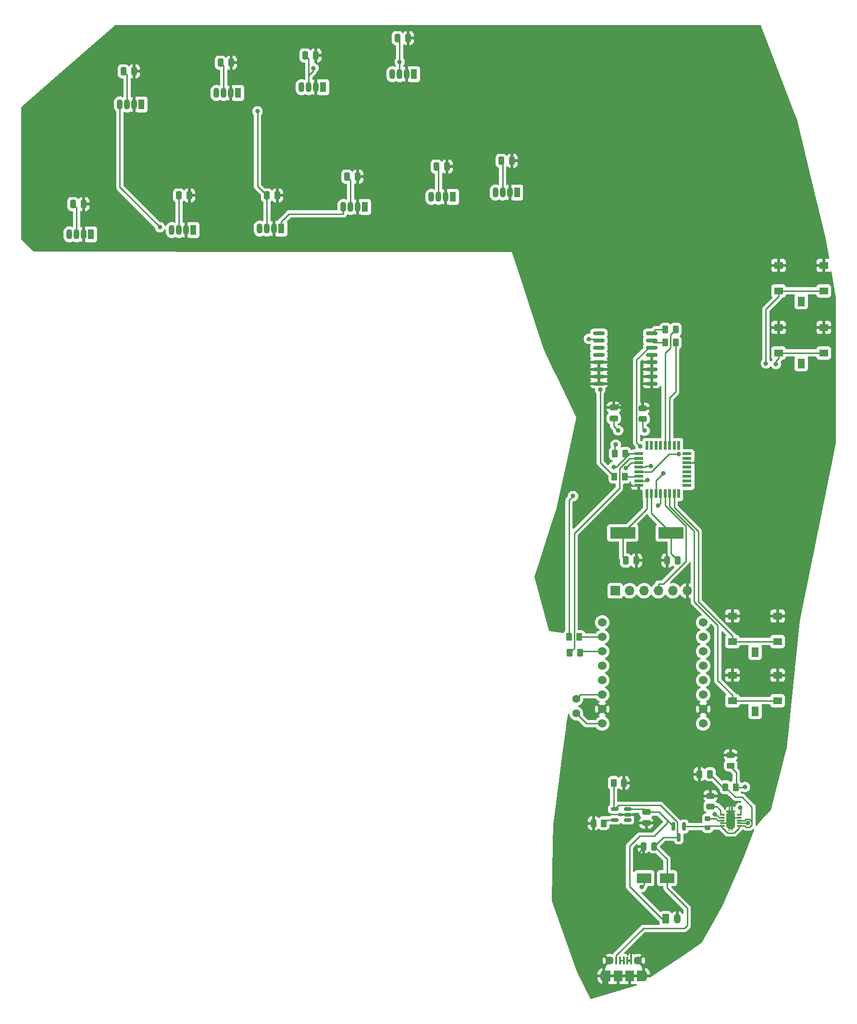
<source format=gbr>
%TF.GenerationSoftware,KiCad,Pcbnew,(6.0.9-0)*%
%TF.CreationDate,2023-01-14T11:07:59-05:00*%
%TF.ProjectId,JF-PimpleClock,4a462d50-696d-4706-9c65-436c6f636b2e,rev?*%
%TF.SameCoordinates,Original*%
%TF.FileFunction,Copper,L1,Top*%
%TF.FilePolarity,Positive*%
%FSLAX46Y46*%
G04 Gerber Fmt 4.6, Leading zero omitted, Abs format (unit mm)*
G04 Created by KiCad (PCBNEW (6.0.9-0)) date 2023-01-14 11:07:59*
%MOMM*%
%LPD*%
G01*
G04 APERTURE LIST*
G04 Aperture macros list*
%AMRoundRect*
0 Rectangle with rounded corners*
0 $1 Rounding radius*
0 $2 $3 $4 $5 $6 $7 $8 $9 X,Y pos of 4 corners*
0 Add a 4 corners polygon primitive as box body*
4,1,4,$2,$3,$4,$5,$6,$7,$8,$9,$2,$3,0*
0 Add four circle primitives for the rounded corners*
1,1,$1+$1,$2,$3*
1,1,$1+$1,$4,$5*
1,1,$1+$1,$6,$7*
1,1,$1+$1,$8,$9*
0 Add four rect primitives between the rounded corners*
20,1,$1+$1,$2,$3,$4,$5,0*
20,1,$1+$1,$4,$5,$6,$7,0*
20,1,$1+$1,$6,$7,$8,$9,0*
20,1,$1+$1,$8,$9,$2,$3,0*%
G04 Aperture macros list end*
%TA.AperFunction,SMDPad,CuDef*%
%ADD10RoundRect,0.250000X0.262500X0.450000X-0.262500X0.450000X-0.262500X-0.450000X0.262500X-0.450000X0*%
%TD*%
%TA.AperFunction,SMDPad,CuDef*%
%ADD11RoundRect,0.250000X0.450000X-0.262500X0.450000X0.262500X-0.450000X0.262500X-0.450000X-0.262500X0*%
%TD*%
%TA.AperFunction,ComponentPad*%
%ADD12R,1.700000X1.700000*%
%TD*%
%TA.AperFunction,ComponentPad*%
%ADD13O,1.700000X1.700000*%
%TD*%
%TA.AperFunction,SMDPad,CuDef*%
%ADD14RoundRect,0.250000X0.475000X-0.250000X0.475000X0.250000X-0.475000X0.250000X-0.475000X-0.250000X0*%
%TD*%
%TA.AperFunction,SMDPad,CuDef*%
%ADD15O,0.850000X0.280000*%
%TD*%
%TA.AperFunction,SMDPad,CuDef*%
%ADD16R,0.280000X0.280000*%
%TD*%
%TA.AperFunction,SMDPad,CuDef*%
%ADD17R,0.680000X1.050000*%
%TD*%
%TA.AperFunction,ComponentPad*%
%ADD18C,0.600000*%
%TD*%
%TA.AperFunction,SMDPad,CuDef*%
%ADD19R,0.260000X0.500000*%
%TD*%
%TA.AperFunction,SMDPad,CuDef*%
%ADD20R,1.650000X2.400000*%
%TD*%
%TA.AperFunction,SMDPad,CuDef*%
%ADD21R,0.280000X0.700000*%
%TD*%
%TA.AperFunction,SMDPad,CuDef*%
%ADD22R,1.600000X0.550000*%
%TD*%
%TA.AperFunction,SMDPad,CuDef*%
%ADD23R,0.550000X1.600000*%
%TD*%
%TA.AperFunction,SMDPad,CuDef*%
%ADD24RoundRect,0.250000X-0.250000X-0.475000X0.250000X-0.475000X0.250000X0.475000X-0.250000X0.475000X0*%
%TD*%
%TA.AperFunction,ComponentPad*%
%ADD25R,1.070000X1.800000*%
%TD*%
%TA.AperFunction,ComponentPad*%
%ADD26O,1.070000X1.800000*%
%TD*%
%TA.AperFunction,SMDPad,CuDef*%
%ADD27R,0.400000X1.350000*%
%TD*%
%TA.AperFunction,SMDPad,CuDef*%
%ADD28R,1.500000X1.900000*%
%TD*%
%TA.AperFunction,SMDPad,CuDef*%
%ADD29R,1.200000X1.900000*%
%TD*%
%TA.AperFunction,ComponentPad*%
%ADD30C,1.450000*%
%TD*%
%TA.AperFunction,ComponentPad*%
%ADD31O,1.200000X1.900000*%
%TD*%
%TA.AperFunction,SMDPad,CuDef*%
%ADD32RoundRect,0.150000X-0.875000X-0.150000X0.875000X-0.150000X0.875000X0.150000X-0.875000X0.150000X0*%
%TD*%
%TA.AperFunction,SMDPad,CuDef*%
%ADD33RoundRect,0.250000X0.250000X0.475000X-0.250000X0.475000X-0.250000X-0.475000X0.250000X-0.475000X0*%
%TD*%
%TA.AperFunction,ComponentPad*%
%ADD34C,1.524000*%
%TD*%
%TA.AperFunction,SMDPad,CuDef*%
%ADD35R,1.550000X1.300000*%
%TD*%
%TA.AperFunction,SMDPad,CuDef*%
%ADD36R,1.300000X1.700000*%
%TD*%
%TA.AperFunction,SMDPad,CuDef*%
%ADD37RoundRect,0.250000X-0.262500X-0.450000X0.262500X-0.450000X0.262500X0.450000X-0.262500X0.450000X0*%
%TD*%
%TA.AperFunction,SMDPad,CuDef*%
%ADD38RoundRect,0.218750X0.256250X-0.218750X0.256250X0.218750X-0.256250X0.218750X-0.256250X-0.218750X0*%
%TD*%
%TA.AperFunction,SMDPad,CuDef*%
%ADD39RoundRect,0.250000X-0.475000X0.250000X-0.475000X-0.250000X0.475000X-0.250000X0.475000X0.250000X0*%
%TD*%
%TA.AperFunction,SMDPad,CuDef*%
%ADD40RoundRect,0.150000X0.512500X0.150000X-0.512500X0.150000X-0.512500X-0.150000X0.512500X-0.150000X0*%
%TD*%
%TA.AperFunction,SMDPad,CuDef*%
%ADD41R,2.500000X1.800000*%
%TD*%
%TA.AperFunction,ComponentPad*%
%ADD42RoundRect,0.250000X-0.350000X-0.625000X0.350000X-0.625000X0.350000X0.625000X-0.350000X0.625000X0*%
%TD*%
%TA.AperFunction,ComponentPad*%
%ADD43O,1.200000X1.750000*%
%TD*%
%TA.AperFunction,ComponentPad*%
%ADD44C,1.400000*%
%TD*%
%TA.AperFunction,SMDPad,CuDef*%
%ADD45RoundRect,0.150000X-0.150000X0.587500X-0.150000X-0.587500X0.150000X-0.587500X0.150000X0.587500X0*%
%TD*%
%TA.AperFunction,SMDPad,CuDef*%
%ADD46R,4.500000X2.000000*%
%TD*%
%TA.AperFunction,ViaPad*%
%ADD47C,0.800000*%
%TD*%
%TA.AperFunction,Conductor*%
%ADD48C,0.250000*%
%TD*%
G04 APERTURE END LIST*
D10*
%TO.P,R3,1*%
%TO.N,Net-(R3-Pad1)*%
X146338000Y52037500D03*
%TO.P,R3,2*%
%TO.N,GND*%
X144513000Y52037500D03*
%TD*%
D11*
%TO.P,R10,1*%
%TO.N,Net-(R10-Pad1)*%
X168672000Y62197500D03*
%TO.P,R10,2*%
%TO.N,GND*%
X168672000Y64022500D03*
%TD*%
D12*
%TO.P,J1,1,Pin_1*%
%TO.N,/RESET*%
X148336000Y92964000D03*
D13*
%TO.P,J1,2,Pin_2*%
%TO.N,/MOSI*%
X150876000Y92964000D03*
%TO.P,J1,3,Pin_3*%
%TO.N,/MISO*%
X153416000Y92964000D03*
%TO.P,J1,4,Pin_4*%
%TO.N,/SCK*%
X155956000Y92964000D03*
%TO.P,J1,5,Pin_5*%
%TO.N,/5v*%
X158496000Y92964000D03*
%TO.P,J1,6,Pin_6*%
%TO.N,GND*%
X161036000Y92964000D03*
%TD*%
D14*
%TO.P,C18,1*%
%TO.N,/5v*%
X153162000Y123190000D03*
%TO.P,C18,2*%
%TO.N,GND*%
X153162000Y125090000D03*
%TD*%
D15*
%TO.P,U5,1,VAUX*%
%TO.N,Net-(C17-Pad1)*%
X167197000Y53545500D03*
D16*
X166912000Y53545500D03*
%TO.P,U5,2,VOUT*%
%TO.N,/5v*%
X166912000Y53045500D03*
D15*
X167197000Y53045500D03*
%TO.P,U5,3,L*%
%TO.N,Net-(L1-Pad2)*%
X167197000Y52545500D03*
D16*
X166912000Y52545500D03*
D15*
%TO.P,U5,4,PGND*%
%TO.N,GND*%
X167197000Y52045500D03*
D16*
X166912000Y52045500D03*
%TO.P,U5,5,VIN*%
%TO.N,Net-(C16-Pad1)*%
X166912000Y51545500D03*
D15*
X167197000Y51545500D03*
%TO.P,U5,6,EN*%
X170147000Y51545500D03*
D16*
X170432000Y51545500D03*
D15*
%TO.P,U5,7,UVLO*%
%TO.N,Net-(R10-Pad1)*%
X170147000Y52045500D03*
D16*
X170432000Y52045500D03*
%TO.P,U5,8,PS*%
%TO.N,Net-(C16-Pad1)*%
X170432000Y52545500D03*
D15*
X170147000Y52545500D03*
D16*
%TO.P,U5,9,GND*%
%TO.N,GND*%
X170432000Y53045500D03*
D15*
X170147000Y53045500D03*
D16*
%TO.P,U5,10,FB*%
%TO.N,/5v*%
X170432000Y53545500D03*
D15*
X170147000Y53545500D03*
D17*
%TO.P,U5,11,PAD*%
%TO.N,GND*%
X169122000Y51910500D03*
D18*
X168672000Y52545500D03*
D17*
X168222000Y51910500D03*
D18*
X168172000Y53295500D03*
D19*
X168922000Y54175500D03*
D18*
X169172000Y53295500D03*
D20*
X168672000Y52545500D03*
D21*
X168922000Y50995500D03*
D18*
X169172000Y51795500D03*
D21*
X168422000Y54095500D03*
D19*
X168422000Y50915500D03*
D21*
X168422000Y50995500D03*
D18*
X168172000Y51795500D03*
D17*
X169122000Y53180500D03*
X168222000Y53180500D03*
D21*
X168922000Y54095500D03*
D19*
X168922000Y50915500D03*
X168422000Y54175500D03*
%TD*%
D10*
%TO.P,R5,1*%
%TO.N,/NeoPixel_D*%
X150010500Y113030000D03*
%TO.P,R5,2*%
%TO.N,Net-(Dh1-Pad4)*%
X148185500Y113030000D03*
%TD*%
D22*
%TO.P,U1,1,~{RESET}/PC6*%
%TO.N,/RESET*%
X152468000Y117100000D03*
%TO.P,U1,2,PD0*%
%TO.N,/MCU_RX*%
X152468000Y116300000D03*
%TO.P,U1,3,PD1*%
%TO.N,/MCU_TX*%
X152468000Y115500000D03*
%TO.P,U1,4,PD2*%
%TO.N,/SW1*%
X152468000Y114700000D03*
%TO.P,U1,5,PD3*%
%TO.N,/SW2*%
X152468000Y113900000D03*
%TO.P,U1,6,PD4*%
%TO.N,/NeoPixel_D*%
X152468000Y113100000D03*
%TO.P,U1,7,VCC*%
%TO.N,/5v*%
X152468000Y112300000D03*
%TO.P,U1,8,GND*%
%TO.N,GND*%
X152468000Y111500000D03*
D23*
%TO.P,U1,9,XTAL1/PB6*%
%TO.N,Net-(C3-Pad1)*%
X153918000Y110050000D03*
%TO.P,U1,10,XTAL2/PB7*%
%TO.N,Net-(C4-Pad1)*%
X154718000Y110050000D03*
%TO.P,U1,11,PD5*%
%TO.N,/MOSI*%
X155518000Y110050000D03*
%TO.P,U1,12,PD6*%
%TO.N,/MISO*%
X156318000Y110050000D03*
%TO.P,U1,13,PD7*%
%TO.N,/SCK*%
X157118000Y110050000D03*
%TO.P,U1,14,PB0*%
%TO.N,/SW3*%
X157918000Y110050000D03*
%TO.P,U1,15,PB1*%
%TO.N,/SW4*%
X158718000Y110050000D03*
%TO.P,U1,16,PB2*%
%TO.N,unconnected-(U1-Pad16)*%
X159518000Y110050000D03*
D22*
%TO.P,U1,17,PB3*%
%TO.N,unconnected-(U1-Pad17)*%
X160968000Y111500000D03*
%TO.P,U1,18,PB4*%
%TO.N,unconnected-(U1-Pad18)*%
X160968000Y112300000D03*
%TO.P,U1,19,PB5*%
%TO.N,unconnected-(U1-Pad19)*%
X160968000Y113100000D03*
%TO.P,U1,20,AVCC*%
%TO.N,unconnected-(U1-Pad20)*%
X160968000Y113900000D03*
%TO.P,U1,21,AREF*%
%TO.N,unconnected-(U1-Pad21)*%
X160968000Y114700000D03*
%TO.P,U1,22,GND*%
%TO.N,GND*%
X160968000Y115500000D03*
%TO.P,U1,23,PC0*%
%TO.N,unconnected-(U1-Pad23)*%
X160968000Y116300000D03*
%TO.P,U1,24,PC1*%
%TO.N,unconnected-(U1-Pad24)*%
X160968000Y117100000D03*
D23*
%TO.P,U1,25,PC2*%
%TO.N,unconnected-(U1-Pad25)*%
X159518000Y118550000D03*
%TO.P,U1,26,PC3*%
%TO.N,unconnected-(U1-Pad26)*%
X158718000Y118550000D03*
%TO.P,U1,27,PC4*%
%TO.N,/SDA*%
X157918000Y118550000D03*
%TO.P,U1,28,PC5*%
%TO.N,/SCL*%
X157118000Y118550000D03*
%TO.P,U1,29*%
%TO.N,N/C*%
X156318000Y118550000D03*
%TO.P,U1,30*%
X155518000Y118550000D03*
%TO.P,U1,31*%
X154718000Y118550000D03*
%TO.P,U1,32*%
X153918000Y118550000D03*
%TD*%
D10*
%TO.P,R2,1*%
%TO.N,/SDA*%
X159004000Y136652000D03*
%TO.P,R2,2*%
%TO.N,Net-(R2-Pad2)*%
X157179000Y136652000D03*
%TD*%
D24*
%TO.P,C13,1*%
%TO.N,/5v*%
X109982000Y190246000D03*
%TO.P,C13,2*%
%TO.N,GND*%
X111882000Y190246000D03*
%TD*%
D25*
%TO.P,Dh2,1,DOUT*%
%TO.N,Net-(Dh2-Pad1)*%
X81910000Y180594000D03*
D26*
%TO.P,Dh2,2,GND*%
%TO.N,GND*%
X80640000Y180594000D03*
%TO.P,Dh2,3,VDD*%
%TO.N,/5v*%
X79370000Y180594000D03*
%TO.P,Dh2,4,DIN*%
%TO.N,Net-(Dh1-Pad1)*%
X78100000Y180594000D03*
%TD*%
D27*
%TO.P,J4,1,VBUS*%
%TO.N,Net-(C1-Pad1)*%
X148544000Y27846000D03*
%TO.P,J4,2,D-*%
%TO.N,Net-(J4-Pad2)*%
X149194000Y27846000D03*
%TO.P,J4,3,D+*%
X149844000Y27846000D03*
%TO.P,J4,4,ID*%
%TO.N,GND*%
X150494000Y27846000D03*
%TO.P,J4,5,GND*%
X151144000Y27846000D03*
D28*
%TO.P,J4,6,Shield*%
X150844000Y25146000D03*
X148844000Y25146000D03*
D29*
X152744000Y25146000D03*
D30*
X152344000Y27846000D03*
D31*
X153344000Y25146000D03*
D30*
X147344000Y27846000D03*
D29*
X146944000Y25146000D03*
D31*
X146344000Y25146000D03*
%TD*%
D32*
%TO.P,U2,1,32KHZ*%
%TO.N,unconnected-(U2-Pad1)*%
X145464000Y138303000D03*
%TO.P,U2,2,VCC*%
%TO.N,/5v*%
X145464000Y137033000D03*
%TO.P,U2,3,~{INT}/SQW*%
%TO.N,unconnected-(U2-Pad3)*%
X145464000Y135763000D03*
%TO.P,U2,4,~{RST}*%
%TO.N,unconnected-(U2-Pad4)*%
X145464000Y134493000D03*
%TO.P,U2,5,GND*%
%TO.N,GND*%
X145464000Y133223000D03*
%TO.P,U2,6,GND*%
X145464000Y131953000D03*
%TO.P,U2,7,GND*%
X145464000Y130683000D03*
%TO.P,U2,8,GND*%
X145464000Y129413000D03*
%TO.P,U2,9,GND*%
X154764000Y129413000D03*
%TO.P,U2,10,GND*%
X154764000Y130683000D03*
%TO.P,U2,11,GND*%
X154764000Y131953000D03*
%TO.P,U2,12,GND*%
X154764000Y133223000D03*
%TO.P,U2,13,GND*%
X154764000Y134493000D03*
%TO.P,U2,14,VBAT*%
%TO.N,Net-(BT1-Pad1)*%
X154764000Y135763000D03*
%TO.P,U2,15,SDA*%
%TO.N,Net-(R2-Pad2)*%
X154764000Y137033000D03*
%TO.P,U2,16,SCL*%
%TO.N,Net-(R1-Pad2)*%
X154764000Y138303000D03*
%TD*%
D33*
%TO.P,C16,1*%
%TO.N,Net-(C16-Pad1)*%
X165050000Y60673500D03*
%TO.P,C16,2*%
%TO.N,GND*%
X163150000Y60673500D03*
%TD*%
D24*
%TO.P,C12,1*%
%TO.N,/5v*%
X116840000Y167640000D03*
%TO.P,C12,2*%
%TO.N,GND*%
X118740000Y167640000D03*
%TD*%
D34*
%TO.P,U3,1,VCC*%
%TO.N,/5v*%
X146050000Y87376000D03*
%TO.P,U3,2,RX*%
%TO.N,Net-(R7-Pad1)*%
X146050000Y84836000D03*
%TO.P,U3,3,TX*%
%TO.N,Net-(R6-Pad1)*%
X146050000Y82296000D03*
%TO.P,U3,4,DAC_R*%
%TO.N,unconnected-(U3-Pad4)*%
X146050000Y79756000D03*
%TO.P,U3,5,DAC_L*%
%TO.N,unconnected-(U3-Pad5)*%
X146050000Y77216000D03*
%TO.P,U3,6,SPK1*%
%TO.N,Net-(J3-Pad1)*%
X146050000Y74676000D03*
%TO.P,U3,7,GND*%
%TO.N,GND*%
X146050000Y72136000D03*
%TO.P,U3,8,SPK2*%
%TO.N,Net-(J3-Pad2)*%
X146050000Y69596000D03*
%TO.P,U3,9,IO1*%
%TO.N,unconnected-(U3-Pad9)*%
X163830000Y69596000D03*
%TO.P,U3,10,GND*%
%TO.N,GND*%
X163830000Y72136000D03*
%TO.P,U3,11,IO2*%
%TO.N,unconnected-(U3-Pad11)*%
X163830000Y74676000D03*
%TO.P,U3,12,ADKEY1*%
%TO.N,unconnected-(U3-Pad12)*%
X163830000Y77216000D03*
%TO.P,U3,13,ADKEY2*%
%TO.N,unconnected-(U3-Pad13)*%
X163830000Y79756000D03*
%TO.P,U3,14,USB+*%
%TO.N,unconnected-(U3-Pad14)*%
X163830000Y82296000D03*
%TO.P,U3,15,USB-*%
%TO.N,unconnected-(U3-Pad15)*%
X163830000Y84836000D03*
%TO.P,U3,16,BUSY*%
%TO.N,unconnected-(U3-Pad16)*%
X163830000Y87376000D03*
%TD*%
D24*
%TO.P,C9,1*%
%TO.N,/5v*%
X101092000Y165862000D03*
%TO.P,C9,2*%
%TO.N,GND*%
X102992000Y165862000D03*
%TD*%
D14*
%TO.P,C17,1*%
%TO.N,Net-(C17-Pad1)*%
X165116000Y54963500D03*
%TO.P,C17,2*%
%TO.N,GND*%
X165116000Y56863500D03*
%TD*%
D24*
%TO.P,C10,1*%
%TO.N,/5v*%
X78806000Y185928000D03*
%TO.P,C10,2*%
%TO.N,GND*%
X80706000Y185928000D03*
%TD*%
D35*
%TO.P,SW3,1,1*%
%TO.N,GND*%
X168994000Y78100000D03*
X176954000Y78100000D03*
%TO.P,SW3,2,2*%
%TO.N,/SW3*%
X176954000Y73600000D03*
X168994000Y73600000D03*
D36*
%TO.P,SW3,3*%
%TO.N,N/C*%
X172974000Y71760000D03*
%TD*%
D25*
%TO.P,Dm3,1,DOUT*%
%TO.N,Net-(Dm3-Pad1)*%
X89530000Y156718000D03*
D26*
%TO.P,Dm3,2,GND*%
%TO.N,GND*%
X88260000Y156718000D03*
%TO.P,Dm3,3,VDD*%
%TO.N,/5v*%
X86990000Y156718000D03*
%TO.P,Dm3,4,DIN*%
%TO.N,Net-(Dm2-Pad1)*%
X85720000Y156718000D03*
%TD*%
D24*
%TO.P,C6,1*%
%TO.N,/5v*%
X71440000Y162560000D03*
%TO.P,C6,2*%
%TO.N,GND*%
X73340000Y162560000D03*
%TD*%
D37*
%TO.P,R9,1*%
%TO.N,Net-(C16-Pad1)*%
X167759500Y58387500D03*
%TO.P,R9,2*%
%TO.N,Net-(R10-Pad1)*%
X169584500Y58387500D03*
%TD*%
D25*
%TO.P,Dm4,1,DOUT*%
%TO.N,Net-(Dm4-Pad1)*%
X104262000Y160528000D03*
D26*
%TO.P,Dm4,2,GND*%
%TO.N,GND*%
X102992000Y160528000D03*
%TO.P,Dm4,3,VDD*%
%TO.N,/5v*%
X101722000Y160528000D03*
%TO.P,Dm4,4,DIN*%
%TO.N,Net-(Dm3-Pad1)*%
X100452000Y160528000D03*
%TD*%
D24*
%TO.P,C11,1*%
%TO.N,/5v*%
X93726000Y187198000D03*
%TO.P,C11,2*%
%TO.N,GND*%
X95626000Y187198000D03*
%TD*%
D10*
%TO.P,R6,1*%
%TO.N,Net-(R6-Pad1)*%
X142136500Y82042000D03*
%TO.P,R6,2*%
%TO.N,/MCU_RX*%
X140311500Y82042000D03*
%TD*%
D25*
%TO.P,Dm5,1,DOUT*%
%TO.N,Net-(Dm5-Pad1)*%
X119756000Y162306000D03*
D26*
%TO.P,Dm5,2,GND*%
%TO.N,GND*%
X118486000Y162306000D03*
%TO.P,Dm5,3,VDD*%
%TO.N,/5v*%
X117216000Y162306000D03*
%TO.P,Dm5,4,DIN*%
%TO.N,Net-(Dm4-Pad1)*%
X115946000Y162306000D03*
%TD*%
D25*
%TO.P,Dm2,1,DOUT*%
%TO.N,Net-(Dm2-Pad1)*%
X74036000Y156464000D03*
D26*
%TO.P,Dm2,2,GND*%
%TO.N,GND*%
X72766000Y156464000D03*
%TO.P,Dm2,3,VDD*%
%TO.N,/5v*%
X71496000Y156464000D03*
%TO.P,Dm2,4,DIN*%
%TO.N,Net-(Dm1-Pad1)*%
X70226000Y156464000D03*
%TD*%
D38*
%TO.P,L1,1,1*%
%TO.N,Net-(C16-Pad1)*%
X164608000Y51250000D03*
%TO.P,L1,2,2*%
%TO.N,Net-(L1-Pad2)*%
X164608000Y52825000D03*
%TD*%
D39*
%TO.P,C15,1*%
%TO.N,Net-(BT2-Pad1)*%
X153807500Y54003500D03*
%TO.P,C15,2*%
%TO.N,GND*%
X153807500Y52103500D03*
%TD*%
D10*
%TO.P,R1,1*%
%TO.N,/SCL*%
X159004000Y138938000D03*
%TO.P,R1,2*%
%TO.N,Net-(R1-Pad2)*%
X157179000Y138938000D03*
%TD*%
D24*
%TO.P,C5,1*%
%TO.N,/5v*%
X52832000Y161036000D03*
%TO.P,C5,2*%
%TO.N,GND*%
X54732000Y161036000D03*
%TD*%
D40*
%TO.P,U4,1,STAT*%
%TO.N,unconnected-(U4-Pad1)*%
X150505500Y52611500D03*
%TO.P,U4,2,VSS*%
%TO.N,GND*%
X150505500Y53561500D03*
%TO.P,U4,3,VBAT*%
%TO.N,Net-(BT2-Pad1)*%
X150505500Y54511500D03*
%TO.P,U4,4,VDD*%
%TO.N,Net-(C1-Pad1)*%
X148230500Y54511500D03*
%TO.P,U4,5,PROG*%
%TO.N,Net-(R3-Pad1)*%
X148230500Y52611500D03*
%TD*%
D24*
%TO.P,C8,1*%
%TO.N,/5v*%
X86934000Y162560000D03*
%TO.P,C8,2*%
%TO.N,GND*%
X88834000Y162560000D03*
%TD*%
D14*
%TO.P,C2,1*%
%TO.N,/5v*%
X148082000Y123322000D03*
%TO.P,C2,2*%
%TO.N,GND*%
X148082000Y125222000D03*
%TD*%
D24*
%TO.P,C14,1*%
%TO.N,/5v*%
X128270000Y168656000D03*
%TO.P,C14,2*%
%TO.N,GND*%
X130170000Y168656000D03*
%TD*%
%TO.P,C7,1*%
%TO.N,/5v*%
X61722000Y184404000D03*
%TO.P,C7,2*%
%TO.N,GND*%
X63622000Y184404000D03*
%TD*%
D25*
%TO.P,Dm1,1,DOUT*%
%TO.N,Net-(Dm1-Pad1)*%
X56002000Y155702000D03*
D26*
%TO.P,Dm1,2,GND*%
%TO.N,GND*%
X54732000Y155702000D03*
%TO.P,Dm1,3,VDD*%
%TO.N,/5v*%
X53462000Y155702000D03*
%TO.P,Dm1,4,DIN*%
%TO.N,Net-(Dh4-Pad1)*%
X52192000Y155702000D03*
%TD*%
D41*
%TO.P,D1,1,K*%
%TO.N,/5v*%
X153464000Y42385500D03*
%TO.P,D1,2,A*%
%TO.N,Net-(C1-Pad1)*%
X157464000Y42385500D03*
%TD*%
D35*
%TO.P,SW1,1,1*%
%TO.N,GND*%
X177122000Y150236000D03*
X185082000Y150236000D03*
%TO.P,SW1,2,2*%
%TO.N,/SW1*%
X185082000Y145736000D03*
X177122000Y145736000D03*
D36*
%TO.P,SW1,3*%
%TO.N,N/C*%
X181102000Y143896000D03*
%TD*%
D35*
%TO.P,SW4,1,1*%
%TO.N,GND*%
X176954000Y88514000D03*
X168994000Y88514000D03*
%TO.P,SW4,2,2*%
%TO.N,/SW4*%
X168994000Y84014000D03*
X176954000Y84014000D03*
D36*
%TO.P,SW4,3*%
%TO.N,N/C*%
X172974000Y82174000D03*
%TD*%
D42*
%TO.P,J2,1,Pin_1*%
%TO.N,Net-(BT2-Pad1)*%
X157242000Y35216000D03*
D43*
%TO.P,J2,2,Pin_2*%
%TO.N,GND*%
X159242000Y35216000D03*
%TD*%
D37*
%TO.P,R8,1*%
%TO.N,Net-(C1-Pad1)*%
X148051000Y59149500D03*
%TO.P,R8,2*%
%TO.N,GND*%
X149876000Y59149500D03*
%TD*%
D35*
%TO.P,SW2,1,1*%
%TO.N,GND*%
X185082000Y139314000D03*
X177122000Y139314000D03*
%TO.P,SW2,2,2*%
%TO.N,/SW2*%
X185082000Y134814000D03*
X177122000Y134814000D03*
D36*
%TO.P,SW2,3*%
%TO.N,N/C*%
X181102000Y132974000D03*
%TD*%
D44*
%TO.P,J3,1,Pin_1*%
%TO.N,Net-(J3-Pad1)*%
X141478000Y73894000D03*
%TO.P,J3,2,Pin_2*%
%TO.N,Net-(J3-Pad2)*%
X141478000Y71354000D03*
%TD*%
D25*
%TO.P,Dh3,1,DOUT*%
%TO.N,Net-(Dh3-Pad1)*%
X96896000Y181610000D03*
D26*
%TO.P,Dh3,2,GND*%
%TO.N,GND*%
X95626000Y181610000D03*
%TO.P,Dh3,3,VDD*%
%TO.N,/5v*%
X94356000Y181610000D03*
%TO.P,Dh3,4,DIN*%
%TO.N,Net-(Dh2-Pad1)*%
X93086000Y181610000D03*
%TD*%
D45*
%TO.P,Q1,1,D*%
%TO.N,Net-(C16-Pad1)*%
X160478000Y51451000D03*
%TO.P,Q1,2,S*%
%TO.N,Net-(BT2-Pad1)*%
X158578000Y51451000D03*
%TO.P,Q1,3,G*%
%TO.N,Net-(C1-Pad1)*%
X159528000Y49576000D03*
%TD*%
D24*
%TO.P,C3,1*%
%TO.N,Net-(C3-Pad1)*%
X150180000Y98298000D03*
%TO.P,C3,2*%
%TO.N,GND*%
X152080000Y98298000D03*
%TD*%
D10*
%TO.P,R7,1*%
%TO.N,Net-(R7-Pad1)*%
X142033000Y84836000D03*
%TO.P,R7,2*%
%TO.N,/MCU_TX*%
X140208000Y84836000D03*
%TD*%
D33*
%TO.P,C1,1*%
%TO.N,Net-(C1-Pad1)*%
X155210000Y47973500D03*
%TO.P,C1,2*%
%TO.N,GND*%
X153310000Y47973500D03*
%TD*%
D25*
%TO.P,Dh1,1,DOUT*%
%TO.N,Net-(Dh1-Pad1)*%
X64892000Y178562000D03*
D26*
%TO.P,Dh1,2,GND*%
%TO.N,GND*%
X63622000Y178562000D03*
%TO.P,Dh1,3,VDD*%
%TO.N,/5v*%
X62352000Y178562000D03*
%TO.P,Dh1,4,DIN*%
%TO.N,Net-(Dh1-Pad4)*%
X61082000Y178562000D03*
%TD*%
D33*
%TO.P,C4,1*%
%TO.N,Net-(C4-Pad1)*%
X159380000Y98298000D03*
%TO.P,C4,2*%
%TO.N,GND*%
X157480000Y98298000D03*
%TD*%
D25*
%TO.P,Dm6,1,DOUT*%
%TO.N,unconnected-(Dm6-Pad1)*%
X131064000Y163068000D03*
D26*
%TO.P,Dm6,2,GND*%
%TO.N,GND*%
X129794000Y163068000D03*
%TO.P,Dm6,3,VDD*%
%TO.N,/5v*%
X128524000Y163068000D03*
%TO.P,Dm6,4,DIN*%
%TO.N,Net-(Dm5-Pad1)*%
X127254000Y163068000D03*
%TD*%
D46*
%TO.P,Y1,1,1*%
%TO.N,Net-(C4-Pad1)*%
X158174000Y103124000D03*
%TO.P,Y1,2,2*%
%TO.N,Net-(C3-Pad1)*%
X149674000Y103124000D03*
%TD*%
D25*
%TO.P,Dh4,1,DOUT*%
%TO.N,Net-(Dh4-Pad1)*%
X112898000Y183896000D03*
D26*
%TO.P,Dh4,2,GND*%
%TO.N,GND*%
X111628000Y183896000D03*
%TO.P,Dh4,3,VDD*%
%TO.N,/5v*%
X110358000Y183896000D03*
%TO.P,Dh4,4,DIN*%
%TO.N,Net-(Dh3-Pad1)*%
X109088000Y183896000D03*
%TD*%
D10*
%TO.P,R4,1*%
%TO.N,/RESET*%
X150114000Y117094000D03*
%TO.P,R4,2*%
%TO.N,/5v*%
X148289000Y117094000D03*
%TD*%
D47*
%TO.N,GND*%
X149606000Y126492000D03*
X153162000Y126492000D03*
X164727000Y136668900D03*
X152146000Y46482000D03*
X149606000Y46482000D03*
X163068000Y115570000D03*
%TO.N,/5v*%
X153502000Y121139200D03*
X165862000Y53594000D03*
X143698300Y137300500D03*
X154012000Y112410600D03*
X148425500Y118692200D03*
X153032600Y40822500D03*
X95172600Y184965200D03*
X170352000Y54760700D03*
X85327000Y177366100D03*
X110358000Y186061800D03*
X148847000Y121205200D03*
%TO.N,Net-(Dh1-Pad4)*%
X68128800Y156955200D03*
X145694300Y128335500D03*
%TO.N,/RESET*%
X148050600Y114767800D03*
%TO.N,/MOSI*%
X156787000Y113612500D03*
%TO.N,/MISO*%
X155918000Y107982300D03*
%TO.N,/MCU_TX*%
X140907000Y109627900D03*
X150227900Y114604200D03*
%TO.N,Net-(R10-Pad1)*%
X171704000Y52070000D03*
X171196000Y58420000D03*
%TO.N,/SW1*%
X174873000Y132971200D03*
X154630000Y114872100D03*
%TO.N,/SW2*%
X159493000Y117053500D03*
X176637000Y132853600D03*
%TO.N,Net-(BT1-Pad1)*%
X152767500Y118396800D03*
%TD*%
D48*
%TO.N,Net-(C1-Pad1)*%
X148894700Y55176600D02*
X148530700Y54812600D01*
X148495600Y54776600D02*
X148494700Y54776600D01*
X148492900Y54774800D02*
X148492900Y54773900D01*
X161036000Y34036000D02*
X161036000Y37084000D01*
X148501000Y54782000D02*
X148500100Y54782000D01*
X148499200Y54781100D02*
X148499200Y54780200D01*
X148530700Y54811700D02*
X148529800Y54811700D01*
X148524400Y54805400D02*
X148523500Y54805400D01*
X148489300Y54771200D02*
X148489300Y54770300D01*
X148497400Y54778400D02*
X148496500Y54778400D01*
X148476700Y54758600D02*
X148229800Y54511700D01*
X148478500Y54759500D02*
X148477600Y54759500D01*
X148505500Y54787400D02*
X148505500Y54786500D01*
X161036000Y37084000D02*
X157464000Y40656000D01*
X148484800Y54766700D02*
X148484800Y54765800D01*
X148501900Y54783800D02*
X148501900Y54782900D01*
X148504600Y54786500D02*
X148504600Y54785600D01*
X148511800Y54792800D02*
X148510900Y54792800D01*
X148493800Y54775700D02*
X148493800Y54774800D01*
X148516300Y54797300D02*
X148515400Y54797300D01*
X148515400Y54797300D02*
X148515400Y54796400D01*
X148500100Y54781100D02*
X148499200Y54781100D01*
X148480300Y54761300D02*
X148479400Y54761300D01*
X160528000Y33528000D02*
X161036000Y34036000D01*
X156812000Y49576000D02*
X155210000Y47973500D01*
X148051000Y54691000D02*
X148229800Y54511700D01*
X148517200Y54798200D02*
X148516300Y54798200D01*
X148502800Y54784700D02*
X148502800Y54783800D01*
X148229800Y54511700D02*
X148230000Y54511500D01*
X148507300Y54788300D02*
X148506400Y54788300D01*
X148523500Y54805400D02*
X148523500Y54804500D01*
X159253300Y49576000D02*
X156812000Y49576000D01*
X148483000Y54764000D02*
X148482100Y54764000D01*
X148483900Y54764900D02*
X148483000Y54764900D01*
X148526200Y54808100D02*
X148526200Y54807200D01*
X148516300Y54798200D02*
X148516300Y54797300D01*
X148484800Y54765800D02*
X148483900Y54765800D01*
X157464000Y45719500D02*
X157464000Y42385500D01*
X148491100Y54773000D02*
X148491100Y54772100D01*
X148483900Y54765800D02*
X148483900Y54764900D01*
X148514500Y54796400D02*
X148514500Y54795500D01*
X148496500Y54778400D02*
X148496500Y54777500D01*
X148051000Y59149500D02*
X148051000Y54691000D01*
X148528000Y54809000D02*
X148527100Y54809000D01*
X148506400Y54787400D02*
X148505500Y54787400D01*
X148518100Y54799100D02*
X148517200Y54799100D01*
X148528900Y54809900D02*
X148528000Y54809900D01*
X148506400Y54788300D02*
X148506400Y54787400D01*
X148512700Y54793700D02*
X148511800Y54793700D01*
X148480300Y54762200D02*
X148480300Y54761300D01*
X148505500Y54786500D02*
X148504600Y54786500D01*
X148482100Y54763100D02*
X148481200Y54763100D01*
X148499200Y54780200D02*
X148498300Y54780200D01*
X148528000Y54809900D02*
X148528000Y54809000D01*
X148482100Y54764000D02*
X148482100Y54763100D01*
X148510900Y54791900D02*
X148510000Y54791900D01*
X148519000Y54800000D02*
X148518100Y54800000D01*
X148488400Y54770300D02*
X148488400Y54769400D01*
X148528900Y54810800D02*
X148528900Y54809900D01*
X148490200Y54772100D02*
X148490200Y54771200D01*
X148492900Y54773900D02*
X148492000Y54773900D01*
X148493800Y54774800D02*
X148492900Y54774800D01*
X148496500Y54777500D02*
X148495600Y54777500D01*
X148524400Y54806300D02*
X148524400Y54805400D01*
X148508200Y54790100D02*
X148508200Y54789200D01*
X159528000Y49576000D02*
X159253300Y49576000D01*
X148520800Y54802700D02*
X148520800Y54801800D01*
X148513600Y54794600D02*
X148512700Y54794600D01*
X148487500Y54769400D02*
X148487500Y54768500D01*
X148479400Y54761300D02*
X148479400Y54760400D01*
X148510000Y54791900D02*
X148510000Y54791000D01*
X148517200Y54799100D02*
X148517200Y54798200D01*
X148508200Y54789200D02*
X148507300Y54789200D01*
X148521700Y54802700D02*
X148520800Y54802700D01*
X148519900Y54801800D02*
X148519900Y54800900D01*
X148477600Y54759500D02*
X148477600Y54758600D01*
X148514500Y54795500D02*
X148513600Y54795500D01*
X148510000Y54791000D02*
X148509100Y54791000D01*
X148492000Y54773900D02*
X148492000Y54773000D01*
X148501000Y54782900D02*
X148501000Y54782000D01*
X148529800Y54810800D02*
X148528900Y54810800D01*
X148529800Y54811700D02*
X148529800Y54810800D01*
X148519900Y54800900D02*
X148519000Y54800900D01*
X148489300Y54770300D02*
X148488400Y54770300D01*
X148527100Y54808100D02*
X148526200Y54808100D01*
X148487500Y54768500D02*
X148486600Y54768500D01*
X148486600Y54768500D02*
X148486600Y54767600D01*
X148485700Y54766700D02*
X148484800Y54766700D01*
X148521700Y54803600D02*
X148521700Y54802700D01*
X159253300Y52212500D02*
X156289200Y55176600D01*
X148498300Y54780200D02*
X148498300Y54779300D01*
X148498300Y54779300D02*
X148497400Y54779300D01*
X148504600Y54785600D02*
X148503700Y54785600D01*
X148527100Y54809000D02*
X148527100Y54808100D01*
X148526200Y54807200D02*
X148525300Y54807200D01*
X153301000Y33528000D02*
X160528000Y33528000D01*
X148486600Y54767600D02*
X148485700Y54767600D01*
X148503700Y54784700D02*
X148502800Y54784700D01*
X148490200Y54771200D02*
X148489300Y54771200D01*
X148518100Y54800000D02*
X148518100Y54799100D01*
X148520800Y54801800D02*
X148519900Y54801800D01*
X148502800Y54783800D02*
X148501900Y54783800D01*
X148522600Y54804500D02*
X148522600Y54803600D01*
X148492000Y54773000D02*
X148491100Y54773000D01*
X148509100Y54790100D02*
X148508200Y54790100D01*
X148501900Y54782900D02*
X148501000Y54782900D01*
X148530700Y54812600D02*
X148530700Y54811700D01*
X148519000Y54800900D02*
X148519000Y54800000D01*
X148497400Y54779300D02*
X148497400Y54778400D01*
X148495600Y54777500D02*
X148495600Y54776600D01*
X148483000Y54764900D02*
X148483000Y54764000D01*
X155210000Y47973500D02*
X157464000Y45719500D01*
X156289200Y55176600D02*
X148894700Y55176600D01*
X148488400Y54769400D02*
X148487500Y54769400D01*
X148500100Y54782000D02*
X148500100Y54781100D01*
X148522600Y54803600D02*
X148521700Y54803600D01*
X148485700Y54767600D02*
X148485700Y54766700D01*
X148509100Y54791000D02*
X148509100Y54790100D01*
X148494700Y54776600D02*
X148494700Y54775700D01*
X148510900Y54792800D02*
X148510900Y54791900D01*
X148544000Y28771000D02*
X153301000Y33528000D01*
X148515400Y54796400D02*
X148514500Y54796400D01*
X159253300Y49576000D02*
X159253300Y52212500D01*
X157464000Y40656000D02*
X157464000Y42385500D01*
X148523500Y54804500D02*
X148522600Y54804500D01*
X148512700Y54794600D02*
X148512700Y54793700D01*
X148481200Y54763100D02*
X148481200Y54762200D01*
X148479400Y54760400D02*
X148478500Y54760400D01*
X148525300Y54806300D02*
X148524400Y54806300D01*
X148525300Y54807200D02*
X148525300Y54806300D01*
X148503700Y54785600D02*
X148503700Y54784700D01*
X148494700Y54775700D02*
X148493800Y54775700D01*
X148478500Y54760400D02*
X148478500Y54759500D01*
X148507300Y54789200D02*
X148507300Y54788300D01*
X148477600Y54758600D02*
X148476700Y54758600D01*
X148477600Y54758600D02*
X148230500Y54511500D01*
X148491100Y54772100D02*
X148490200Y54772100D01*
X148513600Y54795500D02*
X148513600Y54794600D01*
X148544000Y27846000D02*
X148544000Y28771000D01*
X148511800Y54793700D02*
X148511800Y54792800D01*
X148481200Y54762200D02*
X148480300Y54762200D01*
%TO.N,GND*%
X148336000Y125222000D02*
X149606000Y126492000D01*
X148082000Y125222000D02*
X148336000Y125222000D01*
X167197000Y52045500D02*
X168087000Y52045500D01*
X160968000Y115500000D02*
X162998000Y115500000D01*
X153310000Y47973500D02*
X153310000Y47646000D01*
X168087000Y52045500D02*
X168222000Y51910500D01*
X162998000Y115500000D02*
X163068000Y115570000D01*
X153310000Y47646000D02*
X152146000Y46482000D01*
X170147000Y53045500D02*
X169257000Y53045500D01*
X153162000Y125090000D02*
X153162000Y126492000D01*
X169257000Y53045500D02*
X169122000Y53180500D01*
%TO.N,/5v*%
X86990000Y162504000D02*
X86990000Y156718000D01*
X128270000Y168656000D02*
X128524000Y168402000D01*
X148847000Y121205200D02*
X148082000Y121970200D01*
X153464000Y42385500D02*
X153464000Y41160400D01*
X86934000Y162560000D02*
X85327000Y164167000D01*
X94356000Y183658400D02*
X94356000Y181610000D01*
X101092000Y165862000D02*
X101722000Y165232000D01*
X61722000Y184404000D02*
X62352000Y183774000D01*
X85327000Y164167000D02*
X85327000Y177366100D01*
X110358000Y186061800D02*
X110358000Y183896000D01*
X153162000Y121479200D02*
X153162000Y123190000D01*
X71440000Y162560000D02*
X71496000Y162504000D01*
X86934000Y162560000D02*
X86990000Y162504000D01*
X148082000Y121970200D02*
X148082000Y123322000D01*
X152468000Y112300000D02*
X153593100Y112300000D01*
X153703700Y112410600D02*
X153593100Y112300000D01*
X79370000Y185364000D02*
X79370000Y180594000D01*
X53462000Y160406000D02*
X53462000Y155702000D01*
X94356000Y183658400D02*
X95172600Y184475000D01*
X153502000Y121139200D02*
X153162000Y121479200D01*
X117216000Y167264000D02*
X117216000Y162306000D01*
X109982000Y190246000D02*
X110358000Y189870000D01*
X170432000Y54680700D02*
X170432000Y53545500D01*
X166912000Y53045500D02*
X167197000Y53045500D01*
X78806000Y185928000D02*
X79370000Y185364000D01*
X166116000Y53340000D02*
X165862000Y53594000D01*
X116840000Y167640000D02*
X117216000Y167264000D01*
X170432000Y53545500D02*
X170147000Y53545500D01*
X170352000Y54760700D02*
X170432000Y54680700D01*
X94356000Y186568000D02*
X94356000Y183658400D01*
X71496000Y162504000D02*
X71496000Y156464000D01*
X52832000Y161036000D02*
X53462000Y160406000D01*
X101722000Y165232000D02*
X101722000Y160528000D01*
X143698300Y137300500D02*
X145196500Y137300500D01*
X166664500Y53045500D02*
X166370000Y53340000D01*
X166912000Y53045500D02*
X166664500Y53045500D01*
X153032600Y40822500D02*
X153370500Y41160400D01*
X93726000Y187198000D02*
X94356000Y186568000D01*
X145196500Y137300500D02*
X145464000Y137033000D01*
X166370000Y53340000D02*
X166116000Y53340000D01*
X95172600Y184475000D02*
X95172600Y184965200D01*
X110358000Y189870000D02*
X110358000Y186061800D01*
X128524000Y168402000D02*
X128524000Y163068000D01*
X153370500Y41160400D02*
X153464000Y41160400D01*
X148425500Y118692200D02*
X148289000Y118555700D01*
X62352000Y183774000D02*
X62352000Y178562000D01*
X148289000Y118555700D02*
X148289000Y117094000D01*
X154012000Y112410600D02*
X153703700Y112410600D01*
%TO.N,Net-(C3-Pad1)*%
X149674000Y103124000D02*
X149674000Y98804000D01*
X149674000Y98804000D02*
X150180000Y98298000D01*
X153918000Y110050000D02*
X153918000Y107368000D01*
X153918000Y107368000D02*
X149674000Y103124000D01*
%TO.N,Net-(C4-Pad1)*%
X154718000Y106580000D02*
X158174000Y103124000D01*
X154718000Y110050000D02*
X154718000Y106580000D01*
X158174000Y99504000D02*
X159380000Y98298000D01*
X158174000Y103124000D02*
X158174000Y99504000D01*
%TO.N,Net-(BT2-Pad1)*%
X153808000Y54003500D02*
X153554000Y54257500D01*
X158578000Y51451000D02*
X157466000Y52563500D01*
X157466000Y52055500D02*
X157466000Y52563500D01*
X152654000Y49784000D02*
X155194000Y49784000D01*
X157242000Y35216000D02*
X156554000Y35216000D01*
X155194000Y49784000D02*
X157466000Y52055500D01*
X150876000Y48006000D02*
X152654000Y49784000D01*
X153554000Y54257500D02*
X153300000Y54511500D01*
X153554000Y54257500D02*
X153554000Y54257000D01*
X150876000Y40894000D02*
X150876000Y48006000D01*
X153300000Y54511500D02*
X150506000Y54511500D01*
X153554000Y54257000D02*
X153807500Y54003500D01*
X156554000Y35216000D02*
X150876000Y40894000D01*
X156026000Y54003500D02*
X153808000Y54003500D01*
X150505500Y54511500D02*
X150506000Y54511500D01*
X157466000Y52563500D02*
X156026000Y54003500D01*
%TO.N,Net-(C16-Pad1)*%
X172429000Y52107000D02*
X172429000Y51769700D01*
X168126200Y50320300D02*
X169259400Y50320300D01*
X172004000Y51345000D02*
X171404000Y51345000D01*
X160478000Y51451000D02*
X164407000Y51451000D01*
X165050000Y60673500D02*
X167336000Y58387500D01*
X170688000Y56642000D02*
X172429000Y54901000D01*
X169259400Y50320300D02*
X170147000Y51207900D01*
X167054500Y51545500D02*
X167197000Y51545500D01*
X171404000Y52795000D02*
X172004000Y52795000D01*
X172429000Y54901000D02*
X172429000Y52370300D01*
X172429000Y52370300D02*
X172429000Y52107000D01*
X167759500Y58387500D02*
X167760000Y58387500D01*
X166912000Y51545500D02*
X167054500Y51545500D01*
X172004000Y52795000D02*
X172429000Y52370300D01*
X167054500Y51392000D02*
X168126200Y50320300D01*
X164407000Y51451000D02*
X164608000Y51250000D01*
X170432000Y51545500D02*
X170147000Y51545500D01*
X167336000Y58387500D02*
X167759500Y58387500D01*
X171179000Y51545500D02*
X170432000Y51545500D01*
X169505000Y56642000D02*
X170688000Y56642000D01*
X170147000Y51207900D02*
X170147000Y51545500D01*
X172429000Y51769700D02*
X172004000Y51345000D01*
X171404000Y51345000D02*
X171191000Y51557300D01*
X171154000Y52545500D02*
X171404000Y52795000D01*
X164904000Y51545500D02*
X166912000Y51545500D01*
X167054500Y51545500D02*
X167054500Y51392000D01*
X171191000Y51557300D02*
X171179000Y51545500D01*
X167760000Y58387500D02*
X169505000Y56642000D01*
X172429000Y52370300D02*
X172429000Y52107000D01*
X170432000Y52545500D02*
X171154000Y52545500D01*
X170432000Y52545500D02*
X170147000Y52545500D01*
X164608000Y51250000D02*
X164904000Y51545500D01*
%TO.N,Net-(C17-Pad1)*%
X166912000Y53545500D02*
X167197000Y53545500D01*
X166912000Y53545500D02*
X166912000Y54322000D01*
X166270500Y54963500D02*
X165116000Y54963500D01*
X166912000Y54322000D02*
X166270500Y54963500D01*
%TO.N,Net-(Dh1-Pad4)*%
X61082000Y164002000D02*
X68128800Y156955200D01*
X145694300Y115521200D02*
X148185500Y113030000D01*
X61082000Y178562000D02*
X61082000Y164002000D01*
X145694300Y128335500D02*
X145694300Y115521200D01*
%TO.N,Net-(Dm3-Pad1)*%
X90889800Y159302900D02*
X89530000Y157943100D01*
X89530000Y156718000D02*
X89530000Y157943100D01*
X100452000Y160528000D02*
X100452000Y159302900D01*
X100452000Y159302900D02*
X90889800Y159302900D01*
%TO.N,/RESET*%
X150841000Y117094000D02*
X148514800Y114767800D01*
X148514800Y114767800D02*
X148050600Y114767800D01*
X152462000Y117094000D02*
X152468000Y117100000D01*
X150114000Y117094000D02*
X150841000Y117094000D01*
X150841000Y117094000D02*
X152462000Y117094000D01*
%TO.N,/MOSI*%
X155518000Y112343500D02*
X155518000Y110050000D01*
X156787000Y113612500D02*
X155518000Y112343500D01*
%TO.N,/MISO*%
X156318000Y108382300D02*
X156318000Y110050000D01*
X155918000Y107982300D02*
X156318000Y108382300D01*
%TO.N,/SCK*%
X160773300Y104303400D02*
X160773300Y98125400D01*
X155956000Y92964000D02*
X155956000Y94139100D01*
X157118000Y110050000D02*
X157118000Y107958700D01*
X160773300Y98125400D02*
X156787000Y94139100D01*
X156787000Y94139100D02*
X155956000Y94139100D01*
X157118000Y107958700D02*
X160773300Y104303400D01*
%TO.N,Net-(J4-Pad2)*%
X149194000Y27846000D02*
X149844000Y27846000D01*
%TO.N,Net-(L1-Pad2)*%
X166123000Y52825000D02*
X166402000Y52545500D01*
X164608000Y52825000D02*
X166123000Y52825000D01*
X166402000Y52545500D02*
X166912000Y52545500D01*
X166912000Y52545500D02*
X167197000Y52545500D01*
%TO.N,/SCL*%
X157118000Y118550000D02*
X157118000Y134766000D01*
X158091500Y135739500D02*
X158091500Y138025500D01*
X157118000Y134766000D02*
X158091500Y135739500D01*
X158091500Y138025500D02*
X159004000Y138938000D01*
%TO.N,Net-(R1-Pad2)*%
X157179000Y138938000D02*
X155399000Y138938000D01*
X155399000Y138938000D02*
X154764000Y138303000D01*
%TO.N,/SDA*%
X157918000Y126921100D02*
X159004000Y128007100D01*
X159004000Y128007100D02*
X159004000Y136652000D01*
X157918000Y118550000D02*
X157918000Y126921100D01*
%TO.N,Net-(R2-Pad2)*%
X155145000Y136652000D02*
X154764000Y137033000D01*
X157179000Y136652000D02*
X155145000Y136652000D01*
%TO.N,Net-(R3-Pad1)*%
X148230000Y52611500D02*
X146912000Y52611500D01*
X148230000Y52611500D02*
X148230500Y52611500D01*
X146912000Y52611500D02*
X146338000Y52037500D01*
%TO.N,/NeoPixel_D*%
X150010500Y113030000D02*
X152398000Y113030000D01*
X152398000Y113030000D02*
X152468000Y113100000D01*
X150010000Y113030000D02*
X150010500Y113030000D01*
%TO.N,/MCU_TX*%
X150227900Y114604200D02*
X151123700Y115500000D01*
X140208000Y84836000D02*
X140208000Y108928900D01*
X151123700Y115500000D02*
X152468000Y115500000D01*
X140208000Y108928900D02*
X140907000Y109627900D01*
%TO.N,/MCU_RX*%
X141120500Y82851000D02*
X140311500Y82042000D01*
X149098500Y111055200D02*
X141120500Y103077200D01*
X141120500Y103077200D02*
X141120500Y82851000D01*
X149098500Y114500200D02*
X149098500Y111055200D01*
X150898300Y116300000D02*
X149098500Y114500200D01*
X152468000Y116300000D02*
X151342900Y116300000D01*
X151342900Y116300000D02*
X150898300Y116300000D01*
%TO.N,Net-(R10-Pad1)*%
X168672000Y62197500D02*
X168672000Y61960000D01*
X168672000Y61960000D02*
X169672000Y60960000D01*
X171680000Y52045500D02*
X170432000Y52045500D01*
X169672000Y58475000D02*
X169584000Y58387500D01*
X169672000Y60960000D02*
X169672000Y58475000D01*
X171164000Y58387500D02*
X171196000Y58420000D01*
X169584500Y58387500D02*
X171164000Y58387500D01*
X171704000Y52070000D02*
X171680000Y52045500D01*
X170432000Y52045500D02*
X170147000Y52045500D01*
X169584000Y58387500D02*
X169584500Y58387500D01*
%TO.N,/SW1*%
X174873000Y142511900D02*
X174873000Y132971200D01*
X177122000Y144760900D02*
X174873000Y142511900D01*
X153765200Y114872100D02*
X153593100Y114700000D01*
X152468000Y114700000D02*
X153593100Y114700000D01*
X177122000Y145736000D02*
X177122000Y144760900D01*
X154630000Y114872100D02*
X153765200Y114872100D01*
X177122000Y145736000D02*
X185082000Y145736000D01*
%TO.N,/SW2*%
X177122000Y134814000D02*
X185082000Y134814000D01*
X152468000Y113900000D02*
X154683300Y113900000D01*
X154683300Y113900000D02*
X157836800Y117053500D01*
X177122000Y134814000D02*
X177122000Y133838900D01*
X176637000Y132853600D02*
X176637000Y133353900D01*
X176637000Y133353900D02*
X177122000Y133838900D01*
X157836800Y117053500D02*
X159493000Y117053500D01*
%TO.N,/SW3*%
X162252600Y103460800D02*
X162252600Y91017600D01*
X162252600Y91017600D02*
X166405500Y86864700D01*
X157918000Y107795400D02*
X162252600Y103460800D01*
X166405500Y86864700D02*
X166405500Y77163600D01*
X157918000Y110050000D02*
X157918000Y107795400D01*
X166405500Y77163600D02*
X168994000Y74575100D01*
X176954000Y73600000D02*
X168994000Y73600000D01*
X168994000Y73600000D02*
X168994000Y74575100D01*
%TO.N,/SW4*%
X158718000Y107632700D02*
X158718000Y110050000D01*
X162954300Y103396400D02*
X158718000Y107632700D01*
X162954300Y91028800D02*
X162954300Y103396400D01*
X168994000Y84014000D02*
X168994000Y84989100D01*
X176954000Y84014000D02*
X168994000Y84014000D01*
X168994000Y84989100D02*
X162954300Y91028800D01*
%TO.N,Net-(BT1-Pad1)*%
X152077000Y133582600D02*
X152077000Y119087300D01*
X154257400Y135763000D02*
X152077000Y133582600D01*
X152077000Y119087300D02*
X152767500Y118396800D01*
X154764000Y135763000D02*
X154257400Y135763000D01*
%TO.N,Net-(R6-Pad1)*%
X142390000Y82296000D02*
X142136500Y82042500D01*
X142136500Y82042500D02*
X142136000Y82042000D01*
X142136500Y82042500D02*
X142136500Y82042000D01*
X146050000Y82296000D02*
X142390000Y82296000D01*
%TO.N,Net-(R7-Pad1)*%
X142033000Y84836000D02*
X146050000Y84836000D01*
%TO.N,Net-(J3-Pad1)*%
X146050000Y74676000D02*
X142260000Y74676000D01*
X142260000Y74676000D02*
X141478000Y73894000D01*
%TO.N,Net-(J3-Pad2)*%
X143236000Y69596000D02*
X141478000Y71354000D01*
X146050000Y69596000D02*
X143236000Y69596000D01*
%TD*%
%TA.AperFunction,Conductor*%
%TO.N,GND*%
G36*
X173971584Y192511998D02*
G01*
X174018077Y192458342D01*
X174021065Y192451231D01*
X179963528Y177000829D01*
X180336978Y176029858D01*
X180341950Y176013811D01*
X182879986Y165354057D01*
X182880000Y165354000D01*
X185418953Y154944291D01*
X185420744Y154935640D01*
X186000282Y151541205D01*
X185992030Y151470690D01*
X185946964Y151415830D01*
X185876079Y151394000D01*
X185354115Y151394000D01*
X185338876Y151389525D01*
X185337671Y151388135D01*
X185336000Y151380452D01*
X185336000Y149096116D01*
X185340475Y149080877D01*
X185341865Y149079672D01*
X185349548Y149078001D01*
X185901669Y149078001D01*
X185908490Y149078371D01*
X185959352Y149083895D01*
X185974604Y149087521D01*
X186095054Y149132676D01*
X186110649Y149141214D01*
X186211019Y149216437D01*
X186277526Y149241285D01*
X186346908Y149226232D01*
X186397138Y149176058D01*
X186410787Y149136816D01*
X187196203Y144536525D01*
X187198000Y144515320D01*
X187198000Y118884674D01*
X187195475Y118859577D01*
X180848000Y87630000D01*
X180847684Y87626911D01*
X180847683Y87626904D01*
X179155875Y71084774D01*
X178881284Y68399883D01*
X178562954Y65287327D01*
X178559677Y65268920D01*
X178349572Y64447600D01*
X175775832Y54386617D01*
X175746644Y54332703D01*
X174286397Y52739706D01*
X173407012Y51780376D01*
X173284610Y51646847D01*
X173223835Y51610147D01*
X173152866Y51612131D01*
X173094236Y51652169D01*
X173066559Y51717549D01*
X173065793Y51735989D01*
X173065971Y51741595D01*
X173067213Y51749418D01*
X173063055Y51793572D01*
X173062500Y51805385D01*
X173062500Y52291508D01*
X173063033Y52302862D01*
X173064723Y52310433D01*
X173062564Y52378358D01*
X173062500Y52382360D01*
X173062500Y54822233D01*
X173063027Y54833416D01*
X173064702Y54840909D01*
X173062562Y54909000D01*
X173062500Y54912957D01*
X173062500Y54940856D01*
X173061996Y54944847D01*
X173061063Y54956689D01*
X173059923Y54992964D01*
X173059674Y55000889D01*
X173057462Y55008503D01*
X173057461Y55008508D01*
X173054023Y55020341D01*
X173050012Y55039705D01*
X173048467Y55051936D01*
X173047474Y55059797D01*
X173044557Y55067164D01*
X173044556Y55067169D01*
X173031198Y55100908D01*
X173027354Y55112135D01*
X173017230Y55146978D01*
X173015018Y55154593D01*
X173004707Y55172028D01*
X172996012Y55189776D01*
X172988552Y55208617D01*
X172962564Y55244387D01*
X172956048Y55254307D01*
X172937580Y55285535D01*
X172937578Y55285538D01*
X172933542Y55292362D01*
X172919221Y55306683D01*
X172906380Y55321717D01*
X172899131Y55331694D01*
X172894472Y55338107D01*
X172860395Y55366298D01*
X172851616Y55374288D01*
X171191652Y57034253D01*
X171184112Y57042539D01*
X171180000Y57049018D01*
X171130348Y57095644D01*
X171127507Y57098398D01*
X171107770Y57118135D01*
X171104573Y57120615D01*
X171095551Y57128320D01*
X171069100Y57153159D01*
X171063321Y57158586D01*
X171056375Y57162405D01*
X171056372Y57162407D01*
X171045566Y57168348D01*
X171029047Y57179199D01*
X171028583Y57179559D01*
X171013041Y57191614D01*
X171005772Y57194759D01*
X171005768Y57194762D01*
X170972463Y57209174D01*
X170961813Y57214391D01*
X170923060Y57235695D01*
X170903437Y57240733D01*
X170884734Y57247137D01*
X170873420Y57252033D01*
X170873419Y57252033D01*
X170866145Y57255181D01*
X170858322Y57256420D01*
X170858312Y57256423D01*
X170822476Y57262099D01*
X170810856Y57264505D01*
X170775711Y57273528D01*
X170775710Y57273528D01*
X170768030Y57275500D01*
X170747776Y57275500D01*
X170728065Y57277051D01*
X170715886Y57278980D01*
X170708057Y57280220D01*
X170664473Y57276100D01*
X170664039Y57276059D01*
X170652181Y57275500D01*
X170555673Y57275500D01*
X170487552Y57295502D01*
X170441059Y57349158D01*
X170430955Y57419432D01*
X170448413Y57467616D01*
X170535695Y57609214D01*
X170588467Y57656707D01*
X170658539Y57668131D01*
X170717014Y57645035D01*
X170733902Y57632765D01*
X170733909Y57632761D01*
X170739248Y57628882D01*
X170745276Y57626198D01*
X170745278Y57626197D01*
X170907681Y57553891D01*
X170913712Y57551206D01*
X171007113Y57531353D01*
X171094056Y57512872D01*
X171094061Y57512872D01*
X171100513Y57511500D01*
X171291487Y57511500D01*
X171297939Y57512872D01*
X171297944Y57512872D01*
X171384887Y57531353D01*
X171478288Y57551206D01*
X171484319Y57553891D01*
X171646722Y57626197D01*
X171646724Y57626198D01*
X171652752Y57628882D01*
X171658097Y57632765D01*
X171759447Y57706401D01*
X171807253Y57741134D01*
X171811675Y57746045D01*
X171930621Y57878148D01*
X171930622Y57878149D01*
X171935040Y57883056D01*
X172030527Y58048444D01*
X172089542Y58230072D01*
X172109504Y58420000D01*
X172097501Y58534204D01*
X172090232Y58603365D01*
X172090232Y58603367D01*
X172089542Y58609928D01*
X172030527Y58791556D01*
X171935040Y58956944D01*
X171826633Y59077343D01*
X171811675Y59093955D01*
X171811674Y59093956D01*
X171807253Y59098866D01*
X171652752Y59211118D01*
X171646724Y59213802D01*
X171646722Y59213803D01*
X171484319Y59286109D01*
X171484318Y59286109D01*
X171478288Y59288794D01*
X171384887Y59308647D01*
X171297944Y59327128D01*
X171297939Y59327128D01*
X171291487Y59328500D01*
X171100513Y59328500D01*
X171094061Y59327128D01*
X171094056Y59327128D01*
X171007113Y59308647D01*
X170913712Y59288794D01*
X170907682Y59286109D01*
X170907681Y59286109D01*
X170745278Y59213803D01*
X170745276Y59213802D01*
X170739248Y59211118D01*
X170733907Y59207238D01*
X170733906Y59207237D01*
X170689385Y59174890D01*
X170622518Y59151032D01*
X170553366Y59167112D01*
X170508180Y59210523D01*
X170449332Y59305620D01*
X170445478Y59311848D01*
X170353666Y59403500D01*
X170342482Y59414665D01*
X170308403Y59476948D01*
X170305500Y59503838D01*
X170305500Y60881232D01*
X170306027Y60892415D01*
X170307702Y60899908D01*
X170306745Y60930376D01*
X170305562Y60967998D01*
X170305500Y60971956D01*
X170305500Y60999856D01*
X170304996Y61003847D01*
X170304063Y61015689D01*
X170302923Y61051964D01*
X170302674Y61059889D01*
X170297021Y61079348D01*
X170293012Y61098707D01*
X170292846Y61100017D01*
X170290474Y61118797D01*
X170287558Y61126163D01*
X170287556Y61126169D01*
X170274200Y61159902D01*
X170270355Y61171132D01*
X170260230Y61205983D01*
X170260230Y61205984D01*
X170258019Y61213593D01*
X170247705Y61231034D01*
X170239008Y61248787D01*
X170234472Y61260242D01*
X170231552Y61267617D01*
X170209617Y61297808D01*
X170205563Y61303388D01*
X170199047Y61313308D01*
X170176542Y61351362D01*
X170162221Y61365683D01*
X170149380Y61380717D01*
X170142131Y61390694D01*
X170137472Y61397107D01*
X170103395Y61425298D01*
X170094616Y61433288D01*
X169894375Y61633529D01*
X169860349Y61695841D01*
X169863878Y61762294D01*
X169867633Y61773613D01*
X169867634Y61773618D01*
X169869797Y61780139D01*
X169880500Y61884600D01*
X169880500Y62510400D01*
X169869526Y62616166D01*
X169813550Y62783946D01*
X169720478Y62934348D01*
X169633537Y63021138D01*
X169599458Y63083421D01*
X169604461Y63154241D01*
X169633382Y63199329D01*
X169715739Y63281829D01*
X169724751Y63293240D01*
X169809816Y63431243D01*
X169815963Y63444424D01*
X169867138Y63598710D01*
X169870005Y63612086D01*
X169879672Y63706438D01*
X169880000Y63712855D01*
X169880000Y63750385D01*
X169875525Y63765624D01*
X169874135Y63766829D01*
X169866452Y63768500D01*
X167482116Y63768500D01*
X167466877Y63764025D01*
X167465672Y63762635D01*
X167464001Y63754952D01*
X167464001Y63712905D01*
X167464338Y63706386D01*
X167474257Y63610794D01*
X167477149Y63597400D01*
X167528588Y63443216D01*
X167534761Y63430038D01*
X167620063Y63292193D01*
X167629099Y63280792D01*
X167710462Y63199570D01*
X167744541Y63137287D01*
X167739538Y63066467D01*
X167710617Y63021380D01*
X167627870Y62938488D01*
X167627866Y62938483D01*
X167622695Y62933303D01*
X167618855Y62927073D01*
X167618854Y62927072D01*
X167557383Y62827347D01*
X167529885Y62782738D01*
X167474203Y62614861D01*
X167463500Y62510400D01*
X167463500Y61884600D01*
X167463837Y61881354D01*
X167463837Y61881350D01*
X167468570Y61835739D01*
X167474474Y61778834D01*
X167476655Y61772298D01*
X167476655Y61772296D01*
X167502163Y61695841D01*
X167530450Y61611054D01*
X167623522Y61460652D01*
X167748697Y61335695D01*
X167754927Y61331855D01*
X167754928Y61331854D01*
X167871104Y61260242D01*
X167899262Y61242885D01*
X167909263Y61239568D01*
X168060611Y61189368D01*
X168060613Y61189368D01*
X168067139Y61187203D01*
X168073975Y61186503D01*
X168073978Y61186502D01*
X168117031Y61182091D01*
X168171600Y61176500D01*
X168507406Y61176500D01*
X168575527Y61156498D01*
X168596501Y61139595D01*
X169001595Y60734501D01*
X169035621Y60672189D01*
X169038500Y60645406D01*
X169038500Y59624281D01*
X169018498Y59556160D01*
X168978803Y59517137D01*
X168847652Y59435978D01*
X168842479Y59430796D01*
X168761216Y59349391D01*
X168698934Y59315312D01*
X168628114Y59320315D01*
X168583025Y59349236D01*
X168500483Y59431634D01*
X168495303Y59436805D01*
X168488777Y59440828D01*
X168350968Y59525775D01*
X168350966Y59525776D01*
X168344738Y59529615D01*
X168242752Y59563442D01*
X168183389Y59583132D01*
X168183387Y59583132D01*
X168176861Y59585297D01*
X168170025Y59585997D01*
X168170022Y59585998D01*
X168126969Y59590409D01*
X168072400Y59596000D01*
X167446600Y59596000D01*
X167443354Y59595663D01*
X167443350Y59595663D01*
X167347692Y59585738D01*
X167347688Y59585737D01*
X167340834Y59585026D01*
X167334292Y59582843D01*
X167334290Y59582843D01*
X167184935Y59533014D01*
X167113985Y59530429D01*
X167055963Y59563442D01*
X166095405Y60524000D01*
X166061379Y60586312D01*
X166058500Y60613095D01*
X166058500Y61198900D01*
X166057765Y61205983D01*
X166048238Y61297808D01*
X166048237Y61297812D01*
X166047526Y61304666D01*
X166040082Y61326980D01*
X165993868Y61465498D01*
X165991550Y61472446D01*
X165898478Y61622848D01*
X165773303Y61747805D01*
X165749798Y61762294D01*
X165628968Y61836775D01*
X165628966Y61836776D01*
X165622738Y61840615D01*
X165499925Y61881350D01*
X165461389Y61894132D01*
X165461387Y61894132D01*
X165454861Y61896297D01*
X165448025Y61896997D01*
X165448022Y61896998D01*
X165404969Y61901409D01*
X165350400Y61907000D01*
X164749600Y61907000D01*
X164746354Y61906663D01*
X164746350Y61906663D01*
X164650692Y61896738D01*
X164650688Y61896737D01*
X164643834Y61896026D01*
X164637298Y61893845D01*
X164637296Y61893845D01*
X164505194Y61849772D01*
X164476054Y61840050D01*
X164325652Y61746978D01*
X164200695Y61621803D01*
X164197898Y61617265D01*
X164140647Y61576676D01*
X164069724Y61573446D01*
X164008313Y61609072D01*
X164000938Y61617568D01*
X163992902Y61627707D01*
X163878171Y61742239D01*
X163866760Y61751251D01*
X163728757Y61836316D01*
X163715576Y61842463D01*
X163561290Y61893638D01*
X163547914Y61896505D01*
X163453562Y61906172D01*
X163447145Y61906500D01*
X163422115Y61906500D01*
X163406876Y61902025D01*
X163405671Y61900635D01*
X163404000Y61892952D01*
X163404000Y59458616D01*
X163408475Y59443377D01*
X163409865Y59442172D01*
X163417548Y59440501D01*
X163447095Y59440501D01*
X163453614Y59440838D01*
X163549206Y59450757D01*
X163562600Y59453649D01*
X163716784Y59505088D01*
X163729962Y59511261D01*
X163867807Y59596563D01*
X163879208Y59605599D01*
X163993738Y59720328D01*
X164000794Y59729262D01*
X164058712Y59770323D01*
X164129635Y59773553D01*
X164191046Y59737926D01*
X164197846Y59730093D01*
X164201522Y59724152D01*
X164326697Y59599195D01*
X164332927Y59595355D01*
X164332928Y59595354D01*
X164470288Y59510684D01*
X164477262Y59506385D01*
X164504240Y59497437D01*
X164638611Y59452868D01*
X164638613Y59452868D01*
X164645139Y59450703D01*
X164651975Y59450003D01*
X164651978Y59450002D01*
X164691723Y59445930D01*
X164749600Y59440000D01*
X165335406Y59440000D01*
X165403527Y59419998D01*
X165424501Y59403095D01*
X166701595Y58126001D01*
X166735621Y58063689D01*
X166738500Y58036906D01*
X166738500Y57887100D01*
X166738837Y57883854D01*
X166738837Y57883850D01*
X166747461Y57800739D01*
X166749474Y57781334D01*
X166751655Y57774798D01*
X166751655Y57774796D01*
X166762886Y57741134D01*
X166805450Y57613554D01*
X166898522Y57463152D01*
X167023697Y57338195D01*
X167029927Y57334355D01*
X167029928Y57334354D01*
X167145642Y57263027D01*
X167174262Y57245385D01*
X167203477Y57235695D01*
X167335611Y57191868D01*
X167335613Y57191868D01*
X167342139Y57189703D01*
X167348975Y57189003D01*
X167348978Y57189002D01*
X167392031Y57184591D01*
X167446600Y57179000D01*
X168020176Y57179000D01*
X168088297Y57158998D01*
X168109284Y57142083D01*
X168439365Y56811908D01*
X168967584Y56283538D01*
X169001289Y56249823D01*
X169008871Y56241488D01*
X169013000Y56234982D01*
X169018776Y56229558D01*
X169062612Y56188394D01*
X169065456Y56185637D01*
X169085162Y56165926D01*
X169088387Y56163424D01*
X169097402Y56155724D01*
X169129679Y56125414D01*
X169147391Y56115677D01*
X169163917Y56104819D01*
X169179880Y56092433D01*
X169220500Y56074849D01*
X169231137Y56069636D01*
X169262992Y56052124D01*
X169262997Y56052122D01*
X169269940Y56048305D01*
X169277613Y56046335D01*
X169277618Y56046333D01*
X169289507Y56043281D01*
X169308232Y56036869D01*
X169326767Y56028845D01*
X169334590Y56027605D01*
X169334593Y56027604D01*
X169358280Y56023849D01*
X169370487Y56021914D01*
X169382088Y56019511D01*
X169397375Y56015585D01*
X169417293Y56010471D01*
X169417294Y56010471D01*
X169424970Y56008500D01*
X169445170Y56008500D01*
X169464898Y56006946D01*
X169471855Y56005843D01*
X169484851Y56003783D01*
X169492735Y56004527D01*
X169492737Y56004527D01*
X169518364Y56006946D01*
X169528929Y56007943D01*
X169540766Y56008500D01*
X170373406Y56008500D01*
X170441527Y55988498D01*
X170462501Y55971595D01*
X170551353Y55882743D01*
X170585379Y55820431D01*
X170580314Y55749616D01*
X170537767Y55692780D01*
X170471247Y55667969D01*
X170451751Y55668294D01*
X170447487Y55669200D01*
X170256513Y55669200D01*
X170250061Y55667828D01*
X170250056Y55667828D01*
X170165860Y55649931D01*
X170069712Y55629494D01*
X170063682Y55626809D01*
X170063681Y55626809D01*
X169901278Y55554503D01*
X169901276Y55554502D01*
X169895248Y55551818D01*
X169740747Y55439566D01*
X169736326Y55434656D01*
X169736325Y55434655D01*
X169633712Y55320691D01*
X169612960Y55297644D01*
X169584986Y55249192D01*
X169541101Y55173180D01*
X169517473Y55132256D01*
X169493930Y55059797D01*
X169466963Y54976803D01*
X169426889Y54918197D01*
X169361493Y54890560D01*
X169302900Y54897757D01*
X169179606Y54943978D01*
X169164351Y54947605D01*
X169113486Y54953131D01*
X169106672Y54953500D01*
X169080115Y54953500D01*
X169064876Y54949025D01*
X169063671Y54947635D01*
X169062000Y54939952D01*
X169062000Y54323615D01*
X169066475Y54308376D01*
X169067865Y54307171D01*
X169075548Y54305500D01*
X169416969Y54305500D01*
X169485090Y54285498D01*
X169531583Y54231842D01*
X169541687Y54161568D01*
X169512193Y54096988D01*
X169491030Y54077564D01*
X169480019Y54069564D01*
X169413151Y54045706D01*
X169405958Y54045500D01*
X169394115Y54045500D01*
X169378876Y54041025D01*
X169377671Y54039635D01*
X169376000Y54031952D01*
X169376000Y54020765D01*
X169355998Y53952644D01*
X169347085Y53940450D01*
X169315155Y53901854D01*
X169315152Y53901850D01*
X169310102Y53895745D01*
X169240338Y53747490D01*
X169238853Y53739707D01*
X169238853Y53739706D01*
X169213003Y53604192D01*
X169209636Y53586543D01*
X169211652Y53554500D01*
X169219076Y53436502D01*
X169219924Y53423017D01*
X169222373Y53415481D01*
X169222373Y53415479D01*
X169267859Y53275489D01*
X169270556Y53267188D01*
X169358351Y53128845D01*
X169364130Y53123418D01*
X169364849Y53122549D01*
X169392857Y53057311D01*
X169381149Y52987286D01*
X169364847Y52961921D01*
X169352009Y52946402D01*
X169310102Y52895745D01*
X169240338Y52747490D01*
X169238853Y52739707D01*
X169238853Y52739706D01*
X169218959Y52635414D01*
X169209636Y52586543D01*
X169214992Y52501414D01*
X169218522Y52445307D01*
X169219924Y52423017D01*
X169222374Y52415477D01*
X169222374Y52415476D01*
X169246583Y52340966D01*
X169248610Y52269999D01*
X169245819Y52262314D01*
X169246163Y52262202D01*
X169243714Y52254664D01*
X169240338Y52247490D01*
X169227273Y52179000D01*
X169212912Y52103714D01*
X169209636Y52086543D01*
X169211458Y52057588D01*
X169217066Y51968451D01*
X169219924Y51923017D01*
X169222374Y51915477D01*
X169222374Y51915476D01*
X169246583Y51840966D01*
X169248610Y51769999D01*
X169245819Y51762314D01*
X169246163Y51762202D01*
X169243714Y51754664D01*
X169240338Y51747490D01*
X169226609Y51675521D01*
X169214139Y51610147D01*
X169209636Y51586543D01*
X169212948Y51533902D01*
X169219319Y51432639D01*
X169219924Y51423017D01*
X169222373Y51415481D01*
X169222373Y51415479D01*
X169256463Y51310561D01*
X169258490Y51239593D01*
X169225725Y51182530D01*
X169033900Y50990705D01*
X168971588Y50956679D01*
X168944805Y50953800D01*
X168440794Y50953800D01*
X168372673Y50973802D01*
X168351699Y50990705D01*
X168131778Y51210626D01*
X168097752Y51272938D01*
X168101001Y51337855D01*
X168103662Y51343510D01*
X168106377Y51357739D01*
X168132879Y51496671D01*
X168132879Y51496673D01*
X168134364Y51504457D01*
X168124076Y51667983D01*
X168121627Y51675521D01*
X168075895Y51816270D01*
X168075894Y51816273D01*
X168073444Y51823812D01*
X167985649Y51962155D01*
X167979870Y51967582D01*
X167979151Y51968451D01*
X167951143Y52033689D01*
X167962851Y52103714D01*
X167979153Y52129079D01*
X168008930Y52165074D01*
X168033898Y52195255D01*
X168103662Y52343510D01*
X168106363Y52357669D01*
X168132879Y52496671D01*
X168132879Y52496673D01*
X168134364Y52504457D01*
X168125356Y52647645D01*
X168124574Y52660071D01*
X168124574Y52660073D01*
X168124076Y52667983D01*
X168115603Y52694062D01*
X168097417Y52750034D01*
X168095390Y52821001D01*
X168098181Y52828686D01*
X168097837Y52828798D01*
X168100286Y52836336D01*
X168103662Y52843510D01*
X168123449Y52947238D01*
X168132879Y52996671D01*
X168132879Y52996673D01*
X168134364Y53004457D01*
X168127878Y53107558D01*
X168124574Y53160071D01*
X168124574Y53160073D01*
X168124076Y53167983D01*
X168119696Y53181463D01*
X168097417Y53250034D01*
X168095390Y53321001D01*
X168098181Y53328686D01*
X168097837Y53328798D01*
X168100286Y53336336D01*
X168103662Y53343510D01*
X168130500Y53484201D01*
X168132879Y53496671D01*
X168132879Y53496673D01*
X168134364Y53504457D01*
X168127248Y53617571D01*
X168124574Y53660071D01*
X168124574Y53660073D01*
X168124076Y53667983D01*
X168112712Y53702958D01*
X168075895Y53816270D01*
X168075894Y53816273D01*
X168073444Y53823812D01*
X167987615Y53959057D01*
X167968000Y54026571D01*
X167968000Y54027385D01*
X167963525Y54042624D01*
X167962135Y54043829D01*
X167954452Y54045500D01*
X167945121Y54045500D01*
X167871383Y54069457D01*
X167866208Y54074317D01*
X167859864Y54077805D01*
X167816696Y54133781D01*
X167810618Y54204517D01*
X167843747Y54267310D01*
X167905565Y54302224D01*
X167934109Y54305500D01*
X168263885Y54305500D01*
X168279124Y54309975D01*
X168280329Y54311365D01*
X168282000Y54319048D01*
X168282000Y54323615D01*
X168562000Y54323615D01*
X168566475Y54308376D01*
X168567865Y54307171D01*
X168575548Y54305500D01*
X168763885Y54305500D01*
X168779124Y54309975D01*
X168780329Y54311365D01*
X168782000Y54319048D01*
X168782000Y54935384D01*
X168777525Y54950623D01*
X168776135Y54951828D01*
X168768452Y54953499D01*
X168737330Y54953499D01*
X168730514Y54953130D01*
X168685610Y54948252D01*
X168658394Y54948252D01*
X168613485Y54953131D01*
X168606673Y54953500D01*
X168580115Y54953500D01*
X168564876Y54949025D01*
X168563671Y54947635D01*
X168562000Y54939952D01*
X168562000Y54323615D01*
X168282000Y54323615D01*
X168282000Y54935384D01*
X168277525Y54950623D01*
X168276135Y54951828D01*
X168268452Y54953499D01*
X168237331Y54953499D01*
X168230510Y54953129D01*
X168179648Y54947605D01*
X168164396Y54943979D01*
X168043946Y54898824D01*
X168028351Y54890286D01*
X167926276Y54813785D01*
X167913715Y54801224D01*
X167837214Y54699149D01*
X167828676Y54683554D01*
X167783522Y54563106D01*
X167779895Y54547851D01*
X167775195Y54504591D01*
X167747953Y54439029D01*
X167689590Y54398603D01*
X167618636Y54396148D01*
X167557618Y54432443D01*
X167531075Y54481036D01*
X167530474Y54480798D01*
X167528550Y54485658D01*
X167528548Y54485662D01*
X167527555Y54488170D01*
X167514196Y54521912D01*
X167510351Y54533142D01*
X167500229Y54567983D01*
X167500229Y54567984D01*
X167498018Y54575593D01*
X167493985Y54582412D01*
X167493983Y54582417D01*
X167487707Y54593028D01*
X167479012Y54610776D01*
X167471552Y54629617D01*
X167445564Y54665387D01*
X167439048Y54675307D01*
X167420580Y54706535D01*
X167420578Y54706538D01*
X167416542Y54713362D01*
X167402221Y54727683D01*
X167389380Y54742717D01*
X167382132Y54752693D01*
X167377472Y54759107D01*
X167343407Y54787288D01*
X167334626Y54795278D01*
X166774147Y55355758D01*
X166766613Y55364037D01*
X166762500Y55370518D01*
X166712848Y55417144D01*
X166710007Y55419898D01*
X166690270Y55439635D01*
X166687073Y55442115D01*
X166678051Y55449820D01*
X166651600Y55474659D01*
X166645821Y55480086D01*
X166638875Y55483905D01*
X166638872Y55483907D01*
X166628066Y55489848D01*
X166611547Y55500699D01*
X166611083Y55501059D01*
X166595541Y55513114D01*
X166588272Y55516259D01*
X166588268Y55516262D01*
X166554963Y55530674D01*
X166544313Y55535891D01*
X166505560Y55557195D01*
X166485937Y55562233D01*
X166467234Y55568637D01*
X166455920Y55573533D01*
X166455919Y55573533D01*
X166448645Y55576681D01*
X166440822Y55577920D01*
X166440812Y55577923D01*
X166404976Y55583599D01*
X166393356Y55586005D01*
X166358211Y55595028D01*
X166358210Y55595028D01*
X166350530Y55597000D01*
X166330276Y55597000D01*
X166310561Y55598552D01*
X166294622Y55601077D01*
X166230470Y55631491D01*
X166207194Y55659220D01*
X166193332Y55681621D01*
X166193329Y55681625D01*
X166189478Y55687848D01*
X166064303Y55812805D01*
X166059765Y55815602D01*
X166019176Y55872853D01*
X166015946Y55943776D01*
X166051572Y56005187D01*
X166060068Y56012562D01*
X166070207Y56020598D01*
X166184739Y56135329D01*
X166193751Y56146740D01*
X166278816Y56284743D01*
X166284963Y56297924D01*
X166336138Y56452210D01*
X166339005Y56465586D01*
X166348672Y56559938D01*
X166349000Y56566355D01*
X166349000Y56591385D01*
X166344525Y56606624D01*
X166343135Y56607829D01*
X166335452Y56609500D01*
X163901116Y56609500D01*
X163885877Y56605025D01*
X163884672Y56603635D01*
X163883001Y56595952D01*
X163883001Y56566405D01*
X163883338Y56559886D01*
X163893257Y56464294D01*
X163896149Y56450900D01*
X163947588Y56296716D01*
X163953761Y56283538D01*
X164039063Y56145693D01*
X164048099Y56134292D01*
X164162828Y56019762D01*
X164171762Y56012706D01*
X164212823Y55954788D01*
X164216053Y55883865D01*
X164180426Y55822454D01*
X164172593Y55815654D01*
X164166652Y55811978D01*
X164041695Y55686803D01*
X164037855Y55680573D01*
X164037854Y55680572D01*
X163958489Y55551818D01*
X163948885Y55536238D01*
X163925931Y55467032D01*
X163916821Y55439566D01*
X163893203Y55368361D01*
X163892503Y55361525D01*
X163892502Y55361522D01*
X163890621Y55343158D01*
X163882500Y55263900D01*
X163882500Y54663100D01*
X163882837Y54659854D01*
X163882837Y54659850D01*
X163892080Y54570772D01*
X163893474Y54557334D01*
X163895655Y54550798D01*
X163895655Y54550796D01*
X163919009Y54480797D01*
X163949450Y54389554D01*
X164042522Y54239152D01*
X164167697Y54114195D01*
X164173927Y54110355D01*
X164173928Y54110354D01*
X164309849Y54026571D01*
X164318262Y54021385D01*
X164334113Y54016128D01*
X164392472Y53975697D01*
X164419708Y53910132D01*
X164407174Y53840251D01*
X164358849Y53788239D01*
X164303383Y53771438D01*
X164303428Y53771000D01*
X164300182Y53770663D01*
X164300178Y53770663D01*
X164266397Y53767158D01*
X164202018Y53760478D01*
X164041151Y53706808D01*
X163896945Y53617571D01*
X163777136Y53497553D01*
X163688151Y53353192D01*
X163685846Y53346244D01*
X163685846Y53346243D01*
X163638379Y53203135D01*
X163634762Y53192231D01*
X163624500Y53092072D01*
X163624500Y52557928D01*
X163624837Y52554682D01*
X163624837Y52554678D01*
X163626250Y52541062D01*
X163635022Y52456518D01*
X163688692Y52295651D01*
X163692541Y52289430D01*
X163692543Y52289427D01*
X163700356Y52276801D01*
X163719192Y52208349D01*
X163698029Y52140579D01*
X163643588Y52095009D01*
X163593210Y52084500D01*
X161394967Y52084500D01*
X161326846Y52104502D01*
X161280353Y52158158D01*
X161273970Y52175348D01*
X161239358Y52294486D01*
X161239356Y52294491D01*
X161237145Y52302101D01*
X161201736Y52361975D01*
X161156491Y52438480D01*
X161156489Y52438483D01*
X161152453Y52445307D01*
X161034807Y52562953D01*
X161027983Y52566989D01*
X161027980Y52566991D01*
X160900536Y52642361D01*
X160891601Y52647645D01*
X160883990Y52649856D01*
X160883988Y52649857D01*
X160813676Y52670284D01*
X160731831Y52694062D01*
X160725426Y52694566D01*
X160725421Y52694567D01*
X160696958Y52696807D01*
X160696950Y52696807D01*
X160694502Y52697000D01*
X160261498Y52697000D01*
X160259050Y52696807D01*
X160259042Y52696807D01*
X160230579Y52694567D01*
X160230574Y52694566D01*
X160224169Y52694062D01*
X160142324Y52670284D01*
X160072012Y52649857D01*
X160072010Y52649856D01*
X160064399Y52647645D01*
X159947705Y52578632D01*
X159925718Y52565629D01*
X159856902Y52548169D01*
X159789571Y52570686D01*
X159762020Y52596855D01*
X159761879Y52597037D01*
X159757842Y52603863D01*
X159743518Y52618187D01*
X159730676Y52633222D01*
X159718772Y52649607D01*
X159684706Y52677789D01*
X159675927Y52685778D01*
X156792852Y55568853D01*
X156785312Y55577139D01*
X156781200Y55583618D01*
X156769050Y55595028D01*
X156731549Y55630243D01*
X156728707Y55632998D01*
X156708970Y55652735D01*
X156705773Y55655215D01*
X156696751Y55662920D01*
X156664521Y55693186D01*
X156657575Y55697005D01*
X156657572Y55697007D01*
X156646766Y55702948D01*
X156630247Y55713799D01*
X156629783Y55714159D01*
X156614241Y55726214D01*
X156606972Y55729359D01*
X156606968Y55729362D01*
X156573663Y55743774D01*
X156563013Y55748991D01*
X156524260Y55770295D01*
X156504637Y55775333D01*
X156485934Y55781737D01*
X156474620Y55786633D01*
X156474619Y55786633D01*
X156467345Y55789781D01*
X156459522Y55791020D01*
X156459512Y55791023D01*
X156423676Y55796699D01*
X156412056Y55799105D01*
X156376911Y55808128D01*
X156376910Y55808128D01*
X156369230Y55810100D01*
X156348976Y55810100D01*
X156329265Y55811651D01*
X156327201Y55811978D01*
X156309257Y55814820D01*
X156279986Y55812053D01*
X156265239Y55810659D01*
X156253381Y55810100D01*
X148973468Y55810100D01*
X148962285Y55810627D01*
X148954792Y55812302D01*
X148946866Y55812053D01*
X148946865Y55812053D01*
X148886702Y55810162D01*
X148882744Y55810100D01*
X148854844Y55810100D01*
X148850854Y55809596D01*
X148839015Y55808664D01*
X148829610Y55808368D01*
X148814455Y55807892D01*
X148745740Y55825746D01*
X148697586Y55877916D01*
X148684500Y55933830D01*
X148684500Y57135615D01*
X163883000Y57135615D01*
X163887475Y57120376D01*
X163888865Y57119171D01*
X163896548Y57117500D01*
X164843885Y57117500D01*
X164859124Y57121975D01*
X164860329Y57123365D01*
X164862000Y57131048D01*
X164862000Y57135615D01*
X165370000Y57135615D01*
X165374475Y57120376D01*
X165375865Y57119171D01*
X165383548Y57117500D01*
X166330884Y57117500D01*
X166346123Y57121975D01*
X166347328Y57123365D01*
X166348999Y57131048D01*
X166348999Y57160595D01*
X166348662Y57167114D01*
X166338743Y57262706D01*
X166335851Y57276100D01*
X166284412Y57430284D01*
X166278239Y57443462D01*
X166192937Y57581307D01*
X166183901Y57592708D01*
X166069171Y57707239D01*
X166057760Y57716251D01*
X165919757Y57801316D01*
X165906576Y57807463D01*
X165752290Y57858638D01*
X165738914Y57861505D01*
X165644562Y57871172D01*
X165638145Y57871500D01*
X165388115Y57871500D01*
X165372876Y57867025D01*
X165371671Y57865635D01*
X165370000Y57857952D01*
X165370000Y57135615D01*
X164862000Y57135615D01*
X164862000Y57853384D01*
X164857525Y57868623D01*
X164856135Y57869828D01*
X164848452Y57871499D01*
X164593905Y57871499D01*
X164587386Y57871162D01*
X164491794Y57861243D01*
X164478400Y57858351D01*
X164324216Y57806912D01*
X164311038Y57800739D01*
X164173193Y57715437D01*
X164161792Y57706401D01*
X164047261Y57591671D01*
X164038249Y57580260D01*
X163953184Y57442257D01*
X163947037Y57429076D01*
X163895862Y57274790D01*
X163892995Y57261414D01*
X163883328Y57167065D01*
X163883000Y57160646D01*
X163883000Y57135615D01*
X148684500Y57135615D01*
X148684500Y57966866D01*
X148704502Y58034987D01*
X148744197Y58074010D01*
X148781620Y58097168D01*
X148787848Y58101022D01*
X148793415Y58106599D01*
X148874638Y58187963D01*
X148936921Y58222042D01*
X149007741Y58217039D01*
X149052829Y58188118D01*
X149135329Y58105761D01*
X149146740Y58096749D01*
X149284743Y58011684D01*
X149297924Y58005537D01*
X149452210Y57954362D01*
X149465586Y57951495D01*
X149559938Y57941828D01*
X149566354Y57941500D01*
X149603885Y57941500D01*
X149619124Y57945975D01*
X149620329Y57947365D01*
X149622000Y57955048D01*
X149622000Y57959616D01*
X150130000Y57959616D01*
X150134475Y57944377D01*
X150135865Y57943172D01*
X150143548Y57941501D01*
X150185595Y57941501D01*
X150192114Y57941838D01*
X150287706Y57951757D01*
X150301100Y57954649D01*
X150455284Y58006088D01*
X150468462Y58012261D01*
X150606307Y58097563D01*
X150617708Y58106599D01*
X150732239Y58221329D01*
X150741251Y58232740D01*
X150826316Y58370743D01*
X150832463Y58383924D01*
X150883638Y58538210D01*
X150886505Y58551586D01*
X150896172Y58645938D01*
X150896500Y58652355D01*
X150896500Y58877385D01*
X150892025Y58892624D01*
X150890635Y58893829D01*
X150882952Y58895500D01*
X150148115Y58895500D01*
X150132876Y58891025D01*
X150131671Y58889635D01*
X150130000Y58881952D01*
X150130000Y57959616D01*
X149622000Y57959616D01*
X149622000Y59421615D01*
X150130000Y59421615D01*
X150134475Y59406376D01*
X150135865Y59405171D01*
X150143548Y59403500D01*
X150878384Y59403500D01*
X150893623Y59407975D01*
X150894828Y59409365D01*
X150896499Y59417048D01*
X150896499Y59646595D01*
X150896162Y59653114D01*
X150886243Y59748706D01*
X150883351Y59762100D01*
X150831912Y59916284D01*
X150825739Y59929462D01*
X150740437Y60067307D01*
X150731401Y60078708D01*
X150658578Y60151405D01*
X162142001Y60151405D01*
X162142338Y60144886D01*
X162152257Y60049294D01*
X162155149Y60035900D01*
X162206588Y59881716D01*
X162212761Y59868538D01*
X162298063Y59730693D01*
X162307099Y59719292D01*
X162421829Y59604761D01*
X162433240Y59595749D01*
X162571243Y59510684D01*
X162584424Y59504537D01*
X162738710Y59453362D01*
X162752086Y59450495D01*
X162846438Y59440828D01*
X162852854Y59440500D01*
X162877885Y59440500D01*
X162893124Y59444975D01*
X162894329Y59446365D01*
X162896000Y59454048D01*
X162896000Y60401385D01*
X162891525Y60416624D01*
X162890135Y60417829D01*
X162882452Y60419500D01*
X162160116Y60419500D01*
X162144877Y60415025D01*
X162143672Y60413635D01*
X162142001Y60405952D01*
X162142001Y60151405D01*
X150658578Y60151405D01*
X150616671Y60193239D01*
X150605260Y60202251D01*
X150467257Y60287316D01*
X150454076Y60293463D01*
X150299790Y60344638D01*
X150286414Y60347505D01*
X150192062Y60357172D01*
X150185645Y60357500D01*
X150148115Y60357500D01*
X150132876Y60353025D01*
X150131671Y60351635D01*
X150130000Y60343952D01*
X150130000Y59421615D01*
X149622000Y59421615D01*
X149622000Y60339384D01*
X149617525Y60354623D01*
X149616135Y60355828D01*
X149608452Y60357499D01*
X149566405Y60357499D01*
X149559886Y60357162D01*
X149464294Y60347243D01*
X149450900Y60344351D01*
X149296716Y60292912D01*
X149283538Y60286739D01*
X149145693Y60201437D01*
X149134292Y60192401D01*
X149053070Y60111038D01*
X148990787Y60076959D01*
X148919967Y60081962D01*
X148874880Y60110883D01*
X148791988Y60193630D01*
X148791983Y60193634D01*
X148786803Y60198805D01*
X148699146Y60252838D01*
X148642468Y60287775D01*
X148642466Y60287776D01*
X148636238Y60291615D01*
X148556495Y60318064D01*
X148474889Y60345132D01*
X148474887Y60345132D01*
X148468361Y60347297D01*
X148461525Y60347997D01*
X148461522Y60347998D01*
X148418469Y60352409D01*
X148363900Y60358000D01*
X147738100Y60358000D01*
X147734854Y60357663D01*
X147734850Y60357663D01*
X147639192Y60347738D01*
X147639188Y60347737D01*
X147632334Y60347026D01*
X147625798Y60344845D01*
X147625796Y60344845D01*
X147609428Y60339384D01*
X147464554Y60291050D01*
X147314152Y60197978D01*
X147189195Y60072803D01*
X147185355Y60066573D01*
X147185354Y60066572D01*
X147104075Y59934713D01*
X147096385Y59922238D01*
X147094081Y59915291D01*
X147047069Y59773553D01*
X147040703Y59754361D01*
X147040003Y59747525D01*
X147040002Y59747522D01*
X147038131Y59729262D01*
X147030000Y59649900D01*
X147030000Y58649100D01*
X147030337Y58645854D01*
X147030337Y58645850D01*
X147040118Y58551586D01*
X147040974Y58543334D01*
X147096950Y58375554D01*
X147190022Y58225152D01*
X147315197Y58100195D01*
X147321429Y58096353D01*
X147321431Y58096352D01*
X147357617Y58074046D01*
X147405110Y58021274D01*
X147417500Y57966787D01*
X147417500Y55320691D01*
X147397498Y55252570D01*
X147355643Y55212241D01*
X147311193Y55185953D01*
X147193547Y55068307D01*
X147189511Y55061483D01*
X147189509Y55061480D01*
X147132392Y54964900D01*
X147108855Y54925101D01*
X147062438Y54765331D01*
X147061934Y54758926D01*
X147061933Y54758921D01*
X147061443Y54752693D01*
X147059500Y54728002D01*
X147059500Y54294998D01*
X147059693Y54292550D01*
X147059693Y54292542D01*
X147060248Y54285498D01*
X147062438Y54257669D01*
X147089291Y54165238D01*
X147105237Y54110354D01*
X147108855Y54097899D01*
X147112892Y54091073D01*
X147189509Y53961520D01*
X147189511Y53961517D01*
X147193547Y53954693D01*
X147311193Y53837047D01*
X147318017Y53833011D01*
X147318020Y53833009D01*
X147394194Y53787960D01*
X147454399Y53752355D01*
X147462010Y53750144D01*
X147462012Y53750143D01*
X147507145Y53737031D01*
X147614169Y53705938D01*
X147620574Y53705434D01*
X147620579Y53705433D01*
X147649042Y53703193D01*
X147649050Y53703193D01*
X147651498Y53703000D01*
X148809502Y53703000D01*
X148811950Y53703193D01*
X148811958Y53703193D01*
X148840421Y53705433D01*
X148840426Y53705434D01*
X148846831Y53705938D01*
X148953855Y53737031D01*
X148998988Y53750143D01*
X148998990Y53750144D01*
X149006601Y53752355D01*
X149149807Y53837047D01*
X149155416Y53842656D01*
X149160886Y53846899D01*
X149226971Y53872846D01*
X149296594Y53858945D01*
X149338116Y53821054D01*
X149350370Y53815500D01*
X149588158Y53815500D01*
X149652297Y53797953D01*
X149668723Y53788239D01*
X149729399Y53752355D01*
X149737010Y53750144D01*
X149737012Y53750143D01*
X149782145Y53737031D01*
X149889169Y53705938D01*
X149895574Y53705434D01*
X149895579Y53705433D01*
X149924042Y53703193D01*
X149924050Y53703193D01*
X149926498Y53703000D01*
X151084502Y53703000D01*
X151086950Y53703193D01*
X151086958Y53703193D01*
X151115421Y53705433D01*
X151115426Y53705434D01*
X151121831Y53705938D01*
X151228855Y53737031D01*
X151273988Y53750143D01*
X151273990Y53750144D01*
X151281601Y53752355D01*
X151342277Y53788239D01*
X151358703Y53797953D01*
X151422842Y53815500D01*
X151654878Y53815500D01*
X151670117Y53819975D01*
X151682715Y53834513D01*
X151742441Y53872896D01*
X151777939Y53878000D01*
X152448000Y53878000D01*
X152516121Y53857998D01*
X152562614Y53804342D01*
X152574000Y53752000D01*
X152574000Y53703100D01*
X152574337Y53699854D01*
X152574337Y53699850D01*
X152583643Y53610165D01*
X152584974Y53597334D01*
X152587155Y53590798D01*
X152587155Y53590796D01*
X152621992Y53486379D01*
X152640950Y53429554D01*
X152734022Y53279152D01*
X152859197Y53154195D01*
X152863735Y53151398D01*
X152904324Y53094147D01*
X152907554Y53023224D01*
X152871928Y52961813D01*
X152863432Y52954438D01*
X152853293Y52946402D01*
X152738761Y52831671D01*
X152729749Y52820260D01*
X152644684Y52682257D01*
X152638537Y52669076D01*
X152587362Y52514790D01*
X152584495Y52501414D01*
X152574828Y52407062D01*
X152574500Y52400646D01*
X152574500Y52375615D01*
X152578975Y52360376D01*
X152580365Y52359171D01*
X152588048Y52357500D01*
X155022384Y52357500D01*
X155037623Y52361975D01*
X155038828Y52363365D01*
X155040499Y52371048D01*
X155040499Y52400595D01*
X155040162Y52407114D01*
X155030243Y52502706D01*
X155027351Y52516100D01*
X154975912Y52670284D01*
X154969739Y52683462D01*
X154884437Y52821307D01*
X154875401Y52832708D01*
X154760672Y52947238D01*
X154751738Y52954294D01*
X154710677Y53012212D01*
X154707447Y53083135D01*
X154743074Y53144546D01*
X154750907Y53151346D01*
X154756848Y53155022D01*
X154881805Y53280197D01*
X154900249Y53310118D01*
X154953022Y53357610D01*
X155007508Y53370000D01*
X155711406Y53370000D01*
X155779527Y53349998D01*
X155800501Y53333095D01*
X156734969Y52398627D01*
X156768995Y52336315D01*
X156763930Y52265500D01*
X156734961Y52220429D01*
X155382411Y50868175D01*
X154968540Y50454395D01*
X154906224Y50420377D01*
X154879454Y50417500D01*
X152732768Y50417500D01*
X152721585Y50418027D01*
X152714092Y50419702D01*
X152706166Y50419453D01*
X152706165Y50419453D01*
X152646002Y50417562D01*
X152642044Y50417500D01*
X152614144Y50417500D01*
X152610154Y50416996D01*
X152598320Y50416064D01*
X152554111Y50414674D01*
X152546497Y50412462D01*
X152546492Y50412461D01*
X152534659Y50409023D01*
X152515296Y50405012D01*
X152495203Y50402474D01*
X152487836Y50399557D01*
X152487831Y50399556D01*
X152454092Y50386198D01*
X152442865Y50382354D01*
X152400407Y50370018D01*
X152393581Y50365981D01*
X152382972Y50359707D01*
X152365224Y50351012D01*
X152346383Y50343552D01*
X152339967Y50338890D01*
X152339966Y50338890D01*
X152310613Y50317564D01*
X152300693Y50311048D01*
X152269465Y50292580D01*
X152269462Y50292578D01*
X152262638Y50288542D01*
X152248317Y50274221D01*
X152233284Y50261381D01*
X152216893Y50249472D01*
X152189108Y50215886D01*
X152188702Y50215395D01*
X152180712Y50206616D01*
X150483747Y48509652D01*
X150475461Y48502112D01*
X150468982Y48498000D01*
X150463557Y48492223D01*
X150422357Y48448349D01*
X150419602Y48445507D01*
X150399865Y48425770D01*
X150397385Y48422573D01*
X150389682Y48413553D01*
X150359414Y48381321D01*
X150355595Y48374375D01*
X150355593Y48374372D01*
X150349652Y48363566D01*
X150338801Y48347047D01*
X150326386Y48331041D01*
X150323241Y48323772D01*
X150323238Y48323768D01*
X150308826Y48290463D01*
X150303609Y48279813D01*
X150282305Y48241060D01*
X150280334Y48233385D01*
X150280334Y48233384D01*
X150277267Y48221438D01*
X150270863Y48202734D01*
X150262819Y48184145D01*
X150261580Y48176322D01*
X150261577Y48176312D01*
X150255901Y48140476D01*
X150253495Y48128856D01*
X150246655Y48102213D01*
X150242500Y48086030D01*
X150242500Y48065776D01*
X150240949Y48046066D01*
X150237780Y48026057D01*
X150238526Y48018165D01*
X150241941Y47982039D01*
X150242500Y47970181D01*
X150242500Y40972767D01*
X150241973Y40961584D01*
X150240298Y40954091D01*
X150240547Y40946165D01*
X150240547Y40946164D01*
X150242438Y40886014D01*
X150242500Y40882055D01*
X150242500Y40854144D01*
X150242997Y40850210D01*
X150242997Y40850209D01*
X150243005Y40850144D01*
X150243938Y40838307D01*
X150245327Y40794111D01*
X150249631Y40779298D01*
X150250978Y40774661D01*
X150254987Y40755300D01*
X150257526Y40735203D01*
X150260445Y40727832D01*
X150260445Y40727830D01*
X150273804Y40694088D01*
X150277649Y40682858D01*
X150289982Y40640407D01*
X150294015Y40633588D01*
X150294017Y40633583D01*
X150300293Y40622972D01*
X150308988Y40605224D01*
X150316448Y40586383D01*
X150321110Y40579967D01*
X150321110Y40579966D01*
X150342436Y40550613D01*
X150348952Y40540693D01*
X150362787Y40517300D01*
X150371458Y40502638D01*
X150385779Y40488317D01*
X150398619Y40473284D01*
X150410528Y40456893D01*
X150424637Y40445221D01*
X150444605Y40428702D01*
X150453384Y40420712D01*
X156050343Y34823753D01*
X156057887Y34815463D01*
X156062000Y34808982D01*
X156067777Y34803557D01*
X156093753Y34779164D01*
X156129718Y34717951D01*
X156133500Y34687314D01*
X156133500Y34540600D01*
X156144474Y34434834D01*
X156146655Y34428298D01*
X156146655Y34428296D01*
X156180325Y34327376D01*
X156182909Y34256427D01*
X156146726Y34195343D01*
X156083262Y34163518D01*
X156060801Y34161500D01*
X153379767Y34161500D01*
X153368584Y34162027D01*
X153361091Y34163702D01*
X153353165Y34163453D01*
X153353164Y34163453D01*
X153293001Y34161562D01*
X153289043Y34161500D01*
X153261144Y34161500D01*
X153257154Y34160996D01*
X153245320Y34160064D01*
X153201111Y34158674D01*
X153193497Y34156462D01*
X153193492Y34156461D01*
X153181659Y34153023D01*
X153162296Y34149012D01*
X153142203Y34146474D01*
X153134836Y34143557D01*
X153134831Y34143556D01*
X153101092Y34130198D01*
X153089865Y34126354D01*
X153047407Y34114018D01*
X153040581Y34109981D01*
X153029972Y34103707D01*
X153012224Y34095012D01*
X152993383Y34087552D01*
X152986967Y34082890D01*
X152986966Y34082890D01*
X152957613Y34061564D01*
X152947693Y34055048D01*
X152916465Y34036580D01*
X152916462Y34036578D01*
X152909638Y34032542D01*
X152895317Y34018221D01*
X152880284Y34005381D01*
X152863893Y33993472D01*
X152858842Y33987366D01*
X152835702Y33959395D01*
X152827712Y33950616D01*
X148151747Y29274652D01*
X148143461Y29267112D01*
X148136982Y29263000D01*
X148131557Y29257223D01*
X148090357Y29213349D01*
X148087602Y29210507D01*
X148067865Y29190770D01*
X148065385Y29187573D01*
X148057682Y29178553D01*
X148027414Y29146321D01*
X148023595Y29139375D01*
X148023593Y29139372D01*
X148017652Y29128566D01*
X148006801Y29112047D01*
X147994386Y29096041D01*
X147991241Y29088772D01*
X147991238Y29088768D01*
X147976826Y29055463D01*
X147971592Y29044781D01*
X147971075Y29043841D01*
X147920720Y28993792D01*
X147851301Y28978912D01*
X147807422Y28990368D01*
X147772304Y29006744D01*
X147762012Y29010490D01*
X147564241Y29063482D01*
X147553446Y29065385D01*
X147349475Y29083231D01*
X147338525Y29083231D01*
X147134554Y29065385D01*
X147123759Y29063482D01*
X146925988Y29010490D01*
X146915696Y29006744D01*
X146730132Y28920214D01*
X146720637Y28914731D01*
X146684803Y28889640D01*
X146676427Y28879161D01*
X146683495Y28865715D01*
X147614115Y27935095D01*
X147648141Y27872783D01*
X147643076Y27801968D01*
X147614115Y27756905D01*
X146682774Y26825564D01*
X146676344Y26813790D01*
X146684507Y26803239D01*
X146710370Y26737121D01*
X146696382Y26667516D01*
X146646983Y26616523D01*
X146620348Y26605242D01*
X146600876Y26599525D01*
X146599671Y26598134D01*
X146598000Y26590451D01*
X146598000Y25418115D01*
X146602475Y25402876D01*
X146603865Y25401671D01*
X146611548Y25400000D01*
X153071885Y25400000D01*
X153087124Y25404475D01*
X153088329Y25405865D01*
X153090000Y25413548D01*
X153090000Y25418115D01*
X153598000Y25418115D01*
X153602475Y25402876D01*
X153603865Y25401671D01*
X153611548Y25400000D01*
X154433885Y25400000D01*
X154449124Y25404475D01*
X154450329Y25405865D01*
X154452000Y25413548D01*
X154452000Y25545832D01*
X154451715Y25551808D01*
X154437529Y25700494D01*
X154435270Y25712228D01*
X154379128Y25903599D01*
X154374698Y25914675D01*
X154283381Y26091978D01*
X154276931Y26102024D01*
X154153738Y26258857D01*
X154145501Y26267506D01*
X153994877Y26398212D01*
X153985153Y26405147D01*
X153812533Y26505010D01*
X153801669Y26509984D01*
X153613273Y26575407D01*
X153612284Y26575648D01*
X153601992Y26574180D01*
X153598000Y26560615D01*
X153598000Y25418115D01*
X153090000Y25418115D01*
X153090000Y26585885D01*
X153085525Y26601124D01*
X153084135Y26602329D01*
X153077413Y26603791D01*
X153015100Y26637816D01*
X152981075Y26700128D01*
X152986139Y26770943D01*
X153005773Y26805583D01*
X153011573Y26812839D01*
X153004505Y26826285D01*
X152073885Y27756905D01*
X152039859Y27819217D01*
X152041694Y27844868D01*
X152708408Y27844868D01*
X152708539Y27843035D01*
X152712790Y27836420D01*
X153364436Y27184774D01*
X153376211Y27178344D01*
X153388226Y27187640D01*
X153412731Y27222637D01*
X153418214Y27232132D01*
X153504744Y27417696D01*
X153508490Y27427988D01*
X153561482Y27625759D01*
X153563385Y27636554D01*
X153581231Y27840525D01*
X153581231Y27851475D01*
X153563385Y28055446D01*
X153561482Y28066241D01*
X153508490Y28264012D01*
X153504744Y28274304D01*
X153418214Y28459868D01*
X153412731Y28469363D01*
X153387640Y28505197D01*
X153377161Y28513573D01*
X153363715Y28506505D01*
X152716022Y27858812D01*
X152708408Y27844868D01*
X152041694Y27844868D01*
X152044924Y27890032D01*
X152073885Y27935095D01*
X153005226Y28866436D01*
X153011656Y28878211D01*
X153002360Y28890226D01*
X152967363Y28914731D01*
X152957868Y28920214D01*
X152772304Y29006744D01*
X152762012Y29010490D01*
X152564241Y29063482D01*
X152553446Y29065385D01*
X152349475Y29083231D01*
X152338525Y29083231D01*
X152134554Y29065385D01*
X152123759Y29063482D01*
X151925988Y29010490D01*
X151915696Y29006744D01*
X151754359Y28931511D01*
X151684167Y28920850D01*
X151625545Y28944879D01*
X151597648Y28965786D01*
X151582054Y28974324D01*
X151461606Y29019478D01*
X151446351Y29023105D01*
X151395486Y29028631D01*
X151388672Y29029000D01*
X151362115Y29029000D01*
X151346876Y29024525D01*
X151345671Y29023135D01*
X151344000Y29015452D01*
X151344000Y27772000D01*
X151323998Y27703879D01*
X151270342Y27657386D01*
X151218000Y27646000D01*
X150678500Y27646000D01*
X150610379Y27666002D01*
X150563886Y27719658D01*
X150552500Y27772000D01*
X150552500Y27923372D01*
X150572502Y27991493D01*
X150626158Y28037986D01*
X150696432Y28048090D01*
X150705285Y28046492D01*
X150707547Y28046000D01*
X150925885Y28046000D01*
X150941124Y28050475D01*
X150942329Y28051865D01*
X150944000Y28059548D01*
X150944000Y29010884D01*
X150939525Y29026123D01*
X150938135Y29027328D01*
X150930452Y29028999D01*
X150899331Y29028999D01*
X150892510Y29028629D01*
X150833793Y29022252D01*
X150833533Y29024647D01*
X150804467Y29024649D01*
X150804207Y29022252D01*
X150745486Y29028631D01*
X150738672Y29029000D01*
X150712115Y29029000D01*
X150696876Y29024525D01*
X150695671Y29023135D01*
X150694000Y29015452D01*
X150694000Y28879884D01*
X150673998Y28811763D01*
X150620342Y28765270D01*
X150550068Y28755166D01*
X150485488Y28784660D01*
X150467174Y28804319D01*
X150412642Y28877081D01*
X150407261Y28884261D01*
X150343240Y28932242D01*
X150300725Y28989101D01*
X150297909Y28997570D01*
X150289525Y29026123D01*
X150288135Y29027328D01*
X150280452Y29028999D01*
X150249331Y29028999D01*
X150242510Y29028629D01*
X150183793Y29022252D01*
X150183495Y29024998D01*
X150154554Y29024940D01*
X150154316Y29022745D01*
X150095531Y29029131D01*
X150092134Y29029500D01*
X150002594Y29029500D01*
X149934473Y29049502D01*
X149887980Y29103158D01*
X149877876Y29173432D01*
X149907370Y29238012D01*
X149913499Y29244595D01*
X151640025Y30971120D01*
X153526500Y32857595D01*
X153588812Y32891621D01*
X153615595Y32894500D01*
X160449233Y32894500D01*
X160460416Y32893973D01*
X160467909Y32892298D01*
X160475835Y32892547D01*
X160475836Y32892547D01*
X160535986Y32894438D01*
X160539945Y32894500D01*
X160567856Y32894500D01*
X160571791Y32894997D01*
X160571856Y32895005D01*
X160583693Y32895938D01*
X160615951Y32896952D01*
X160619970Y32897078D01*
X160627889Y32897327D01*
X160647343Y32902979D01*
X160666700Y32906987D01*
X160678930Y32908532D01*
X160678931Y32908532D01*
X160686797Y32909526D01*
X160694168Y32912445D01*
X160694170Y32912445D01*
X160727912Y32925804D01*
X160739142Y32929649D01*
X160773983Y32939771D01*
X160773984Y32939771D01*
X160781593Y32941982D01*
X160788412Y32946015D01*
X160788417Y32946017D01*
X160799028Y32952293D01*
X160816776Y32960988D01*
X160835617Y32968448D01*
X160871387Y32994436D01*
X160881307Y33000952D01*
X160912535Y33019420D01*
X160912538Y33019422D01*
X160919362Y33023458D01*
X160933683Y33037779D01*
X160948717Y33050620D01*
X160958694Y33057869D01*
X160965107Y33062528D01*
X160993298Y33096605D01*
X161001288Y33105384D01*
X161428247Y33532343D01*
X161436537Y33539887D01*
X161443018Y33544000D01*
X161489659Y33593668D01*
X161492413Y33596509D01*
X161512134Y33616230D01*
X161514612Y33619425D01*
X161522318Y33628447D01*
X161547158Y33654899D01*
X161552586Y33660679D01*
X161562346Y33678432D01*
X161573199Y33694955D01*
X161580753Y33704694D01*
X161585613Y33710959D01*
X161603176Y33751543D01*
X161608383Y33762173D01*
X161629695Y33800940D01*
X161631666Y33808617D01*
X161631668Y33808622D01*
X161634732Y33820558D01*
X161641138Y33839270D01*
X161646034Y33850583D01*
X161649181Y33857855D01*
X161656097Y33901519D01*
X161658504Y33913140D01*
X161667528Y33948289D01*
X161667528Y33948290D01*
X161669500Y33955970D01*
X161669500Y33976231D01*
X161671051Y33995942D01*
X161672979Y34008115D01*
X161674219Y34015943D01*
X161670059Y34059954D01*
X161669500Y34071811D01*
X161669500Y37005233D01*
X161670027Y37016416D01*
X161671702Y37023909D01*
X161669562Y37092000D01*
X161669500Y37095957D01*
X161669500Y37123856D01*
X161668996Y37127847D01*
X161668063Y37139689D01*
X161666923Y37175964D01*
X161666674Y37183889D01*
X161664462Y37191503D01*
X161664461Y37191508D01*
X161661023Y37203341D01*
X161657012Y37222705D01*
X161655467Y37234936D01*
X161654474Y37242797D01*
X161651557Y37250164D01*
X161651556Y37250169D01*
X161638198Y37283908D01*
X161634354Y37295135D01*
X161624230Y37329978D01*
X161622018Y37337593D01*
X161611707Y37355028D01*
X161603012Y37372776D01*
X161595552Y37391617D01*
X161569564Y37427387D01*
X161563048Y37437307D01*
X161544580Y37468535D01*
X161544578Y37468538D01*
X161540542Y37475362D01*
X161526221Y37489683D01*
X161513380Y37504717D01*
X161506131Y37514694D01*
X161501472Y37521107D01*
X161467395Y37549298D01*
X161458616Y37557288D01*
X158254000Y40761905D01*
X158219974Y40824217D01*
X158225039Y40895033D01*
X158267586Y40951868D01*
X158334106Y40976679D01*
X158343095Y40977000D01*
X158762134Y40977000D01*
X158824316Y40983755D01*
X158960705Y41034885D01*
X159077261Y41122239D01*
X159164615Y41238795D01*
X159215745Y41375184D01*
X159222500Y41437366D01*
X159222500Y43333634D01*
X159215745Y43395816D01*
X159164615Y43532205D01*
X159077261Y43648761D01*
X158960705Y43736115D01*
X158824316Y43787245D01*
X158762134Y43794000D01*
X158223500Y43794000D01*
X158155379Y43814002D01*
X158108886Y43867658D01*
X158097500Y43920000D01*
X158097500Y45640737D01*
X158098027Y45651921D01*
X158099701Y45659409D01*
X158097562Y45727468D01*
X158097500Y45731425D01*
X158097500Y45759356D01*
X158096994Y45763362D01*
X158096061Y45775208D01*
X158094922Y45811463D01*
X158094673Y45819390D01*
X158089022Y45838842D01*
X158085014Y45858194D01*
X158083468Y45870432D01*
X158083467Y45870434D01*
X158082474Y45878297D01*
X158066194Y45919414D01*
X158062359Y45930615D01*
X158050018Y45973094D01*
X158045985Y45979913D01*
X158045983Y45979918D01*
X158039707Y45990529D01*
X158031010Y46008279D01*
X158023552Y46027117D01*
X157997571Y46062877D01*
X157991053Y46072799D01*
X157972578Y46104040D01*
X157972574Y46104045D01*
X157968542Y46110863D01*
X157954218Y46125187D01*
X157941376Y46140222D01*
X157929472Y46156607D01*
X157895406Y46184789D01*
X157886627Y46192778D01*
X156255405Y47824000D01*
X156221379Y47886312D01*
X156218500Y47913095D01*
X156218500Y48034092D01*
X156238502Y48102213D01*
X156255391Y48123174D01*
X156261072Y48128856D01*
X156856929Y48724899D01*
X157037556Y48905582D01*
X157099863Y48939616D01*
X157126665Y48942500D01*
X158611033Y48942500D01*
X158679154Y48922498D01*
X158725647Y48868842D01*
X158732030Y48851652D01*
X158766642Y48732514D01*
X158766643Y48732512D01*
X158768855Y48724899D01*
X158772892Y48718073D01*
X158849509Y48588520D01*
X158849511Y48588517D01*
X158853547Y48581693D01*
X158971193Y48464047D01*
X158978017Y48460011D01*
X158978020Y48460009D01*
X159041201Y48422644D01*
X159114399Y48379355D01*
X159122010Y48377144D01*
X159122012Y48377143D01*
X159168746Y48363566D01*
X159274169Y48332938D01*
X159280574Y48332434D01*
X159280579Y48332433D01*
X159309042Y48330193D01*
X159309050Y48330193D01*
X159311498Y48330000D01*
X159744502Y48330000D01*
X159746950Y48330193D01*
X159746958Y48330193D01*
X159775421Y48332433D01*
X159775426Y48332434D01*
X159781831Y48332938D01*
X159887254Y48363566D01*
X159933988Y48377143D01*
X159933990Y48377144D01*
X159941601Y48379355D01*
X160014799Y48422644D01*
X160077980Y48460009D01*
X160077983Y48460011D01*
X160084807Y48464047D01*
X160202453Y48581693D01*
X160206489Y48588517D01*
X160206491Y48588520D01*
X160283108Y48718073D01*
X160287145Y48724899D01*
X160289358Y48732514D01*
X160304528Y48784731D01*
X160333562Y48884669D01*
X160336500Y48921998D01*
X160336500Y50079000D01*
X160356502Y50147121D01*
X160410158Y50193614D01*
X160462500Y50205000D01*
X160694502Y50205000D01*
X160696950Y50205193D01*
X160696958Y50205193D01*
X160725421Y50207433D01*
X160725426Y50207434D01*
X160731831Y50207938D01*
X160831769Y50236972D01*
X160883988Y50252143D01*
X160883990Y50252144D01*
X160891601Y50254355D01*
X160920411Y50271393D01*
X161027980Y50335009D01*
X161027983Y50335011D01*
X161034807Y50339047D01*
X161152453Y50456693D01*
X161156489Y50463517D01*
X161156491Y50463520D01*
X161233108Y50593073D01*
X161237145Y50599899D01*
X161239357Y50607512D01*
X161239358Y50607514D01*
X161273970Y50726652D01*
X161312183Y50786488D01*
X161376679Y50816166D01*
X161394967Y50817500D01*
X163565590Y50817500D01*
X163633711Y50797498D01*
X163680204Y50743842D01*
X163685112Y50731381D01*
X163688692Y50720651D01*
X163777929Y50576445D01*
X163897947Y50456636D01*
X164042308Y50367651D01*
X164049256Y50365346D01*
X164049257Y50365346D01*
X164196738Y50316428D01*
X164196740Y50316428D01*
X164203269Y50314262D01*
X164303428Y50304000D01*
X164912572Y50304000D01*
X164915818Y50304337D01*
X164915822Y50304337D01*
X164949603Y50307842D01*
X165013982Y50314522D01*
X165174849Y50368192D01*
X165319055Y50457429D01*
X165438864Y50577447D01*
X165457398Y50607514D01*
X165462020Y50615014D01*
X165527849Y50721808D01*
X165531025Y50731381D01*
X165562298Y50825667D01*
X165602729Y50884027D01*
X165668293Y50911264D01*
X165681891Y50912000D01*
X166586406Y50912000D01*
X166654527Y50891998D01*
X166675501Y50875095D01*
X167622543Y49928053D01*
X167630087Y49919763D01*
X167634200Y49913282D01*
X167639977Y49907857D01*
X167683867Y49866642D01*
X167686709Y49863887D01*
X167706431Y49844165D01*
X167709555Y49841742D01*
X167709559Y49841738D01*
X167709624Y49841688D01*
X167718645Y49833983D01*
X167750879Y49803714D01*
X167757827Y49799895D01*
X167757829Y49799893D01*
X167768632Y49793954D01*
X167785159Y49783098D01*
X167794898Y49775543D01*
X167794900Y49775542D01*
X167801160Y49770686D01*
X167841740Y49753126D01*
X167852388Y49747909D01*
X167877176Y49734282D01*
X167891140Y49726605D01*
X167898816Y49724634D01*
X167898819Y49724633D01*
X167910762Y49721567D01*
X167929467Y49715163D01*
X167948055Y49707119D01*
X167955878Y49705880D01*
X167955888Y49705877D01*
X167991724Y49700201D01*
X168003344Y49697795D01*
X168035159Y49689627D01*
X168046170Y49686800D01*
X168066424Y49686800D01*
X168086134Y49685249D01*
X168106143Y49682080D01*
X168114035Y49682826D01*
X168132780Y49684598D01*
X168150162Y49686241D01*
X168162019Y49686800D01*
X169180633Y49686800D01*
X169191816Y49686273D01*
X169199309Y49684598D01*
X169207235Y49684847D01*
X169207236Y49684847D01*
X169267386Y49686738D01*
X169271345Y49686800D01*
X169299256Y49686800D01*
X169303191Y49687297D01*
X169303256Y49687305D01*
X169315093Y49688238D01*
X169347351Y49689252D01*
X169351370Y49689378D01*
X169359289Y49689627D01*
X169378743Y49695279D01*
X169398100Y49699287D01*
X169410330Y49700832D01*
X169410331Y49700832D01*
X169418197Y49701826D01*
X169425568Y49704745D01*
X169425570Y49704745D01*
X169459312Y49718104D01*
X169470542Y49721949D01*
X169505383Y49732071D01*
X169505384Y49732071D01*
X169512993Y49734282D01*
X169519812Y49738315D01*
X169519817Y49738317D01*
X169530428Y49744593D01*
X169548176Y49753288D01*
X169567017Y49760748D01*
X169602787Y49786736D01*
X169612707Y49793252D01*
X169643935Y49811720D01*
X169643938Y49811722D01*
X169650762Y49815758D01*
X169665083Y49830079D01*
X169680117Y49842920D01*
X169681831Y49844165D01*
X169696507Y49854828D01*
X169701558Y49860933D01*
X169701563Y49860938D01*
X169724699Y49888904D01*
X169732687Y49897682D01*
X170539253Y50704248D01*
X170547539Y50711788D01*
X170554018Y50715900D01*
X170571638Y50734663D01*
X170594390Y50758892D01*
X170600644Y50765552D01*
X170603398Y50768393D01*
X170623135Y50788130D01*
X170625615Y50791327D01*
X170633320Y50800349D01*
X170663586Y50832579D01*
X170667533Y50839757D01*
X170671351Y50846703D01*
X170721697Y50896760D01*
X170781765Y50912000D01*
X170888977Y50912000D01*
X170957098Y50891998D01*
X170977921Y50875246D01*
X170985015Y50868175D01*
X170988144Y50865757D01*
X170989463Y50864597D01*
X170996905Y50858252D01*
X171028679Y50828414D01*
X171046982Y50818352D01*
X171063337Y50807628D01*
X171079864Y50794852D01*
X171087144Y50791716D01*
X171119894Y50777608D01*
X171130735Y50772309D01*
X171168940Y50751305D01*
X171189172Y50746110D01*
X171207678Y50739791D01*
X171219582Y50734663D01*
X171219585Y50734662D01*
X171226865Y50731526D01*
X171234695Y50730299D01*
X171234699Y50730298D01*
X171269925Y50724779D01*
X171281754Y50722340D01*
X171283825Y50721808D01*
X171316293Y50713471D01*
X171316294Y50713471D01*
X171323970Y50711500D01*
X171344855Y50711500D01*
X171364361Y50709981D01*
X171384993Y50706748D01*
X171428378Y50710921D01*
X171440441Y50711500D01*
X171925263Y50711500D01*
X171936273Y50710979D01*
X171943684Y50709320D01*
X171951609Y50709566D01*
X171951611Y50709566D01*
X172011881Y50711439D01*
X172015794Y50711500D01*
X172043856Y50711500D01*
X172047780Y50711996D01*
X172047942Y50712006D01*
X172059610Y50712922D01*
X172077272Y50713471D01*
X172103667Y50714291D01*
X172123254Y50719974D01*
X172142568Y50723971D01*
X172162797Y50726526D01*
X172203777Y50742751D01*
X172215049Y50746608D01*
X172249777Y50756684D01*
X172249779Y50756685D01*
X172257386Y50758892D01*
X172274947Y50769269D01*
X172292662Y50777943D01*
X172293362Y50778220D01*
X172311617Y50785448D01*
X172347290Y50811366D01*
X172357228Y50817892D01*
X172395184Y50840320D01*
X172400791Y50845923D01*
X172400795Y50845926D01*
X172409610Y50854734D01*
X172424607Y50867539D01*
X172434695Y50874869D01*
X172434696Y50874870D01*
X172441107Y50879528D01*
X172469207Y50913494D01*
X172477226Y50922303D01*
X172539716Y50984749D01*
X172625764Y51070736D01*
X172688088Y51104739D01*
X172758902Y51099649D01*
X172815723Y51057082D01*
X172840510Y50990553D01*
X172832573Y50936754D01*
X172787469Y50818355D01*
X170943091Y45976865D01*
X170940782Y45971217D01*
X167388393Y37851470D01*
X167383101Y37840782D01*
X166933687Y37031836D01*
X164674629Y32965531D01*
X163590662Y31014391D01*
X163550971Y30971120D01*
X160501843Y28914731D01*
X154557676Y24905875D01*
X154490015Y24884369D01*
X154460442Y24887217D01*
X154438453Y24892000D01*
X151116115Y24892000D01*
X151100876Y24887525D01*
X151099671Y24886135D01*
X151098000Y24878452D01*
X151098000Y23706116D01*
X151102475Y23690877D01*
X151103865Y23689672D01*
X151111548Y23688001D01*
X151638669Y23688001D01*
X151645490Y23688371D01*
X151696352Y23693895D01*
X151711606Y23697522D01*
X151824771Y23739945D01*
X151895578Y23745128D01*
X151913229Y23739945D01*
X152026391Y23697522D01*
X152049331Y23692068D01*
X152048937Y23690410D01*
X152105727Y23666810D01*
X152146150Y23608445D01*
X152148602Y23537491D01*
X152112304Y23476475D01*
X152062106Y23447913D01*
X144338521Y21176271D01*
X144119116Y21111740D01*
X144048119Y21111708D01*
X143988376Y21150065D01*
X143970865Y21176271D01*
X142705943Y23706115D01*
X146598000Y23706115D01*
X146602475Y23690876D01*
X146603865Y23689671D01*
X146611548Y23688000D01*
X146671885Y23688000D01*
X146687124Y23692475D01*
X146688329Y23693865D01*
X146690000Y23701548D01*
X146690000Y23706116D01*
X147198000Y23706116D01*
X147202475Y23690877D01*
X147203865Y23689672D01*
X147211548Y23688001D01*
X147588669Y23688001D01*
X147595490Y23688371D01*
X147646352Y23693895D01*
X147661606Y23697522D01*
X147774771Y23739945D01*
X147845578Y23745128D01*
X147863229Y23739945D01*
X147976391Y23697522D01*
X147991649Y23693895D01*
X148042514Y23688369D01*
X148049328Y23688000D01*
X148571885Y23688000D01*
X148587124Y23692475D01*
X148588329Y23693865D01*
X148590000Y23701548D01*
X148590000Y23706116D01*
X149098000Y23706116D01*
X149102475Y23690877D01*
X149103865Y23689672D01*
X149111548Y23688001D01*
X149638669Y23688001D01*
X149645490Y23688371D01*
X149696352Y23693895D01*
X149711604Y23697521D01*
X149799770Y23730573D01*
X149870578Y23735756D01*
X149888230Y23730573D01*
X149976394Y23697522D01*
X149991649Y23693895D01*
X150042514Y23688369D01*
X150049328Y23688000D01*
X150571885Y23688000D01*
X150587124Y23692475D01*
X150588329Y23693865D01*
X150590000Y23701548D01*
X150590000Y24873885D01*
X150585525Y24889124D01*
X150584135Y24890329D01*
X150576452Y24892000D01*
X149116115Y24892000D01*
X149100876Y24887525D01*
X149099671Y24886135D01*
X149098000Y24878452D01*
X149098000Y23706116D01*
X148590000Y23706116D01*
X148590000Y24873885D01*
X148585525Y24889124D01*
X148584135Y24890329D01*
X148576452Y24892000D01*
X147216115Y24892000D01*
X147200876Y24887525D01*
X147199671Y24886135D01*
X147198000Y24878452D01*
X147198000Y23706116D01*
X146690000Y23706116D01*
X146690000Y24873885D01*
X146685525Y24889124D01*
X146684135Y24890329D01*
X146676452Y24892000D01*
X146616115Y24892000D01*
X146600876Y24887525D01*
X146599671Y24886135D01*
X146598000Y24878452D01*
X146598000Y23706115D01*
X142705943Y23706115D01*
X142185916Y24746168D01*
X145236000Y24746168D01*
X145236285Y24740192D01*
X145250471Y24591506D01*
X145252730Y24579772D01*
X145308872Y24388401D01*
X145313302Y24377325D01*
X145404619Y24200022D01*
X145411069Y24189976D01*
X145534262Y24033143D01*
X145542499Y24024494D01*
X145693123Y23893788D01*
X145702847Y23886853D01*
X145875467Y23786990D01*
X145886331Y23782016D01*
X146074727Y23716593D01*
X146075716Y23716352D01*
X146086008Y23717820D01*
X146090000Y23731385D01*
X146090000Y24873885D01*
X146085525Y24889124D01*
X146084135Y24890329D01*
X146076452Y24892000D01*
X145254115Y24892000D01*
X145238876Y24887525D01*
X145237671Y24886135D01*
X145236000Y24878452D01*
X145236000Y24746168D01*
X142185916Y24746168D01*
X141849943Y25418115D01*
X145236000Y25418115D01*
X145240475Y25402876D01*
X145241865Y25401671D01*
X145249548Y25400000D01*
X146071885Y25400000D01*
X146087124Y25404475D01*
X146088329Y25405865D01*
X146090000Y25413548D01*
X146090000Y26556402D01*
X146086027Y26569933D01*
X146076601Y26571288D01*
X145987463Y26549806D01*
X145976168Y26545917D01*
X145794618Y26463371D01*
X145784276Y26457424D01*
X145621603Y26342032D01*
X145612575Y26334239D01*
X145474658Y26190169D01*
X145467262Y26180804D01*
X145359079Y26013259D01*
X145353583Y26002655D01*
X145279039Y25817688D01*
X145275645Y25806230D01*
X145237143Y25609072D01*
X145236066Y25600209D01*
X145236000Y25597500D01*
X145236000Y25418115D01*
X141849943Y25418115D01*
X141481477Y26155046D01*
X141475404Y26169330D01*
X140883522Y27840525D01*
X146106769Y27840525D01*
X146124615Y27636554D01*
X146126518Y27625759D01*
X146179510Y27427988D01*
X146183256Y27417696D01*
X146269786Y27232132D01*
X146275269Y27222637D01*
X146300360Y27186803D01*
X146310839Y27178427D01*
X146324285Y27185495D01*
X146971978Y27833188D01*
X146979592Y27847132D01*
X146979461Y27848965D01*
X146975210Y27855580D01*
X146323564Y28507226D01*
X146311789Y28513656D01*
X146299774Y28504360D01*
X146275269Y28469363D01*
X146269786Y28459868D01*
X146183256Y28274304D01*
X146179510Y28264012D01*
X146126518Y28066241D01*
X146124615Y28055446D01*
X146106769Y27851475D01*
X146106769Y27840525D01*
X140883522Y27840525D01*
X137167639Y38332432D01*
X137160432Y38376874D01*
X137351616Y48509652D01*
X137408800Y51540405D01*
X143492501Y51540405D01*
X143492838Y51533886D01*
X143502757Y51438294D01*
X143505649Y51424900D01*
X143557088Y51270716D01*
X143563261Y51257538D01*
X143648563Y51119693D01*
X143657599Y51108292D01*
X143772329Y50993761D01*
X143783740Y50984749D01*
X143921743Y50899684D01*
X143934924Y50893537D01*
X144089210Y50842362D01*
X144102586Y50839495D01*
X144196938Y50829828D01*
X144203354Y50829500D01*
X144240885Y50829500D01*
X144256124Y50833975D01*
X144257329Y50835365D01*
X144259000Y50843048D01*
X144259000Y50847616D01*
X144767000Y50847616D01*
X144771475Y50832377D01*
X144772865Y50831172D01*
X144780548Y50829501D01*
X144822595Y50829501D01*
X144829114Y50829838D01*
X144924706Y50839757D01*
X144938100Y50842649D01*
X145092284Y50894088D01*
X145105462Y50900261D01*
X145243307Y50985563D01*
X145254708Y50994599D01*
X145335930Y51075962D01*
X145398213Y51110041D01*
X145469033Y51105038D01*
X145514120Y51076117D01*
X145597012Y50993370D01*
X145597017Y50993366D01*
X145602197Y50988195D01*
X145608427Y50984355D01*
X145608428Y50984354D01*
X145745788Y50899684D01*
X145752762Y50895385D01*
X145832505Y50868936D01*
X145914111Y50841868D01*
X145914113Y50841868D01*
X145920639Y50839703D01*
X145927475Y50839003D01*
X145927478Y50839002D01*
X145970531Y50834591D01*
X146025100Y50829000D01*
X146650900Y50829000D01*
X146654146Y50829337D01*
X146654150Y50829337D01*
X146749808Y50839262D01*
X146749812Y50839263D01*
X146756666Y50839974D01*
X146763202Y50842155D01*
X146763204Y50842155D01*
X146912600Y50891998D01*
X146924446Y50895950D01*
X147074848Y50989022D01*
X147199805Y51114197D01*
X147259245Y51210626D01*
X147288775Y51258532D01*
X147288776Y51258534D01*
X147292615Y51264762D01*
X147337819Y51401048D01*
X147346132Y51426111D01*
X147346132Y51426113D01*
X147348297Y51432639D01*
X147359000Y51537100D01*
X147359000Y51712255D01*
X147379002Y51780376D01*
X147432658Y51826869D01*
X147502932Y51836973D01*
X147520152Y51833252D01*
X147614169Y51805938D01*
X147620574Y51805434D01*
X147620579Y51805433D01*
X147649042Y51803193D01*
X147649050Y51803193D01*
X147651498Y51803000D01*
X148809502Y51803000D01*
X148811950Y51803193D01*
X148811958Y51803193D01*
X148840421Y51805433D01*
X148840426Y51805434D01*
X148846831Y51805938D01*
X148953655Y51836973D01*
X148998988Y51850143D01*
X148998990Y51850144D01*
X149006601Y51852355D01*
X149035411Y51869393D01*
X149142980Y51933009D01*
X149142983Y51933011D01*
X149149807Y51937047D01*
X149267453Y52054693D01*
X149269706Y52058502D01*
X149325996Y52099155D01*
X149396888Y52103006D01*
X149458609Y52067918D01*
X149465276Y52060224D01*
X149468547Y52054693D01*
X149586193Y51937047D01*
X149593017Y51933011D01*
X149593020Y51933009D01*
X149700589Y51869393D01*
X149729399Y51852355D01*
X149737010Y51850144D01*
X149737012Y51850143D01*
X149782345Y51836973D01*
X149889169Y51805938D01*
X149895574Y51805434D01*
X149895579Y51805433D01*
X149924042Y51803193D01*
X149924050Y51803193D01*
X149926498Y51803000D01*
X151084502Y51803000D01*
X151086950Y51803193D01*
X151086958Y51803193D01*
X151115421Y51805433D01*
X151115426Y51805434D01*
X151121831Y51805938D01*
X151123438Y51806405D01*
X152574501Y51806405D01*
X152574838Y51799886D01*
X152584757Y51704294D01*
X152587649Y51690900D01*
X152639088Y51536716D01*
X152645261Y51523538D01*
X152730563Y51385693D01*
X152739599Y51374292D01*
X152854329Y51259761D01*
X152865740Y51250749D01*
X153003743Y51165684D01*
X153016924Y51159537D01*
X153171210Y51108362D01*
X153184586Y51105495D01*
X153278938Y51095828D01*
X153285354Y51095500D01*
X153535385Y51095500D01*
X153550624Y51099975D01*
X153551829Y51101365D01*
X153553500Y51109048D01*
X153553500Y51113616D01*
X154061500Y51113616D01*
X154065975Y51098377D01*
X154067365Y51097172D01*
X154075048Y51095501D01*
X154329595Y51095501D01*
X154336114Y51095838D01*
X154431706Y51105757D01*
X154445100Y51108649D01*
X154599284Y51160088D01*
X154612462Y51166261D01*
X154750307Y51251563D01*
X154761708Y51260599D01*
X154876239Y51375329D01*
X154885251Y51386740D01*
X154970316Y51524743D01*
X154976463Y51537924D01*
X155027638Y51692210D01*
X155030505Y51705586D01*
X155040172Y51799938D01*
X155040500Y51806355D01*
X155040500Y51831385D01*
X155036025Y51846624D01*
X155034635Y51847829D01*
X155026952Y51849500D01*
X154079615Y51849500D01*
X154064376Y51845025D01*
X154063171Y51843635D01*
X154061500Y51835952D01*
X154061500Y51113616D01*
X153553500Y51113616D01*
X153553500Y51831385D01*
X153549025Y51846624D01*
X153547635Y51847829D01*
X153539952Y51849500D01*
X152592616Y51849500D01*
X152577377Y51845025D01*
X152576172Y51843635D01*
X152574501Y51835952D01*
X152574501Y51806405D01*
X151123438Y51806405D01*
X151228655Y51836973D01*
X151273988Y51850143D01*
X151273990Y51850144D01*
X151281601Y51852355D01*
X151310411Y51869393D01*
X151417980Y51933009D01*
X151417983Y51933011D01*
X151424807Y51937047D01*
X151542453Y52054693D01*
X151546489Y52061517D01*
X151546491Y52061520D01*
X151623108Y52191073D01*
X151627145Y52197899D01*
X151673562Y52357669D01*
X151674975Y52375615D01*
X151676307Y52392542D01*
X151676307Y52392550D01*
X151676500Y52394998D01*
X151676500Y52828002D01*
X151676307Y52830458D01*
X151674067Y52858921D01*
X151674066Y52858926D01*
X151673562Y52865331D01*
X151643516Y52968750D01*
X151629357Y53017488D01*
X151629356Y53017490D01*
X151627145Y53025101D01*
X151623111Y53031923D01*
X151620872Y53037096D01*
X151612176Y53107558D01*
X151620872Y53137174D01*
X151628893Y53155710D01*
X151667939Y53290105D01*
X151667899Y53304206D01*
X151660630Y53307500D01*
X151422842Y53307500D01*
X151358703Y53325047D01*
X151308813Y53354552D01*
X151281601Y53370645D01*
X151273990Y53372856D01*
X151273988Y53372857D01*
X151197322Y53395130D01*
X151121831Y53417062D01*
X151115426Y53417566D01*
X151115421Y53417567D01*
X151086958Y53419807D01*
X151086950Y53419807D01*
X151084502Y53420000D01*
X149926498Y53420000D01*
X149924050Y53419807D01*
X149924042Y53419807D01*
X149895579Y53417567D01*
X149895574Y53417566D01*
X149889169Y53417062D01*
X149813678Y53395130D01*
X149737012Y53372857D01*
X149737010Y53372856D01*
X149729399Y53370645D01*
X149702187Y53354552D01*
X149652297Y53325047D01*
X149588158Y53307500D01*
X149356122Y53307500D01*
X149340884Y53303026D01*
X149332732Y53293618D01*
X149273006Y53255234D01*
X149202010Y53255234D01*
X149160280Y53276571D01*
X149155415Y53280345D01*
X149149807Y53285953D01*
X149142983Y53289989D01*
X149142980Y53289991D01*
X149033813Y53354552D01*
X149006601Y53370645D01*
X148998990Y53372856D01*
X148998988Y53372857D01*
X148922322Y53395130D01*
X148846831Y53417062D01*
X148840426Y53417566D01*
X148840421Y53417567D01*
X148811958Y53419807D01*
X148811950Y53419807D01*
X148809502Y53420000D01*
X147651498Y53420000D01*
X147649050Y53419807D01*
X147649042Y53419807D01*
X147620579Y53417567D01*
X147620574Y53417566D01*
X147614169Y53417062D01*
X147538678Y53395130D01*
X147462012Y53372857D01*
X147462010Y53372856D01*
X147454399Y53370645D01*
X147427187Y53354552D01*
X147318020Y53289991D01*
X147318017Y53289989D01*
X147311193Y53285953D01*
X147305585Y53280345D01*
X147299325Y53275489D01*
X147298156Y53276996D01*
X147244833Y53247879D01*
X147218050Y53245000D01*
X146990768Y53245000D01*
X146979585Y53245527D01*
X146972092Y53247202D01*
X146964166Y53246953D01*
X146964165Y53246953D01*
X146907774Y53245181D01*
X146907184Y53245162D01*
X146904002Y53245062D01*
X146900044Y53245000D01*
X146872144Y53245000D01*
X146868154Y53244496D01*
X146856320Y53243564D01*
X146812111Y53242174D01*
X146804498Y53239962D01*
X146804497Y53239962D01*
X146803386Y53239639D01*
X146802260Y53239607D01*
X146796670Y53238722D01*
X146796555Y53239448D01*
X146755669Y53238303D01*
X146755361Y53235297D01*
X146650900Y53246000D01*
X146025100Y53246000D01*
X146021854Y53245663D01*
X146021850Y53245663D01*
X145926192Y53235738D01*
X145926188Y53235737D01*
X145919334Y53235026D01*
X145912798Y53232845D01*
X145912796Y53232845D01*
X145896428Y53227384D01*
X145751554Y53179050D01*
X145601152Y53085978D01*
X145595979Y53080796D01*
X145514362Y52999037D01*
X145452079Y52964958D01*
X145381259Y52969961D01*
X145336171Y52998882D01*
X145253671Y53081239D01*
X145242260Y53090251D01*
X145104257Y53175316D01*
X145091076Y53181463D01*
X144936790Y53232638D01*
X144923414Y53235505D01*
X144829062Y53245172D01*
X144822645Y53245500D01*
X144785115Y53245500D01*
X144769876Y53241025D01*
X144768671Y53239635D01*
X144767000Y53231952D01*
X144767000Y50847616D01*
X144259000Y50847616D01*
X144259000Y51765385D01*
X144254525Y51780624D01*
X144253135Y51781829D01*
X144245452Y51783500D01*
X143510616Y51783500D01*
X143495377Y51779025D01*
X143494172Y51777635D01*
X143492501Y51769952D01*
X143492501Y51540405D01*
X137408800Y51540405D01*
X137413868Y51809015D01*
X137414904Y51822932D01*
X137416736Y51836973D01*
X137478385Y52309615D01*
X143492500Y52309615D01*
X143496975Y52294376D01*
X143498365Y52293171D01*
X143506048Y52291500D01*
X144240885Y52291500D01*
X144256124Y52295975D01*
X144257329Y52297365D01*
X144259000Y52305048D01*
X144259000Y53227384D01*
X144254525Y53242623D01*
X144253135Y53243828D01*
X144245452Y53245499D01*
X144203405Y53245499D01*
X144196886Y53245162D01*
X144101294Y53235243D01*
X144087900Y53232351D01*
X143933716Y53180912D01*
X143920538Y53174739D01*
X143782693Y53089437D01*
X143771292Y53080401D01*
X143656761Y52965671D01*
X143647749Y52954260D01*
X143562684Y52816257D01*
X143556537Y52803076D01*
X143505362Y52648790D01*
X143502495Y52635414D01*
X143492828Y52541062D01*
X143492500Y52534646D01*
X143492500Y52309615D01*
X137478385Y52309615D01*
X138604820Y60945615D01*
X162142000Y60945615D01*
X162146475Y60930376D01*
X162147865Y60929171D01*
X162155548Y60927500D01*
X162877885Y60927500D01*
X162893124Y60931975D01*
X162894329Y60933365D01*
X162896000Y60941048D01*
X162896000Y61888384D01*
X162891525Y61903623D01*
X162890135Y61904828D01*
X162882452Y61906499D01*
X162852905Y61906499D01*
X162846386Y61906162D01*
X162750794Y61896243D01*
X162737400Y61893351D01*
X162583216Y61841912D01*
X162570038Y61835739D01*
X162432193Y61750437D01*
X162420792Y61741401D01*
X162306261Y61626671D01*
X162297249Y61615260D01*
X162212184Y61477257D01*
X162206037Y61464076D01*
X162154862Y61309790D01*
X162151995Y61296414D01*
X162142328Y61202062D01*
X162142000Y61195646D01*
X162142000Y60945615D01*
X138604820Y60945615D01*
X139041646Y64294615D01*
X167464000Y64294615D01*
X167468475Y64279376D01*
X167469865Y64278171D01*
X167477548Y64276500D01*
X168399885Y64276500D01*
X168415124Y64280975D01*
X168416329Y64282365D01*
X168418000Y64290048D01*
X168418000Y64294615D01*
X168926000Y64294615D01*
X168930475Y64279376D01*
X168931865Y64278171D01*
X168939548Y64276500D01*
X169861884Y64276500D01*
X169877123Y64280975D01*
X169878328Y64282365D01*
X169879999Y64290048D01*
X169879999Y64332095D01*
X169879662Y64338614D01*
X169869743Y64434206D01*
X169866851Y64447600D01*
X169815412Y64601784D01*
X169809239Y64614962D01*
X169723937Y64752807D01*
X169714901Y64764208D01*
X169600171Y64878739D01*
X169588760Y64887751D01*
X169450757Y64972816D01*
X169437576Y64978963D01*
X169283290Y65030138D01*
X169269914Y65033005D01*
X169175562Y65042672D01*
X169169145Y65043000D01*
X168944115Y65043000D01*
X168928876Y65038525D01*
X168927671Y65037135D01*
X168926000Y65029452D01*
X168926000Y64294615D01*
X168418000Y64294615D01*
X168418000Y65024884D01*
X168413525Y65040123D01*
X168412135Y65041328D01*
X168404452Y65042999D01*
X168174905Y65042999D01*
X168168386Y65042662D01*
X168072794Y65032743D01*
X168059400Y65029851D01*
X167905216Y64978412D01*
X167892038Y64972239D01*
X167754193Y64886937D01*
X167742792Y64877901D01*
X167628261Y64763171D01*
X167619249Y64751760D01*
X167534184Y64613757D01*
X167528037Y64600576D01*
X167476862Y64446290D01*
X167473995Y64432914D01*
X167464328Y64338562D01*
X167464000Y64332146D01*
X167464000Y64294615D01*
X139041646Y64294615D01*
X139669698Y69109682D01*
X139699626Y69339132D01*
X139700505Y69344846D01*
X139823338Y70037178D01*
X140029708Y71200354D01*
X140061302Y71263931D01*
X140122255Y71300336D01*
X140193213Y71298008D01*
X140251649Y71257687D01*
X140279290Y71189324D01*
X140282833Y71148836D01*
X140282834Y71148829D01*
X140283314Y71143345D01*
X140284738Y71138032D01*
X140284738Y71138030D01*
X140315705Y71022462D01*
X140338044Y70939090D01*
X140340366Y70934109D01*
X140340367Y70934108D01*
X140372464Y70865277D01*
X140427411Y70747442D01*
X140548699Y70574224D01*
X140698224Y70424699D01*
X140871442Y70303411D01*
X140876420Y70301090D01*
X140876423Y70301088D01*
X141058108Y70216367D01*
X141063090Y70214044D01*
X141068398Y70212622D01*
X141068400Y70212621D01*
X141262030Y70160738D01*
X141262032Y70160738D01*
X141267345Y70159314D01*
X141478000Y70140884D01*
X141688655Y70159314D01*
X141693971Y70160738D01*
X141698563Y70161548D01*
X141769123Y70153679D01*
X141809539Y70126557D01*
X142732343Y69203753D01*
X142739887Y69195463D01*
X142744000Y69188982D01*
X142749777Y69183557D01*
X142793667Y69142342D01*
X142796509Y69139587D01*
X142816230Y69119866D01*
X142819425Y69117388D01*
X142828447Y69109682D01*
X142860679Y69079414D01*
X142867628Y69075594D01*
X142878432Y69069654D01*
X142894956Y69058801D01*
X142910959Y69046387D01*
X142951543Y69028824D01*
X142962173Y69023617D01*
X143000940Y69002305D01*
X143008617Y69000334D01*
X143008622Y69000332D01*
X143020558Y68997268D01*
X143039266Y68990863D01*
X143057855Y68982819D01*
X143065680Y68981580D01*
X143065682Y68981579D01*
X143101519Y68975903D01*
X143113140Y68973496D01*
X143148289Y68964472D01*
X143155970Y68962500D01*
X143176231Y68962500D01*
X143195940Y68960949D01*
X143215943Y68957781D01*
X143223835Y68958527D01*
X143229062Y68959021D01*
X143259954Y68961941D01*
X143271811Y68962500D01*
X144876996Y68962500D01*
X144945117Y68942498D01*
X144980209Y68908771D01*
X145073023Y68776219D01*
X145230219Y68619023D01*
X145234727Y68615866D01*
X145234730Y68615864D01*
X145310495Y68562813D01*
X145412323Y68491512D01*
X145417305Y68489189D01*
X145417310Y68489186D01*
X145608822Y68399883D01*
X145613804Y68397560D01*
X145619112Y68396138D01*
X145619114Y68396137D01*
X145684949Y68378497D01*
X145828537Y68340022D01*
X146050000Y68320647D01*
X146271463Y68340022D01*
X146415051Y68378497D01*
X146480886Y68396137D01*
X146480888Y68396138D01*
X146486196Y68397560D01*
X146491178Y68399883D01*
X146682690Y68489186D01*
X146682695Y68489189D01*
X146687677Y68491512D01*
X146789505Y68562813D01*
X146865270Y68615864D01*
X146865273Y68615866D01*
X146869781Y68619023D01*
X147026977Y68776219D01*
X147129214Y68922228D01*
X147151331Y68953815D01*
X147151332Y68953817D01*
X147154488Y68958324D01*
X147156811Y68963306D01*
X147156814Y68963311D01*
X147246117Y69154822D01*
X147246118Y69154823D01*
X147248440Y69159804D01*
X147305978Y69374537D01*
X147325353Y69596000D01*
X162554647Y69596000D01*
X162574022Y69374537D01*
X162631560Y69159804D01*
X162633882Y69154823D01*
X162633883Y69154822D01*
X162723186Y68963311D01*
X162723189Y68963306D01*
X162725512Y68958324D01*
X162728668Y68953817D01*
X162728669Y68953815D01*
X162750787Y68922228D01*
X162853023Y68776219D01*
X163010219Y68619023D01*
X163014727Y68615866D01*
X163014730Y68615864D01*
X163090495Y68562813D01*
X163192323Y68491512D01*
X163197305Y68489189D01*
X163197310Y68489186D01*
X163388822Y68399883D01*
X163393804Y68397560D01*
X163399112Y68396138D01*
X163399114Y68396137D01*
X163464949Y68378497D01*
X163608537Y68340022D01*
X163830000Y68320647D01*
X164051463Y68340022D01*
X164195051Y68378497D01*
X164260886Y68396137D01*
X164260888Y68396138D01*
X164266196Y68397560D01*
X164271178Y68399883D01*
X164462690Y68489186D01*
X164462695Y68489189D01*
X164467677Y68491512D01*
X164569505Y68562813D01*
X164645270Y68615864D01*
X164645273Y68615866D01*
X164649781Y68619023D01*
X164806977Y68776219D01*
X164909214Y68922228D01*
X164931331Y68953815D01*
X164931332Y68953817D01*
X164934488Y68958324D01*
X164936811Y68963306D01*
X164936814Y68963311D01*
X165026117Y69154822D01*
X165026118Y69154823D01*
X165028440Y69159804D01*
X165085978Y69374537D01*
X165105353Y69596000D01*
X165085978Y69817463D01*
X165028440Y70032196D01*
X164977758Y70140884D01*
X164936814Y70228689D01*
X164936811Y70228694D01*
X164934488Y70233676D01*
X164931331Y70238185D01*
X164810136Y70411270D01*
X164810134Y70411273D01*
X164806977Y70415781D01*
X164649781Y70572977D01*
X164645273Y70576134D01*
X164645270Y70576136D01*
X164569505Y70629187D01*
X164467677Y70700488D01*
X164462695Y70702811D01*
X164462690Y70702814D01*
X164357035Y70752081D01*
X164303750Y70798998D01*
X164284289Y70867275D01*
X164304831Y70935235D01*
X164357035Y70980471D01*
X164462445Y71029624D01*
X164471931Y71035102D01*
X164515764Y71065793D01*
X164524139Y71076271D01*
X164517071Y71089719D01*
X163842812Y71763978D01*
X163828868Y71771592D01*
X163827035Y71771461D01*
X163820420Y71767210D01*
X163142207Y71088997D01*
X163135777Y71077223D01*
X163145074Y71065207D01*
X163188069Y71035102D01*
X163197555Y71029624D01*
X163302965Y70980471D01*
X163356250Y70933554D01*
X163375711Y70865277D01*
X163355169Y70797317D01*
X163302965Y70752081D01*
X163197311Y70702814D01*
X163197306Y70702811D01*
X163192324Y70700488D01*
X163187817Y70697332D01*
X163187815Y70697331D01*
X163014730Y70576136D01*
X163014727Y70576134D01*
X163010219Y70572977D01*
X162853023Y70415781D01*
X162849866Y70411273D01*
X162849864Y70411270D01*
X162728669Y70238185D01*
X162725512Y70233676D01*
X162723189Y70228694D01*
X162723186Y70228689D01*
X162682242Y70140884D01*
X162631560Y70032196D01*
X162574022Y69817463D01*
X162554647Y69596000D01*
X147325353Y69596000D01*
X147305978Y69817463D01*
X147248440Y70032196D01*
X147197758Y70140884D01*
X147156814Y70228689D01*
X147156811Y70228694D01*
X147154488Y70233676D01*
X147151331Y70238185D01*
X147030136Y70411270D01*
X147030134Y70411273D01*
X147026977Y70415781D01*
X146869781Y70572977D01*
X146865273Y70576134D01*
X146865270Y70576136D01*
X146789505Y70629187D01*
X146687677Y70700488D01*
X146682695Y70702811D01*
X146682690Y70702814D01*
X146577035Y70752081D01*
X146523750Y70798998D01*
X146504289Y70867275D01*
X146524831Y70935235D01*
X146577035Y70980471D01*
X146682445Y71029624D01*
X146691931Y71035102D01*
X146735764Y71065793D01*
X146744139Y71076271D01*
X146737071Y71089719D01*
X146062812Y71763978D01*
X146048868Y71771592D01*
X146047035Y71771461D01*
X146040420Y71767210D01*
X145362207Y71088997D01*
X145355777Y71077223D01*
X145365074Y71065207D01*
X145408069Y71035102D01*
X145417555Y71029624D01*
X145522965Y70980471D01*
X145576250Y70933554D01*
X145595711Y70865277D01*
X145575169Y70797317D01*
X145522965Y70752081D01*
X145417311Y70702814D01*
X145417306Y70702811D01*
X145412324Y70700488D01*
X145407817Y70697332D01*
X145407815Y70697331D01*
X145234730Y70576136D01*
X145234727Y70576134D01*
X145230219Y70572977D01*
X145073023Y70415781D01*
X145069866Y70411273D01*
X145069864Y70411270D01*
X144980209Y70283229D01*
X144924752Y70238901D01*
X144876996Y70229500D01*
X143550595Y70229500D01*
X143482474Y70249502D01*
X143461500Y70266405D01*
X142705443Y71022462D01*
X142671417Y71084774D01*
X142670453Y71133439D01*
X142671264Y71138039D01*
X142672686Y71143345D01*
X142673167Y71148836D01*
X142690637Y71348525D01*
X142691116Y71354000D01*
X142672686Y71564655D01*
X142671262Y71569970D01*
X142619379Y71763600D01*
X142619378Y71763602D01*
X142617956Y71768910D01*
X142598510Y71810612D01*
X142530912Y71955577D01*
X142530910Y71955580D01*
X142528589Y71960558D01*
X142409577Y72130525D01*
X144775628Y72130525D01*
X144794038Y71920104D01*
X144795941Y71909309D01*
X144850609Y71705285D01*
X144854355Y71694993D01*
X144943623Y71503559D01*
X144949103Y71494068D01*
X144979794Y71450235D01*
X144990271Y71441860D01*
X145003718Y71448928D01*
X145677978Y72123188D01*
X145684356Y72134868D01*
X146414408Y72134868D01*
X146414539Y72133035D01*
X146418790Y72126420D01*
X147097003Y71448207D01*
X147108777Y71441777D01*
X147120793Y71451074D01*
X147150897Y71494068D01*
X147156377Y71503559D01*
X147245645Y71694993D01*
X147249391Y71705285D01*
X147304059Y71909309D01*
X147305962Y71920104D01*
X147324372Y72130525D01*
X162555628Y72130525D01*
X162574038Y71920104D01*
X162575941Y71909309D01*
X162630609Y71705285D01*
X162634355Y71694993D01*
X162723623Y71503559D01*
X162729103Y71494068D01*
X162759794Y71450235D01*
X162770271Y71441860D01*
X162783718Y71448928D01*
X163457978Y72123188D01*
X163464356Y72134868D01*
X164194408Y72134868D01*
X164194539Y72133035D01*
X164198790Y72126420D01*
X164877003Y71448207D01*
X164888777Y71441777D01*
X164900793Y71451074D01*
X164930897Y71494068D01*
X164936377Y71503559D01*
X165025645Y71694993D01*
X165029391Y71705285D01*
X165084059Y71909309D01*
X165085962Y71920104D01*
X165104372Y72130525D01*
X165104372Y72141475D01*
X165085962Y72351896D01*
X165084059Y72362691D01*
X165029391Y72566715D01*
X165025645Y72577007D01*
X164936377Y72768441D01*
X164930897Y72777932D01*
X164900206Y72821765D01*
X164889729Y72830140D01*
X164876282Y72823072D01*
X164202022Y72148812D01*
X164194408Y72134868D01*
X163464356Y72134868D01*
X163465592Y72137132D01*
X163465461Y72138965D01*
X163461210Y72145580D01*
X162782997Y72823793D01*
X162771223Y72830223D01*
X162759207Y72820926D01*
X162729103Y72777932D01*
X162723623Y72768441D01*
X162634355Y72577007D01*
X162630609Y72566715D01*
X162575941Y72362691D01*
X162574038Y72351896D01*
X162555628Y72141475D01*
X162555628Y72130525D01*
X147324372Y72130525D01*
X147324372Y72141475D01*
X147305962Y72351896D01*
X147304059Y72362691D01*
X147249391Y72566715D01*
X147245645Y72577007D01*
X147156377Y72768441D01*
X147150897Y72777932D01*
X147120206Y72821765D01*
X147109729Y72830140D01*
X147096282Y72823072D01*
X146422022Y72148812D01*
X146414408Y72134868D01*
X145684356Y72134868D01*
X145685592Y72137132D01*
X145685461Y72138965D01*
X145681210Y72145580D01*
X145002997Y72823793D01*
X144991223Y72830223D01*
X144979207Y72820926D01*
X144949103Y72777932D01*
X144943623Y72768441D01*
X144854355Y72577007D01*
X144850609Y72566715D01*
X144795941Y72362691D01*
X144794038Y72351896D01*
X144775628Y72141475D01*
X144775628Y72130525D01*
X142409577Y72130525D01*
X142407301Y72133776D01*
X142257776Y72283301D01*
X142084558Y72404589D01*
X142079580Y72406910D01*
X142079577Y72406912D01*
X141897892Y72491633D01*
X141897891Y72491634D01*
X141892910Y72493956D01*
X141887602Y72495378D01*
X141887600Y72495379D01*
X141861796Y72502293D01*
X141801173Y72539245D01*
X141770152Y72603106D01*
X141778580Y72673600D01*
X141823783Y72728347D01*
X141861796Y72745707D01*
X141887600Y72752621D01*
X141887602Y72752622D01*
X141892910Y72754044D01*
X141912764Y72763302D01*
X142079577Y72841088D01*
X142079580Y72841090D01*
X142084558Y72843411D01*
X142257776Y72964699D01*
X142407301Y73114224D01*
X142528589Y73287442D01*
X142539008Y73309784D01*
X142615633Y73474108D01*
X142615634Y73474109D01*
X142617956Y73479090D01*
X142642721Y73571512D01*
X142671262Y73678030D01*
X142671262Y73678032D01*
X142672686Y73683345D01*
X142691116Y73894000D01*
X142690637Y73899475D01*
X142690637Y73899482D01*
X142690109Y73905515D01*
X142704096Y73975120D01*
X142753494Y74026114D01*
X142815629Y74042500D01*
X144876996Y74042500D01*
X144945117Y74022498D01*
X144980209Y73988771D01*
X145046569Y73894000D01*
X145073023Y73856219D01*
X145230219Y73699023D01*
X145234727Y73695866D01*
X145234730Y73695864D01*
X145252609Y73683345D01*
X145412323Y73571512D01*
X145417305Y73569189D01*
X145417310Y73569186D01*
X145522965Y73519919D01*
X145576250Y73473002D01*
X145595711Y73404725D01*
X145575169Y73336765D01*
X145522965Y73291529D01*
X145417559Y73242377D01*
X145408068Y73236897D01*
X145364235Y73206206D01*
X145355860Y73195729D01*
X145362928Y73182282D01*
X146037188Y72508022D01*
X146051132Y72500408D01*
X146052965Y72500539D01*
X146059580Y72504790D01*
X146737793Y73183003D01*
X146744223Y73194777D01*
X146734926Y73206793D01*
X146691931Y73236898D01*
X146682445Y73242376D01*
X146577035Y73291529D01*
X146523750Y73338446D01*
X146504289Y73406723D01*
X146524831Y73474683D01*
X146577035Y73519919D01*
X146682690Y73569186D01*
X146682695Y73569189D01*
X146687677Y73571512D01*
X146847391Y73683345D01*
X146865270Y73695864D01*
X146865273Y73695866D01*
X146869781Y73699023D01*
X147026977Y73856219D01*
X147053432Y73894000D01*
X147151331Y74033815D01*
X147151332Y74033817D01*
X147154488Y74038324D01*
X147156811Y74043306D01*
X147156814Y74043311D01*
X147246117Y74234822D01*
X147246118Y74234823D01*
X147248440Y74239804D01*
X147252111Y74253502D01*
X147285820Y74379308D01*
X147305978Y74454537D01*
X147325353Y74676000D01*
X147305978Y74897463D01*
X147259730Y75070063D01*
X147249863Y75106886D01*
X147249862Y75106888D01*
X147248440Y75112196D01*
X147239752Y75130827D01*
X147156814Y75308689D01*
X147156811Y75308694D01*
X147154488Y75313676D01*
X147151331Y75318185D01*
X147030136Y75491270D01*
X147030134Y75491273D01*
X147026977Y75495781D01*
X146869781Y75652977D01*
X146865273Y75656134D01*
X146865270Y75656136D01*
X146706678Y75767183D01*
X146687677Y75780488D01*
X146682695Y75782811D01*
X146682690Y75782814D01*
X146577627Y75831805D01*
X146524342Y75878722D01*
X146504881Y75946999D01*
X146525423Y76014959D01*
X146577627Y76060195D01*
X146682690Y76109186D01*
X146682695Y76109189D01*
X146687677Y76111512D01*
X146789505Y76182813D01*
X146865270Y76235864D01*
X146865273Y76235866D01*
X146869781Y76239023D01*
X147026977Y76396219D01*
X147154488Y76578324D01*
X147156811Y76583306D01*
X147156814Y76583311D01*
X147246117Y76774822D01*
X147246118Y76774823D01*
X147248440Y76779804D01*
X147305978Y76994537D01*
X147325353Y77216000D01*
X147305978Y77437463D01*
X147248440Y77652196D01*
X147164385Y77832452D01*
X147156814Y77848689D01*
X147156811Y77848694D01*
X147154488Y77853676D01*
X147090335Y77945296D01*
X147030136Y78031270D01*
X147030134Y78031273D01*
X147026977Y78035781D01*
X146869781Y78192977D01*
X146865273Y78196134D01*
X146865270Y78196136D01*
X146789505Y78249187D01*
X146687677Y78320488D01*
X146682695Y78322811D01*
X146682690Y78322814D01*
X146577627Y78371805D01*
X146524342Y78418722D01*
X146504881Y78486999D01*
X146525423Y78554959D01*
X146577627Y78600195D01*
X146682690Y78649186D01*
X146682695Y78649189D01*
X146687677Y78651512D01*
X146789505Y78722813D01*
X146865270Y78775864D01*
X146865273Y78775866D01*
X146869781Y78779023D01*
X147026977Y78936219D01*
X147063273Y78988054D01*
X147151331Y79113815D01*
X147151332Y79113817D01*
X147154488Y79118324D01*
X147156811Y79123306D01*
X147156814Y79123311D01*
X147246117Y79314822D01*
X147246118Y79314823D01*
X147248440Y79319804D01*
X147305978Y79534537D01*
X147325353Y79756000D01*
X147305978Y79977463D01*
X147248440Y80192196D01*
X147212620Y80269013D01*
X147156814Y80388689D01*
X147156811Y80388694D01*
X147154488Y80393676D01*
X147026977Y80575781D01*
X146869781Y80732977D01*
X146865273Y80736134D01*
X146865270Y80736136D01*
X146742279Y80822255D01*
X146687677Y80860488D01*
X146682695Y80862811D01*
X146682690Y80862814D01*
X146577627Y80911805D01*
X146524342Y80958722D01*
X146504881Y81026999D01*
X146525423Y81094959D01*
X146577627Y81140195D01*
X146682690Y81189186D01*
X146682695Y81189189D01*
X146687677Y81191512D01*
X146808147Y81275866D01*
X146865270Y81315864D01*
X146865273Y81315866D01*
X146869781Y81319023D01*
X147026977Y81476219D01*
X147120614Y81609946D01*
X147151331Y81653815D01*
X147151332Y81653817D01*
X147154488Y81658324D01*
X147156811Y81663306D01*
X147156814Y81663311D01*
X147246117Y81854822D01*
X147246118Y81854823D01*
X147248440Y81859804D01*
X147305978Y82074537D01*
X147325353Y82296000D01*
X147305978Y82517463D01*
X147248440Y82732196D01*
X147209950Y82814738D01*
X147156814Y82928689D01*
X147156811Y82928694D01*
X147154488Y82933676D01*
X147151331Y82938185D01*
X147030136Y83111270D01*
X147030134Y83111273D01*
X147026977Y83115781D01*
X146869781Y83272977D01*
X146865273Y83276134D01*
X146865270Y83276136D01*
X146744788Y83360498D01*
X146687677Y83400488D01*
X146682695Y83402811D01*
X146682690Y83402814D01*
X146577627Y83451805D01*
X146524342Y83498722D01*
X146504881Y83566999D01*
X146525423Y83634959D01*
X146577627Y83680195D01*
X146682690Y83729186D01*
X146682695Y83729189D01*
X146687677Y83731512D01*
X146789505Y83802813D01*
X146865270Y83855864D01*
X146865273Y83855866D01*
X146869781Y83859023D01*
X147026977Y84016219D01*
X147154488Y84198324D01*
X147156811Y84203306D01*
X147156814Y84203311D01*
X147246117Y84394822D01*
X147246118Y84394823D01*
X147248440Y84399804D01*
X147305978Y84614537D01*
X147325353Y84836000D01*
X147305978Y85057463D01*
X147248440Y85272196D01*
X147234014Y85303132D01*
X147156814Y85468689D01*
X147156811Y85468694D01*
X147154488Y85473676D01*
X147151331Y85478185D01*
X147030136Y85651270D01*
X147030134Y85651273D01*
X147026977Y85655781D01*
X146869781Y85812977D01*
X146865273Y85816134D01*
X146865270Y85816136D01*
X146729090Y85911490D01*
X146687677Y85940488D01*
X146682695Y85942811D01*
X146682690Y85942814D01*
X146577627Y85991805D01*
X146524342Y86038722D01*
X146504881Y86106999D01*
X146525423Y86174959D01*
X146577627Y86220195D01*
X146682690Y86269186D01*
X146682695Y86269189D01*
X146687677Y86271512D01*
X146789505Y86342813D01*
X146865270Y86395864D01*
X146865273Y86395866D01*
X146869781Y86399023D01*
X147026977Y86556219D01*
X147041451Y86576889D01*
X147151331Y86733815D01*
X147151332Y86733817D01*
X147154488Y86738324D01*
X147156811Y86743306D01*
X147156814Y86743311D01*
X147246117Y86934822D01*
X147246118Y86934823D01*
X147248440Y86939804D01*
X147305978Y87154537D01*
X147325353Y87376000D01*
X147305978Y87597463D01*
X147248440Y87812196D01*
X147245113Y87819331D01*
X147156814Y88008689D01*
X147156811Y88008694D01*
X147154488Y88013676D01*
X147026977Y88195781D01*
X146869781Y88352977D01*
X146865273Y88356134D01*
X146865270Y88356136D01*
X146789505Y88409187D01*
X146687677Y88480488D01*
X146682695Y88482811D01*
X146682690Y88482814D01*
X146491178Y88572117D01*
X146491177Y88572118D01*
X146486196Y88574440D01*
X146480888Y88575862D01*
X146480886Y88575863D01*
X146376754Y88603765D01*
X146271463Y88631978D01*
X146050000Y88651353D01*
X145828537Y88631978D01*
X145723246Y88603765D01*
X145619114Y88575863D01*
X145619112Y88575862D01*
X145613804Y88574440D01*
X145608823Y88572118D01*
X145608822Y88572117D01*
X145417311Y88482814D01*
X145417306Y88482811D01*
X145412324Y88480488D01*
X145407817Y88477332D01*
X145407815Y88477331D01*
X145234730Y88356136D01*
X145234727Y88356134D01*
X145230219Y88352977D01*
X145073023Y88195781D01*
X144945512Y88013676D01*
X144943189Y88008694D01*
X144943186Y88008689D01*
X144854887Y87819331D01*
X144851560Y87812196D01*
X144794022Y87597463D01*
X144774647Y87376000D01*
X144794022Y87154537D01*
X144851560Y86939804D01*
X144853882Y86934823D01*
X144853883Y86934822D01*
X144943186Y86743311D01*
X144943189Y86743306D01*
X144945512Y86738324D01*
X144948668Y86733817D01*
X144948669Y86733815D01*
X145058550Y86576889D01*
X145073023Y86556219D01*
X145230219Y86399023D01*
X145234727Y86395866D01*
X145234730Y86395864D01*
X145310495Y86342813D01*
X145412323Y86271512D01*
X145417305Y86269189D01*
X145417310Y86269186D01*
X145522373Y86220195D01*
X145575658Y86173278D01*
X145595119Y86105001D01*
X145574577Y86037041D01*
X145522373Y85991805D01*
X145417311Y85942814D01*
X145417306Y85942811D01*
X145412324Y85940488D01*
X145407817Y85937332D01*
X145407815Y85937331D01*
X145234730Y85816136D01*
X145234727Y85816134D01*
X145230219Y85812977D01*
X145073023Y85655781D01*
X145069866Y85651273D01*
X145069864Y85651270D01*
X144980209Y85523229D01*
X144924752Y85478901D01*
X144876996Y85469500D01*
X143124697Y85469500D01*
X143056576Y85489502D01*
X143010083Y85543158D01*
X143005174Y85555623D01*
X142989367Y85603002D01*
X142989366Y85603004D01*
X142987050Y85609946D01*
X142893978Y85760348D01*
X142768803Y85885305D01*
X142762572Y85889146D01*
X142624468Y85974275D01*
X142624466Y85974276D01*
X142618238Y85978115D01*
X142538495Y86004564D01*
X142456889Y86031632D01*
X142456887Y86031632D01*
X142450361Y86033797D01*
X142443525Y86034497D01*
X142443522Y86034498D01*
X142400469Y86038909D01*
X142345900Y86044500D01*
X141880000Y86044500D01*
X141811879Y86064502D01*
X141765386Y86118158D01*
X141754000Y86170500D01*
X141754000Y102762606D01*
X141774002Y102830727D01*
X141790905Y102851701D01*
X149490753Y110551548D01*
X149499039Y110559088D01*
X149505518Y110563200D01*
X149552144Y110612852D01*
X149554898Y110615693D01*
X149574635Y110635430D01*
X149577115Y110638627D01*
X149584820Y110647649D01*
X149615086Y110679879D01*
X149618905Y110686825D01*
X149618907Y110686828D01*
X149624848Y110697634D01*
X149635699Y110714153D01*
X149642456Y110722865D01*
X149648114Y110730159D01*
X149651259Y110737428D01*
X149651262Y110737432D01*
X149665674Y110770737D01*
X149670891Y110781387D01*
X149692195Y110820140D01*
X149697233Y110839763D01*
X149703637Y110858466D01*
X149708533Y110869780D01*
X149708533Y110869781D01*
X149711681Y110877055D01*
X149712920Y110884878D01*
X149712923Y110884888D01*
X149718599Y110920724D01*
X149721005Y110932344D01*
X149730028Y110967489D01*
X149730028Y110967490D01*
X149732000Y110975170D01*
X149732000Y110995424D01*
X149733551Y111015135D01*
X149735480Y111027314D01*
X149736720Y111035143D01*
X149732559Y111079162D01*
X149732000Y111091019D01*
X149732000Y111180331D01*
X151160001Y111180331D01*
X151160371Y111173510D01*
X151165895Y111122648D01*
X151169521Y111107396D01*
X151214676Y110986946D01*
X151223214Y110971351D01*
X151299715Y110869276D01*
X151312276Y110856715D01*
X151414351Y110780214D01*
X151429946Y110771676D01*
X151550394Y110726522D01*
X151565649Y110722895D01*
X151616514Y110717369D01*
X151623328Y110717000D01*
X152195885Y110717000D01*
X152211124Y110721475D01*
X152212329Y110722865D01*
X152214000Y110730548D01*
X152214000Y111227885D01*
X152209525Y111243124D01*
X152208135Y111244329D01*
X152200452Y111246000D01*
X151178116Y111246000D01*
X151162877Y111241525D01*
X151161672Y111240135D01*
X151160001Y111232452D01*
X151160001Y111180331D01*
X149732000Y111180331D01*
X149732000Y111695500D01*
X149752002Y111763621D01*
X149805658Y111810114D01*
X149858000Y111821500D01*
X150323400Y111821500D01*
X150326646Y111821837D01*
X150326650Y111821837D01*
X150422308Y111831762D01*
X150422312Y111831763D01*
X150429166Y111832474D01*
X150435702Y111834655D01*
X150435704Y111834655D01*
X150567806Y111878728D01*
X150596946Y111888450D01*
X150747348Y111981522D01*
X150872305Y112106697D01*
X150926239Y112194195D01*
X150979013Y112241689D01*
X151049084Y112253112D01*
X151114208Y112224838D01*
X151153708Y112165843D01*
X151159500Y112128079D01*
X151159500Y111976866D01*
X151159869Y111973469D01*
X151166255Y111914684D01*
X151164116Y111914452D01*
X151164166Y111885488D01*
X151166748Y111885207D01*
X151160369Y111826486D01*
X151160000Y111819672D01*
X151160000Y111772115D01*
X151164475Y111756876D01*
X151165865Y111755671D01*
X151186783Y111751121D01*
X151186518Y111749903D01*
X151240687Y111733998D01*
X151273392Y111703565D01*
X151304739Y111661739D01*
X151421295Y111574385D01*
X151557684Y111523255D01*
X151619866Y111516500D01*
X152596000Y111516500D01*
X152664121Y111496498D01*
X152710614Y111442842D01*
X152722000Y111390500D01*
X152722000Y110735116D01*
X152726475Y110719877D01*
X152727865Y110718672D01*
X152735548Y110717001D01*
X153008500Y110717001D01*
X153076621Y110696999D01*
X153123114Y110643343D01*
X153134500Y110591001D01*
X153134500Y109201866D01*
X153141255Y109139684D01*
X153192385Y109003295D01*
X153233109Y108948957D01*
X153259326Y108913976D01*
X153284174Y108847470D01*
X153284500Y108838411D01*
X153284500Y107682595D01*
X153264498Y107614474D01*
X153247595Y107593500D01*
X150323500Y104669405D01*
X150261188Y104635379D01*
X150234405Y104632500D01*
X147375866Y104632500D01*
X147313684Y104625745D01*
X147177295Y104574615D01*
X147060739Y104487261D01*
X146973385Y104370705D01*
X146922255Y104234316D01*
X146915500Y104172134D01*
X146915500Y102075866D01*
X146922255Y102013684D01*
X146973385Y101877295D01*
X147060739Y101760739D01*
X147177295Y101673385D01*
X147313684Y101622255D01*
X147375866Y101615500D01*
X148914500Y101615500D01*
X148982621Y101595498D01*
X149029114Y101541842D01*
X149040500Y101489500D01*
X149040500Y98882767D01*
X149039973Y98871584D01*
X149038298Y98864091D01*
X149038547Y98856165D01*
X149038547Y98856164D01*
X149040438Y98796014D01*
X149040500Y98792055D01*
X149040500Y98764144D01*
X149040997Y98760210D01*
X149040997Y98760209D01*
X149041005Y98760144D01*
X149041938Y98748307D01*
X149043327Y98704111D01*
X149048978Y98684661D01*
X149052987Y98665300D01*
X149055526Y98645203D01*
X149058445Y98637832D01*
X149058445Y98637830D01*
X149071804Y98604088D01*
X149075649Y98592858D01*
X149087982Y98550407D01*
X149092015Y98543588D01*
X149092017Y98543583D01*
X149098293Y98532972D01*
X149106988Y98515224D01*
X149114448Y98496383D01*
X149119110Y98489967D01*
X149119110Y98489966D01*
X149140436Y98460613D01*
X149146952Y98450692D01*
X149153953Y98438854D01*
X149171500Y98374715D01*
X149171500Y97772600D01*
X149171837Y97769354D01*
X149171837Y97769350D01*
X149181752Y97673794D01*
X149182474Y97666834D01*
X149184655Y97660298D01*
X149184655Y97660296D01*
X149208783Y97587977D01*
X149238450Y97499054D01*
X149331522Y97348652D01*
X149456697Y97223695D01*
X149462927Y97219855D01*
X149462928Y97219854D01*
X149600288Y97135184D01*
X149607262Y97130885D01*
X149664045Y97112051D01*
X149768611Y97077368D01*
X149768613Y97077368D01*
X149775139Y97075203D01*
X149781975Y97074503D01*
X149781978Y97074502D01*
X149825031Y97070091D01*
X149879600Y97064500D01*
X150480400Y97064500D01*
X150483646Y97064837D01*
X150483650Y97064837D01*
X150579308Y97074762D01*
X150579312Y97074763D01*
X150586166Y97075474D01*
X150592702Y97077655D01*
X150592704Y97077655D01*
X150724806Y97121728D01*
X150753946Y97131450D01*
X150904348Y97224522D01*
X151029305Y97349697D01*
X151032102Y97354235D01*
X151089353Y97394824D01*
X151160276Y97398054D01*
X151221687Y97362428D01*
X151229062Y97353932D01*
X151237098Y97343793D01*
X151351829Y97229261D01*
X151363240Y97220249D01*
X151501243Y97135184D01*
X151514424Y97129037D01*
X151668710Y97077862D01*
X151682086Y97074995D01*
X151776438Y97065328D01*
X151782854Y97065000D01*
X151807885Y97065000D01*
X151823124Y97069475D01*
X151824329Y97070865D01*
X151826000Y97078548D01*
X151826000Y97083116D01*
X152334000Y97083116D01*
X152338475Y97067877D01*
X152339865Y97066672D01*
X152347548Y97065001D01*
X152377095Y97065001D01*
X152383614Y97065338D01*
X152479206Y97075257D01*
X152492600Y97078149D01*
X152646784Y97129588D01*
X152659962Y97135761D01*
X152797807Y97221063D01*
X152809208Y97230099D01*
X152923739Y97344829D01*
X152932751Y97356240D01*
X153017816Y97494243D01*
X153023963Y97507424D01*
X153075138Y97661710D01*
X153078005Y97675086D01*
X153087672Y97769438D01*
X153088000Y97775855D01*
X153088000Y97775905D01*
X156472001Y97775905D01*
X156472338Y97769386D01*
X156482257Y97673794D01*
X156485149Y97660400D01*
X156536588Y97506216D01*
X156542761Y97493038D01*
X156628063Y97355193D01*
X156637099Y97343792D01*
X156751829Y97229261D01*
X156763240Y97220249D01*
X156901243Y97135184D01*
X156914424Y97129037D01*
X157068710Y97077862D01*
X157082086Y97074995D01*
X157176438Y97065328D01*
X157182854Y97065000D01*
X157207885Y97065000D01*
X157223124Y97069475D01*
X157224329Y97070865D01*
X157226000Y97078548D01*
X157226000Y98025885D01*
X157221525Y98041124D01*
X157220135Y98042329D01*
X157212452Y98044000D01*
X156490116Y98044000D01*
X156474877Y98039525D01*
X156473672Y98038135D01*
X156472001Y98030452D01*
X156472001Y97775905D01*
X153088000Y97775905D01*
X153088000Y98025885D01*
X153083525Y98041124D01*
X153082135Y98042329D01*
X153074452Y98044000D01*
X152352115Y98044000D01*
X152336876Y98039525D01*
X152335671Y98038135D01*
X152334000Y98030452D01*
X152334000Y97083116D01*
X151826000Y97083116D01*
X151826000Y98570115D01*
X152334000Y98570115D01*
X152338475Y98554876D01*
X152339865Y98553671D01*
X152347548Y98552000D01*
X153069884Y98552000D01*
X153085123Y98556475D01*
X153086328Y98557865D01*
X153087999Y98565548D01*
X153087999Y98570115D01*
X156472000Y98570115D01*
X156476475Y98554876D01*
X156477865Y98553671D01*
X156485548Y98552000D01*
X157207885Y98552000D01*
X157223124Y98556475D01*
X157224329Y98557865D01*
X157226000Y98565548D01*
X157226000Y99512884D01*
X157221525Y99528123D01*
X157220135Y99529328D01*
X157212452Y99530999D01*
X157182905Y99530999D01*
X157176386Y99530662D01*
X157080794Y99520743D01*
X157067400Y99517851D01*
X156913216Y99466412D01*
X156900038Y99460239D01*
X156762193Y99374937D01*
X156750792Y99365901D01*
X156636261Y99251171D01*
X156627249Y99239760D01*
X156542184Y99101757D01*
X156536037Y99088576D01*
X156484862Y98934290D01*
X156481995Y98920914D01*
X156472328Y98826562D01*
X156472000Y98820146D01*
X156472000Y98570115D01*
X153087999Y98570115D01*
X153087999Y98820095D01*
X153087662Y98826614D01*
X153077743Y98922206D01*
X153074851Y98935600D01*
X153023412Y99089784D01*
X153017239Y99102962D01*
X152931937Y99240807D01*
X152922901Y99252208D01*
X152808171Y99366739D01*
X152796760Y99375751D01*
X152658757Y99460816D01*
X152645576Y99466963D01*
X152491290Y99518138D01*
X152477914Y99521005D01*
X152383562Y99530672D01*
X152377145Y99531000D01*
X152352115Y99531000D01*
X152336876Y99526525D01*
X152335671Y99525135D01*
X152334000Y99517452D01*
X152334000Y98570115D01*
X151826000Y98570115D01*
X151826000Y99512884D01*
X151821525Y99528123D01*
X151820135Y99529328D01*
X151812452Y99530999D01*
X151782905Y99530999D01*
X151776386Y99530662D01*
X151680794Y99520743D01*
X151667400Y99517851D01*
X151513216Y99466412D01*
X151500038Y99460239D01*
X151362193Y99374937D01*
X151350792Y99365901D01*
X151236262Y99251172D01*
X151229206Y99242238D01*
X151171288Y99201177D01*
X151100365Y99197947D01*
X151038954Y99233574D01*
X151032154Y99241407D01*
X151028478Y99247348D01*
X150903303Y99372305D01*
X150864047Y99396503D01*
X150758968Y99461275D01*
X150758966Y99461276D01*
X150752738Y99465115D01*
X150627631Y99506611D01*
X150591389Y99518632D01*
X150591387Y99518632D01*
X150584861Y99520797D01*
X150578025Y99521497D01*
X150578022Y99521498D01*
X150534969Y99525909D01*
X150480400Y99531500D01*
X150433500Y99531500D01*
X150365379Y99551502D01*
X150318886Y99605158D01*
X150307500Y99657500D01*
X150307500Y101489500D01*
X150327502Y101557621D01*
X150381158Y101604114D01*
X150433500Y101615500D01*
X151972134Y101615500D01*
X152034316Y101622255D01*
X152170705Y101673385D01*
X152287261Y101760739D01*
X152374615Y101877295D01*
X152425745Y102013684D01*
X152432500Y102075866D01*
X152432500Y104172134D01*
X152425745Y104234316D01*
X152374615Y104370705D01*
X152287261Y104487261D01*
X152201151Y104551797D01*
X152158637Y104608657D01*
X152153612Y104679475D01*
X152187622Y104741718D01*
X153897970Y106452066D01*
X153960282Y106486092D01*
X154031097Y106481027D01*
X154087933Y106438480D01*
X154104217Y106409354D01*
X154115804Y106380088D01*
X154119649Y106368858D01*
X154131982Y106326407D01*
X154136015Y106319588D01*
X154136017Y106319583D01*
X154142293Y106308972D01*
X154150988Y106291224D01*
X154158448Y106272383D01*
X154163110Y106265967D01*
X154163110Y106265966D01*
X154184436Y106236613D01*
X154190952Y106226693D01*
X154213458Y106188638D01*
X154227779Y106174317D01*
X154240619Y106159284D01*
X154252528Y106142893D01*
X154258634Y106137842D01*
X154286605Y106114702D01*
X154295384Y106106712D01*
X155660378Y104741717D01*
X155694404Y104679405D01*
X155689339Y104608589D01*
X155646849Y104551797D01*
X155560739Y104487261D01*
X155473385Y104370705D01*
X155422255Y104234316D01*
X155415500Y104172134D01*
X155415500Y102075866D01*
X155422255Y102013684D01*
X155473385Y101877295D01*
X155560739Y101760739D01*
X155677295Y101673385D01*
X155813684Y101622255D01*
X155875866Y101615500D01*
X157414500Y101615500D01*
X157482621Y101595498D01*
X157529114Y101541842D01*
X157540500Y101489500D01*
X157540500Y99582767D01*
X157539973Y99571584D01*
X157538298Y99564091D01*
X157538547Y99556165D01*
X157538547Y99556164D01*
X157540438Y99496014D01*
X157540500Y99492055D01*
X157540500Y99464144D01*
X157540997Y99460210D01*
X157540997Y99460209D01*
X157541005Y99460144D01*
X157541938Y99448307D01*
X157543327Y99404111D01*
X157548978Y99384661D01*
X157552987Y99365300D01*
X157555526Y99345203D01*
X157558445Y99337832D01*
X157558445Y99337830D01*
X157571804Y99304088D01*
X157575649Y99292858D01*
X157587982Y99250407D01*
X157592015Y99243588D01*
X157592017Y99243583D01*
X157598293Y99232972D01*
X157606988Y99215224D01*
X157614448Y99196383D01*
X157619110Y99189967D01*
X157619110Y99189966D01*
X157640436Y99160613D01*
X157646952Y99150693D01*
X157669458Y99112638D01*
X157683779Y99098317D01*
X157696620Y99083283D01*
X157708528Y99066893D01*
X157706136Y99065155D01*
X157731898Y99014251D01*
X157734000Y98991333D01*
X157734000Y97083116D01*
X157738475Y97067877D01*
X157739865Y97066672D01*
X157747548Y97065001D01*
X157777095Y97065001D01*
X157783614Y97065338D01*
X157879206Y97075257D01*
X157892600Y97078149D01*
X158046784Y97129588D01*
X158059962Y97135761D01*
X158197807Y97221063D01*
X158209208Y97230099D01*
X158323738Y97344828D01*
X158330794Y97353762D01*
X158388712Y97394823D01*
X158459635Y97398053D01*
X158521046Y97362426D01*
X158527846Y97354593D01*
X158531522Y97348652D01*
X158656697Y97223695D01*
X158662928Y97219854D01*
X158662931Y97219852D01*
X158718352Y97185689D01*
X158765845Y97132917D01*
X158777267Y97062845D01*
X158748993Y96997721D01*
X158741330Y96989335D01*
X156561500Y94809505D01*
X156499188Y94775479D01*
X156472405Y94772600D01*
X156027793Y94772600D01*
X156004184Y94774832D01*
X156003881Y94774890D01*
X156003877Y94774890D01*
X155996094Y94776375D01*
X155940049Y94772849D01*
X155932138Y94772600D01*
X155916144Y94772600D01*
X155900270Y94770594D01*
X155892410Y94769852D01*
X155864951Y94768124D01*
X155844263Y94766823D01*
X155844262Y94766823D01*
X155836350Y94766325D01*
X155828809Y94763875D01*
X155828513Y94763779D01*
X155805369Y94758606D01*
X155805065Y94758568D01*
X155805060Y94758567D01*
X155797203Y94757574D01*
X155789838Y94754658D01*
X155789834Y94754657D01*
X155744989Y94736901D01*
X155737570Y94734229D01*
X155684125Y94716864D01*
X155677429Y94712614D01*
X155677428Y94712614D01*
X155677169Y94712450D01*
X155656042Y94701685D01*
X155655754Y94701571D01*
X155655749Y94701568D01*
X155648383Y94698652D01*
X155641975Y94693996D01*
X155641969Y94693993D01*
X155602948Y94665642D01*
X155596411Y94661199D01*
X155548982Y94631100D01*
X155543556Y94625322D01*
X155543555Y94625321D01*
X155543341Y94625093D01*
X155525554Y94609412D01*
X155525309Y94609234D01*
X155525307Y94609232D01*
X155518893Y94604572D01*
X155513839Y94598463D01*
X155513838Y94598462D01*
X155483097Y94561304D01*
X155477866Y94555370D01*
X155444842Y94520202D01*
X155444840Y94520199D01*
X155439414Y94514421D01*
X155435445Y94507201D01*
X155422119Y94487594D01*
X155421920Y94487354D01*
X155421916Y94487347D01*
X155416867Y94481244D01*
X155413493Y94474073D01*
X155392953Y94430424D01*
X155389371Y94423392D01*
X155362305Y94374160D01*
X155360335Y94366485D01*
X155360332Y94366479D01*
X155360256Y94366181D01*
X155352224Y94343872D01*
X155352094Y94343597D01*
X155352091Y94343589D01*
X155348717Y94336418D01*
X155338195Y94281257D01*
X155336471Y94273542D01*
X155322500Y94219130D01*
X155320887Y94219544D01*
X155296263Y94163077D01*
X155257815Y94132177D01*
X155229607Y94117493D01*
X155225472Y94114388D01*
X155225469Y94114386D01*
X155160555Y94065647D01*
X155050965Y93983365D01*
X155047393Y93979627D01*
X154939729Y93866963D01*
X154896629Y93821862D01*
X154789201Y93664379D01*
X154734293Y93619379D01*
X154663768Y93611208D01*
X154600021Y93642462D01*
X154579324Y93666946D01*
X154498822Y93791383D01*
X154498820Y93791386D01*
X154496014Y93795723D01*
X154345670Y93960949D01*
X154341619Y93964148D01*
X154341615Y93964152D01*
X154174414Y94096200D01*
X154174410Y94096202D01*
X154170359Y94099402D01*
X154143216Y94114386D01*
X154052669Y94164370D01*
X153974789Y94207362D01*
X153969920Y94209086D01*
X153969916Y94209088D01*
X153769087Y94280205D01*
X153769083Y94280206D01*
X153764212Y94281931D01*
X153759119Y94282838D01*
X153759116Y94282839D01*
X153549373Y94320200D01*
X153549367Y94320201D01*
X153544284Y94321106D01*
X153470452Y94322008D01*
X153326081Y94323772D01*
X153326079Y94323772D01*
X153320911Y94323835D01*
X153100091Y94290045D01*
X152887756Y94220643D01*
X152857443Y94204863D01*
X152717815Y94132177D01*
X152689607Y94117493D01*
X152685474Y94114390D01*
X152685471Y94114388D01*
X152515100Y93986470D01*
X152510965Y93983365D01*
X152507393Y93979627D01*
X152399729Y93866963D01*
X152356629Y93821862D01*
X152249201Y93664379D01*
X152194293Y93619379D01*
X152123768Y93611208D01*
X152060021Y93642462D01*
X152039324Y93666946D01*
X151958822Y93791383D01*
X151958820Y93791386D01*
X151956014Y93795723D01*
X151805670Y93960949D01*
X151801619Y93964148D01*
X151801615Y93964152D01*
X151634414Y94096200D01*
X151634410Y94096202D01*
X151630359Y94099402D01*
X151603216Y94114386D01*
X151512669Y94164370D01*
X151434789Y94207362D01*
X151429920Y94209086D01*
X151429916Y94209088D01*
X151229087Y94280205D01*
X151229083Y94280206D01*
X151224212Y94281931D01*
X151219119Y94282838D01*
X151219116Y94282839D01*
X151009373Y94320200D01*
X151009367Y94320201D01*
X151004284Y94321106D01*
X150930452Y94322008D01*
X150786081Y94323772D01*
X150786079Y94323772D01*
X150780911Y94323835D01*
X150560091Y94290045D01*
X150347756Y94220643D01*
X150317443Y94204863D01*
X150177815Y94132177D01*
X150149607Y94117493D01*
X150145474Y94114390D01*
X150145471Y94114388D01*
X149975100Y93986470D01*
X149970965Y93983365D01*
X149914537Y93924316D01*
X149890283Y93898936D01*
X149828759Y93863506D01*
X149757846Y93866963D01*
X149700060Y93908209D01*
X149681207Y93941757D01*
X149639767Y94052297D01*
X149636615Y94060705D01*
X149549261Y94177261D01*
X149432705Y94264615D01*
X149296316Y94315745D01*
X149234134Y94322500D01*
X147437866Y94322500D01*
X147375684Y94315745D01*
X147239295Y94264615D01*
X147122739Y94177261D01*
X147035385Y94060705D01*
X146984255Y93924316D01*
X146977500Y93862134D01*
X146977500Y92065866D01*
X146984255Y92003684D01*
X147035385Y91867295D01*
X147122739Y91750739D01*
X147239295Y91663385D01*
X147375684Y91612255D01*
X147437866Y91605500D01*
X149234134Y91605500D01*
X149296316Y91612255D01*
X149432705Y91663385D01*
X149549261Y91750739D01*
X149636615Y91867295D01*
X149658799Y91926471D01*
X149680598Y91984618D01*
X149723240Y92041382D01*
X149789802Y92066082D01*
X149859150Y92050874D01*
X149893817Y92022886D01*
X149922250Y91990062D01*
X150094126Y91847368D01*
X150287000Y91734662D01*
X150495692Y91654970D01*
X150500760Y91653939D01*
X150500763Y91653938D01*
X150595862Y91634590D01*
X150714597Y91610433D01*
X150719772Y91610243D01*
X150719774Y91610243D01*
X150932673Y91602436D01*
X150932677Y91602436D01*
X150937837Y91602247D01*
X150942957Y91602903D01*
X150942959Y91602903D01*
X151154288Y91629975D01*
X151154289Y91629975D01*
X151159416Y91630632D01*
X151173252Y91634783D01*
X151368429Y91693339D01*
X151368434Y91693341D01*
X151373384Y91694826D01*
X151573994Y91793104D01*
X151755860Y91922827D01*
X151914096Y92080511D01*
X152044453Y92261923D01*
X152045776Y92260972D01*
X152092645Y92304143D01*
X152162580Y92316375D01*
X152228026Y92288856D01*
X152255875Y92257006D01*
X152315987Y92158912D01*
X152462250Y91990062D01*
X152634126Y91847368D01*
X152827000Y91734662D01*
X153035692Y91654970D01*
X153040760Y91653939D01*
X153040763Y91653938D01*
X153135862Y91634590D01*
X153254597Y91610433D01*
X153259772Y91610243D01*
X153259774Y91610243D01*
X153472673Y91602436D01*
X153472677Y91602436D01*
X153477837Y91602247D01*
X153482957Y91602903D01*
X153482959Y91602903D01*
X153694288Y91629975D01*
X153694289Y91629975D01*
X153699416Y91630632D01*
X153713252Y91634783D01*
X153908429Y91693339D01*
X153908434Y91693341D01*
X153913384Y91694826D01*
X154113994Y91793104D01*
X154295860Y91922827D01*
X154454096Y92080511D01*
X154584453Y92261923D01*
X154585776Y92260972D01*
X154632645Y92304143D01*
X154702580Y92316375D01*
X154768026Y92288856D01*
X154795875Y92257006D01*
X154855987Y92158912D01*
X155002250Y91990062D01*
X155174126Y91847368D01*
X155367000Y91734662D01*
X155575692Y91654970D01*
X155580760Y91653939D01*
X155580763Y91653938D01*
X155675862Y91634590D01*
X155794597Y91610433D01*
X155799772Y91610243D01*
X155799774Y91610243D01*
X156012673Y91602436D01*
X156012677Y91602436D01*
X156017837Y91602247D01*
X156022957Y91602903D01*
X156022959Y91602903D01*
X156234288Y91629975D01*
X156234289Y91629975D01*
X156239416Y91630632D01*
X156253252Y91634783D01*
X156448429Y91693339D01*
X156448434Y91693341D01*
X156453384Y91694826D01*
X156653994Y91793104D01*
X156835860Y91922827D01*
X156994096Y92080511D01*
X157124453Y92261923D01*
X157125776Y92260972D01*
X157172645Y92304143D01*
X157242580Y92316375D01*
X157308026Y92288856D01*
X157335875Y92257006D01*
X157395987Y92158912D01*
X157542250Y91990062D01*
X157714126Y91847368D01*
X157907000Y91734662D01*
X158115692Y91654970D01*
X158120760Y91653939D01*
X158120763Y91653938D01*
X158215862Y91634590D01*
X158334597Y91610433D01*
X158339772Y91610243D01*
X158339774Y91610243D01*
X158552673Y91602436D01*
X158552677Y91602436D01*
X158557837Y91602247D01*
X158562957Y91602903D01*
X158562959Y91602903D01*
X158774288Y91629975D01*
X158774289Y91629975D01*
X158779416Y91630632D01*
X158793252Y91634783D01*
X158988429Y91693339D01*
X158988434Y91693341D01*
X158993384Y91694826D01*
X159193994Y91793104D01*
X159375860Y91922827D01*
X159534096Y92080511D01*
X159664453Y92261923D01*
X159665640Y92261070D01*
X159712960Y92304638D01*
X159782897Y92316855D01*
X159848338Y92289322D01*
X159876166Y92257489D01*
X159933694Y92163612D01*
X159939777Y92155301D01*
X160079213Y91994333D01*
X160086580Y91987117D01*
X160250434Y91851084D01*
X160258881Y91845169D01*
X160442756Y91737721D01*
X160452042Y91733271D01*
X160651001Y91657297D01*
X160660899Y91654421D01*
X160764250Y91633394D01*
X160778299Y91634590D01*
X160782000Y91644935D01*
X160782000Y94280898D01*
X160778082Y94294242D01*
X160763806Y94296229D01*
X160725324Y94290340D01*
X160715288Y94287949D01*
X160512868Y94221788D01*
X160503359Y94217791D01*
X160314463Y94119458D01*
X160305738Y94113964D01*
X160135433Y93986095D01*
X160127726Y93979252D01*
X159980590Y93825283D01*
X159974109Y93817278D01*
X159869498Y93663926D01*
X159814587Y93618924D01*
X159744062Y93610753D01*
X159680315Y93642007D01*
X159659618Y93666491D01*
X159578822Y93791383D01*
X159578820Y93791386D01*
X159576014Y93795723D01*
X159425670Y93960949D01*
X159421619Y93964148D01*
X159421615Y93964152D01*
X159254414Y94096200D01*
X159254410Y94096202D01*
X159250359Y94099402D01*
X159223216Y94114386D01*
X159132669Y94164370D01*
X159054789Y94207362D01*
X159049920Y94209086D01*
X159049916Y94209088D01*
X158849087Y94280205D01*
X158849083Y94280206D01*
X158844212Y94281931D01*
X158839119Y94282838D01*
X158839116Y94282839D01*
X158629373Y94320200D01*
X158629367Y94320201D01*
X158624284Y94321106D01*
X158550452Y94322008D01*
X158406081Y94323772D01*
X158406079Y94323772D01*
X158400911Y94323835D01*
X158180091Y94290045D01*
X158166510Y94285606D01*
X158095547Y94283455D01*
X158034685Y94320011D01*
X158003248Y94383668D01*
X158011218Y94454216D01*
X158038270Y94494466D01*
X161165547Y97621743D01*
X161173837Y97629287D01*
X161180318Y97633400D01*
X161205673Y97660400D01*
X161226958Y97683067D01*
X161229713Y97685909D01*
X161249435Y97705631D01*
X161251912Y97708824D01*
X161259617Y97717845D01*
X161284459Y97744300D01*
X161289886Y97750079D01*
X161293707Y97757029D01*
X161299646Y97767832D01*
X161310502Y97784359D01*
X161318057Y97794098D01*
X161318058Y97794100D01*
X161322914Y97800360D01*
X161340474Y97840940D01*
X161345691Y97851588D01*
X161363175Y97883391D01*
X161363176Y97883393D01*
X161366995Y97890340D01*
X161371059Y97906168D01*
X161407373Y97967175D01*
X161470906Y97998863D01*
X161541485Y97991173D01*
X161596702Y97946545D01*
X161619100Y97874833D01*
X161619100Y94376509D01*
X161599098Y94308388D01*
X161545442Y94261895D01*
X161475168Y94251791D01*
X161451041Y94257736D01*
X161388963Y94279719D01*
X161378988Y94282354D01*
X161307837Y94295028D01*
X161294540Y94293568D01*
X161290000Y94279011D01*
X161290000Y91645483D01*
X161294064Y91631641D01*
X161307478Y91629607D01*
X161314184Y91630466D01*
X161324266Y91632609D01*
X161456893Y91672399D01*
X161527888Y91672815D01*
X161587838Y91634783D01*
X161617710Y91570377D01*
X161619100Y91551713D01*
X161619100Y91096367D01*
X161618573Y91085184D01*
X161616898Y91077691D01*
X161617147Y91069765D01*
X161617147Y91069764D01*
X161619038Y91009614D01*
X161619100Y91005655D01*
X161619100Y90977744D01*
X161619597Y90973810D01*
X161619597Y90973809D01*
X161619605Y90973744D01*
X161620538Y90961907D01*
X161621927Y90917711D01*
X161627578Y90898261D01*
X161631587Y90878900D01*
X161634126Y90858803D01*
X161637045Y90851432D01*
X161637045Y90851430D01*
X161650404Y90817688D01*
X161654249Y90806458D01*
X161666582Y90764007D01*
X161670615Y90757188D01*
X161670617Y90757183D01*
X161676893Y90746572D01*
X161685588Y90728824D01*
X161693048Y90709983D01*
X161697710Y90703567D01*
X161697710Y90703566D01*
X161719036Y90674213D01*
X161725552Y90664293D01*
X161748058Y90626238D01*
X161762379Y90611917D01*
X161775219Y90596884D01*
X161787128Y90580493D01*
X161793234Y90575442D01*
X161821205Y90552302D01*
X161829984Y90544312D01*
X163559729Y88814567D01*
X163593755Y88752255D01*
X163588690Y88681440D01*
X163546143Y88624604D01*
X163503247Y88603765D01*
X163393804Y88574440D01*
X163388823Y88572118D01*
X163388822Y88572117D01*
X163197311Y88482814D01*
X163197306Y88482811D01*
X163192324Y88480488D01*
X163187817Y88477332D01*
X163187815Y88477331D01*
X163014730Y88356136D01*
X163014727Y88356134D01*
X163010219Y88352977D01*
X162853023Y88195781D01*
X162725512Y88013676D01*
X162723189Y88008694D01*
X162723186Y88008689D01*
X162634887Y87819331D01*
X162631560Y87812196D01*
X162574022Y87597463D01*
X162554647Y87376000D01*
X162574022Y87154537D01*
X162631560Y86939804D01*
X162633882Y86934823D01*
X162633883Y86934822D01*
X162723186Y86743311D01*
X162723189Y86743306D01*
X162725512Y86738324D01*
X162728668Y86733817D01*
X162728669Y86733815D01*
X162838550Y86576889D01*
X162853023Y86556219D01*
X163010219Y86399023D01*
X163014727Y86395866D01*
X163014730Y86395864D01*
X163090495Y86342813D01*
X163192323Y86271512D01*
X163197305Y86269189D01*
X163197310Y86269186D01*
X163302373Y86220195D01*
X163355658Y86173278D01*
X163375119Y86105001D01*
X163354577Y86037041D01*
X163302373Y85991805D01*
X163197311Y85942814D01*
X163197306Y85942811D01*
X163192324Y85940488D01*
X163187817Y85937332D01*
X163187815Y85937331D01*
X163014730Y85816136D01*
X163014727Y85816134D01*
X163010219Y85812977D01*
X162853023Y85655781D01*
X162849866Y85651273D01*
X162849864Y85651270D01*
X162728669Y85478185D01*
X162725512Y85473676D01*
X162723189Y85468694D01*
X162723186Y85468689D01*
X162645986Y85303132D01*
X162631560Y85272196D01*
X162574022Y85057463D01*
X162554647Y84836000D01*
X162574022Y84614537D01*
X162631560Y84399804D01*
X162633882Y84394823D01*
X162633883Y84394822D01*
X162723186Y84203311D01*
X162723189Y84203306D01*
X162725512Y84198324D01*
X162853023Y84016219D01*
X163010219Y83859023D01*
X163014727Y83855866D01*
X163014730Y83855864D01*
X163090495Y83802813D01*
X163192323Y83731512D01*
X163197305Y83729189D01*
X163197310Y83729186D01*
X163302373Y83680195D01*
X163355658Y83633278D01*
X163375119Y83565001D01*
X163354577Y83497041D01*
X163302373Y83451805D01*
X163197311Y83402814D01*
X163197306Y83402811D01*
X163192324Y83400488D01*
X163187817Y83397332D01*
X163187815Y83397331D01*
X163014730Y83276136D01*
X163014727Y83276134D01*
X163010219Y83272977D01*
X162853023Y83115781D01*
X162849866Y83111273D01*
X162849864Y83111270D01*
X162728669Y82938185D01*
X162725512Y82933676D01*
X162723189Y82928694D01*
X162723186Y82928689D01*
X162670050Y82814738D01*
X162631560Y82732196D01*
X162574022Y82517463D01*
X162554647Y82296000D01*
X162574022Y82074537D01*
X162631560Y81859804D01*
X162633882Y81854823D01*
X162633883Y81854822D01*
X162723186Y81663311D01*
X162723189Y81663306D01*
X162725512Y81658324D01*
X162728668Y81653817D01*
X162728669Y81653815D01*
X162759387Y81609946D01*
X162853023Y81476219D01*
X163010219Y81319023D01*
X163014727Y81315866D01*
X163014730Y81315864D01*
X163071853Y81275866D01*
X163192323Y81191512D01*
X163197305Y81189189D01*
X163197310Y81189186D01*
X163302373Y81140195D01*
X163355658Y81093278D01*
X163375119Y81025001D01*
X163354577Y80957041D01*
X163302373Y80911805D01*
X163197311Y80862814D01*
X163197306Y80862811D01*
X163192324Y80860488D01*
X163187817Y80857332D01*
X163187815Y80857331D01*
X163014730Y80736136D01*
X163014727Y80736134D01*
X163010219Y80732977D01*
X162853023Y80575781D01*
X162725512Y80393676D01*
X162723189Y80388694D01*
X162723186Y80388689D01*
X162667380Y80269013D01*
X162631560Y80192196D01*
X162574022Y79977463D01*
X162554647Y79756000D01*
X162574022Y79534537D01*
X162631560Y79319804D01*
X162633882Y79314823D01*
X162633883Y79314822D01*
X162723186Y79123311D01*
X162723189Y79123306D01*
X162725512Y79118324D01*
X162728668Y79113817D01*
X162728669Y79113815D01*
X162816728Y78988054D01*
X162853023Y78936219D01*
X163010219Y78779023D01*
X163014727Y78775866D01*
X163014730Y78775864D01*
X163090495Y78722813D01*
X163192323Y78651512D01*
X163197305Y78649189D01*
X163197310Y78649186D01*
X163302373Y78600195D01*
X163355658Y78553278D01*
X163375119Y78485001D01*
X163354577Y78417041D01*
X163302373Y78371805D01*
X163197311Y78322814D01*
X163197306Y78322811D01*
X163192324Y78320488D01*
X163187817Y78317332D01*
X163187815Y78317331D01*
X163014730Y78196136D01*
X163014727Y78196134D01*
X163010219Y78192977D01*
X162853023Y78035781D01*
X162849866Y78031273D01*
X162849864Y78031270D01*
X162789665Y77945296D01*
X162725512Y77853676D01*
X162723189Y77848694D01*
X162723186Y77848689D01*
X162715615Y77832452D01*
X162631560Y77652196D01*
X162574022Y77437463D01*
X162554647Y77216000D01*
X162574022Y76994537D01*
X162631560Y76779804D01*
X162633882Y76774823D01*
X162633883Y76774822D01*
X162723186Y76583311D01*
X162723189Y76583306D01*
X162725512Y76578324D01*
X162853023Y76396219D01*
X163010219Y76239023D01*
X163014727Y76235866D01*
X163014730Y76235864D01*
X163090495Y76182813D01*
X163192323Y76111512D01*
X163197305Y76109189D01*
X163197310Y76109186D01*
X163302373Y76060195D01*
X163355658Y76013278D01*
X163375119Y75945001D01*
X163354577Y75877041D01*
X163302373Y75831805D01*
X163197311Y75782814D01*
X163197306Y75782811D01*
X163192324Y75780488D01*
X163187817Y75777332D01*
X163187815Y75777331D01*
X163014730Y75656136D01*
X163014727Y75656134D01*
X163010219Y75652977D01*
X162853023Y75495781D01*
X162849866Y75491273D01*
X162849864Y75491270D01*
X162728669Y75318185D01*
X162725512Y75313676D01*
X162723189Y75308694D01*
X162723186Y75308689D01*
X162640248Y75130827D01*
X162631560Y75112196D01*
X162630138Y75106888D01*
X162630137Y75106886D01*
X162620270Y75070063D01*
X162574022Y74897463D01*
X162554647Y74676000D01*
X162574022Y74454537D01*
X162594180Y74379308D01*
X162627890Y74253502D01*
X162631560Y74239804D01*
X162633882Y74234823D01*
X162633883Y74234822D01*
X162723186Y74043311D01*
X162723189Y74043306D01*
X162725512Y74038324D01*
X162728668Y74033817D01*
X162728669Y74033815D01*
X162826569Y73894000D01*
X162853023Y73856219D01*
X163010219Y73699023D01*
X163014727Y73695866D01*
X163014730Y73695864D01*
X163032609Y73683345D01*
X163192323Y73571512D01*
X163197305Y73569189D01*
X163197310Y73569186D01*
X163302965Y73519919D01*
X163356250Y73473002D01*
X163375711Y73404725D01*
X163355169Y73336765D01*
X163302965Y73291529D01*
X163197559Y73242377D01*
X163188068Y73236897D01*
X163144235Y73206206D01*
X163135860Y73195729D01*
X163142928Y73182282D01*
X163817188Y72508022D01*
X163831132Y72500408D01*
X163832965Y72500539D01*
X163839580Y72504790D01*
X164517793Y73183003D01*
X164524223Y73194777D01*
X164514926Y73206793D01*
X164471931Y73236898D01*
X164462445Y73242376D01*
X164357035Y73291529D01*
X164303750Y73338446D01*
X164284289Y73406723D01*
X164304831Y73474683D01*
X164357035Y73519919D01*
X164462690Y73569186D01*
X164462695Y73569189D01*
X164467677Y73571512D01*
X164627391Y73683345D01*
X164645270Y73695864D01*
X164645273Y73695866D01*
X164649781Y73699023D01*
X164806977Y73856219D01*
X164833432Y73894000D01*
X164931331Y74033815D01*
X164931332Y74033817D01*
X164934488Y74038324D01*
X164936811Y74043306D01*
X164936814Y74043311D01*
X165026117Y74234822D01*
X165026118Y74234823D01*
X165028440Y74239804D01*
X165032111Y74253502D01*
X165065820Y74379308D01*
X165085978Y74454537D01*
X165105353Y74676000D01*
X165085978Y74897463D01*
X165039730Y75070063D01*
X165029863Y75106886D01*
X165029862Y75106888D01*
X165028440Y75112196D01*
X165019752Y75130827D01*
X164936814Y75308689D01*
X164936811Y75308694D01*
X164934488Y75313676D01*
X164931331Y75318185D01*
X164810136Y75491270D01*
X164810134Y75491273D01*
X164806977Y75495781D01*
X164649781Y75652977D01*
X164645273Y75656134D01*
X164645270Y75656136D01*
X164486678Y75767183D01*
X164467677Y75780488D01*
X164462695Y75782811D01*
X164462690Y75782814D01*
X164357627Y75831805D01*
X164304342Y75878722D01*
X164284881Y75946999D01*
X164305423Y76014959D01*
X164357627Y76060195D01*
X164462690Y76109186D01*
X164462695Y76109189D01*
X164467677Y76111512D01*
X164569505Y76182813D01*
X164645270Y76235864D01*
X164645273Y76235866D01*
X164649781Y76239023D01*
X164806977Y76396219D01*
X164934488Y76578324D01*
X164936811Y76583306D01*
X164936814Y76583311D01*
X165026117Y76774822D01*
X165026118Y76774823D01*
X165028440Y76779804D01*
X165085978Y76994537D01*
X165105353Y77216000D01*
X165085978Y77437463D01*
X165028440Y77652196D01*
X164944385Y77832452D01*
X164936814Y77848689D01*
X164936811Y77848694D01*
X164934488Y77853676D01*
X164870335Y77945296D01*
X164810136Y78031270D01*
X164810134Y78031273D01*
X164806977Y78035781D01*
X164649781Y78192977D01*
X164645273Y78196134D01*
X164645270Y78196136D01*
X164569505Y78249187D01*
X164467677Y78320488D01*
X164462695Y78322811D01*
X164462690Y78322814D01*
X164357627Y78371805D01*
X164304342Y78418722D01*
X164284881Y78486999D01*
X164305423Y78554959D01*
X164357627Y78600195D01*
X164462690Y78649186D01*
X164462695Y78649189D01*
X164467677Y78651512D01*
X164569505Y78722813D01*
X164645270Y78775864D01*
X164645273Y78775866D01*
X164649781Y78779023D01*
X164806977Y78936219D01*
X164843273Y78988054D01*
X164931331Y79113815D01*
X164931332Y79113817D01*
X164934488Y79118324D01*
X164936811Y79123306D01*
X164936814Y79123311D01*
X165026117Y79314822D01*
X165026118Y79314823D01*
X165028440Y79319804D01*
X165085978Y79534537D01*
X165105353Y79756000D01*
X165085978Y79977463D01*
X165028440Y80192196D01*
X164992620Y80269013D01*
X164936814Y80388689D01*
X164936811Y80388694D01*
X164934488Y80393676D01*
X164806977Y80575781D01*
X164649781Y80732977D01*
X164645273Y80736134D01*
X164645270Y80736136D01*
X164522279Y80822255D01*
X164467677Y80860488D01*
X164462695Y80862811D01*
X164462690Y80862814D01*
X164357627Y80911805D01*
X164304342Y80958722D01*
X164284881Y81026999D01*
X164305423Y81094959D01*
X164357627Y81140195D01*
X164462690Y81189186D01*
X164462695Y81189189D01*
X164467677Y81191512D01*
X164588147Y81275866D01*
X164645270Y81315864D01*
X164645273Y81315866D01*
X164649781Y81319023D01*
X164806977Y81476219D01*
X164900614Y81609946D01*
X164931331Y81653815D01*
X164931332Y81653817D01*
X164934488Y81658324D01*
X164936811Y81663306D01*
X164936814Y81663311D01*
X165026117Y81854822D01*
X165026118Y81854823D01*
X165028440Y81859804D01*
X165085978Y82074537D01*
X165105353Y82296000D01*
X165085978Y82517463D01*
X165028440Y82732196D01*
X164989950Y82814738D01*
X164936814Y82928689D01*
X164936811Y82928694D01*
X164934488Y82933676D01*
X164931331Y82938185D01*
X164810136Y83111270D01*
X164810134Y83111273D01*
X164806977Y83115781D01*
X164649781Y83272977D01*
X164645273Y83276134D01*
X164645270Y83276136D01*
X164524788Y83360498D01*
X164467677Y83400488D01*
X164462695Y83402811D01*
X164462690Y83402814D01*
X164357627Y83451805D01*
X164304342Y83498722D01*
X164284881Y83566999D01*
X164305423Y83634959D01*
X164357627Y83680195D01*
X164462690Y83729186D01*
X164462695Y83729189D01*
X164467677Y83731512D01*
X164569505Y83802813D01*
X164645270Y83855864D01*
X164645273Y83855866D01*
X164649781Y83859023D01*
X164806977Y84016219D01*
X164934488Y84198324D01*
X164936811Y84203306D01*
X164936814Y84203311D01*
X165026117Y84394822D01*
X165026118Y84394823D01*
X165028440Y84399804D01*
X165085978Y84614537D01*
X165105353Y84836000D01*
X165085978Y85057463D01*
X165028440Y85272196D01*
X165014014Y85303132D01*
X164936814Y85468689D01*
X164936811Y85468694D01*
X164934488Y85473676D01*
X164931331Y85478185D01*
X164810136Y85651270D01*
X164810134Y85651273D01*
X164806977Y85655781D01*
X164649781Y85812977D01*
X164645273Y85816134D01*
X164645270Y85816136D01*
X164509090Y85911490D01*
X164467677Y85940488D01*
X164462695Y85942811D01*
X164462690Y85942814D01*
X164357627Y85991805D01*
X164304342Y86038722D01*
X164284881Y86106999D01*
X164305423Y86174959D01*
X164357627Y86220195D01*
X164462690Y86269186D01*
X164462695Y86269189D01*
X164467677Y86271512D01*
X164569505Y86342813D01*
X164645270Y86395864D01*
X164645273Y86395866D01*
X164649781Y86399023D01*
X164806977Y86556219D01*
X164821451Y86576889D01*
X164931331Y86733815D01*
X164931332Y86733817D01*
X164934488Y86738324D01*
X164936811Y86743306D01*
X164936814Y86743311D01*
X165026117Y86934822D01*
X165026118Y86934823D01*
X165028440Y86939804D01*
X165057765Y87049246D01*
X165094717Y87109868D01*
X165158578Y87140890D01*
X165229072Y87132461D01*
X165268567Y87105729D01*
X165735095Y86639201D01*
X165769121Y86576889D01*
X165772000Y86550106D01*
X165772000Y77242367D01*
X165771473Y77231184D01*
X165769798Y77223691D01*
X165770047Y77215765D01*
X165770047Y77215764D01*
X165771938Y77155614D01*
X165772000Y77151655D01*
X165772000Y77123744D01*
X165772497Y77119810D01*
X165772497Y77119809D01*
X165772505Y77119744D01*
X165773438Y77107907D01*
X165774827Y77063711D01*
X165780478Y77044261D01*
X165784487Y77024900D01*
X165787026Y77004803D01*
X165789945Y76997432D01*
X165789945Y76997430D01*
X165803304Y76963688D01*
X165807149Y76952458D01*
X165810080Y76942369D01*
X165819482Y76910007D01*
X165823515Y76903188D01*
X165823517Y76903183D01*
X165829793Y76892572D01*
X165838488Y76874824D01*
X165845948Y76855983D01*
X165850610Y76849567D01*
X165850610Y76849566D01*
X165871936Y76820213D01*
X165878452Y76810293D01*
X165900958Y76772238D01*
X165915279Y76757917D01*
X165928119Y76742884D01*
X165940028Y76726493D01*
X165946134Y76721442D01*
X165974105Y76698302D01*
X165982884Y76690312D01*
X167869694Y74803501D01*
X167903720Y74741189D01*
X167898655Y74670373D01*
X167866671Y74627590D01*
X167869269Y74624992D01*
X167862919Y74618642D01*
X167855739Y74613261D01*
X167768385Y74496705D01*
X167717255Y74360316D01*
X167710500Y74298134D01*
X167710500Y72901866D01*
X167717255Y72839684D01*
X167768385Y72703295D01*
X167855739Y72586739D01*
X167972295Y72499385D01*
X168108684Y72448255D01*
X168170866Y72441500D01*
X169817134Y72441500D01*
X169879316Y72448255D01*
X170015705Y72499385D01*
X170132261Y72586739D01*
X170219615Y72703295D01*
X170270745Y72839684D01*
X170272312Y72854108D01*
X170299554Y72919670D01*
X170357917Y72960096D01*
X170397575Y72966500D01*
X171732747Y72966500D01*
X171800868Y72946498D01*
X171847361Y72892842D01*
X171857465Y72822568D01*
X171850729Y72796271D01*
X171822255Y72720316D01*
X171815500Y72658134D01*
X171815500Y70861866D01*
X171822255Y70799684D01*
X171873385Y70663295D01*
X171960739Y70546739D01*
X172077295Y70459385D01*
X172213684Y70408255D01*
X172275866Y70401500D01*
X173672134Y70401500D01*
X173734316Y70408255D01*
X173870705Y70459385D01*
X173987261Y70546739D01*
X174074615Y70663295D01*
X174125745Y70799684D01*
X174132500Y70861866D01*
X174132500Y72658134D01*
X174125745Y72720316D01*
X174097271Y72796270D01*
X174092088Y72867078D01*
X174126009Y72929446D01*
X174188264Y72963576D01*
X174215253Y72966500D01*
X175550425Y72966500D01*
X175618546Y72946498D01*
X175665039Y72892842D01*
X175675688Y72854108D01*
X175677255Y72839684D01*
X175728385Y72703295D01*
X175815739Y72586739D01*
X175932295Y72499385D01*
X176068684Y72448255D01*
X176130866Y72441500D01*
X177777134Y72441500D01*
X177839316Y72448255D01*
X177975705Y72499385D01*
X178092261Y72586739D01*
X178179615Y72703295D01*
X178230745Y72839684D01*
X178237500Y72901866D01*
X178237500Y74298134D01*
X178230745Y74360316D01*
X178179615Y74496705D01*
X178092261Y74613261D01*
X177975705Y74700615D01*
X177839316Y74751745D01*
X177777134Y74758500D01*
X176130866Y74758500D01*
X176068684Y74751745D01*
X175932295Y74700615D01*
X175815739Y74613261D01*
X175728385Y74496705D01*
X175677255Y74360316D01*
X175676402Y74352460D01*
X175675688Y74345892D01*
X175648446Y74280330D01*
X175590083Y74239904D01*
X175550425Y74233500D01*
X170397575Y74233500D01*
X170329454Y74253502D01*
X170282961Y74307158D01*
X170272312Y74345892D01*
X170271598Y74352460D01*
X170270745Y74360316D01*
X170219615Y74496705D01*
X170132261Y74613261D01*
X170015705Y74700615D01*
X169879316Y74751745D01*
X169817134Y74758500D01*
X169692077Y74758500D01*
X169623956Y74778502D01*
X169580896Y74829211D01*
X169580019Y74828692D01*
X169576994Y74833806D01*
X169569707Y74846128D01*
X169561012Y74863876D01*
X169553552Y74882717D01*
X169527564Y74918487D01*
X169521048Y74928407D01*
X169502580Y74959635D01*
X169502578Y74959638D01*
X169498542Y74966462D01*
X169484221Y74980783D01*
X169471380Y74995817D01*
X169464131Y75005794D01*
X169459472Y75012207D01*
X169425395Y75040398D01*
X169416616Y75048388D01*
X167075905Y77389100D01*
X167067042Y77405331D01*
X167711001Y77405331D01*
X167711371Y77398510D01*
X167716895Y77347648D01*
X167720521Y77332396D01*
X167765676Y77211946D01*
X167774214Y77196351D01*
X167850715Y77094276D01*
X167863276Y77081715D01*
X167965351Y77005214D01*
X167980946Y76996676D01*
X168101394Y76951522D01*
X168116649Y76947895D01*
X168167514Y76942369D01*
X168174328Y76942000D01*
X168721885Y76942000D01*
X168737124Y76946475D01*
X168738329Y76947865D01*
X168740000Y76955548D01*
X168740000Y76960116D01*
X169248000Y76960116D01*
X169252475Y76944877D01*
X169253865Y76943672D01*
X169261548Y76942001D01*
X169813669Y76942001D01*
X169820490Y76942371D01*
X169871352Y76947895D01*
X169886604Y76951521D01*
X170007054Y76996676D01*
X170022649Y77005214D01*
X170124724Y77081715D01*
X170137285Y77094276D01*
X170213786Y77196351D01*
X170222324Y77211946D01*
X170267478Y77332394D01*
X170271105Y77347649D01*
X170276631Y77398514D01*
X170277000Y77405328D01*
X170277000Y77405331D01*
X175671001Y77405331D01*
X175671371Y77398510D01*
X175676895Y77347648D01*
X175680521Y77332396D01*
X175725676Y77211946D01*
X175734214Y77196351D01*
X175810715Y77094276D01*
X175823276Y77081715D01*
X175925351Y77005214D01*
X175940946Y76996676D01*
X176061394Y76951522D01*
X176076649Y76947895D01*
X176127514Y76942369D01*
X176134328Y76942000D01*
X176681885Y76942000D01*
X176697124Y76946475D01*
X176698329Y76947865D01*
X176700000Y76955548D01*
X176700000Y76960116D01*
X177208000Y76960116D01*
X177212475Y76944877D01*
X177213865Y76943672D01*
X177221548Y76942001D01*
X177773669Y76942001D01*
X177780490Y76942371D01*
X177831352Y76947895D01*
X177846604Y76951521D01*
X177967054Y76996676D01*
X177982649Y77005214D01*
X178084724Y77081715D01*
X178097285Y77094276D01*
X178173786Y77196351D01*
X178182324Y77211946D01*
X178227478Y77332394D01*
X178231105Y77347649D01*
X178236631Y77398514D01*
X178237000Y77405328D01*
X178237000Y77827885D01*
X178232525Y77843124D01*
X178231135Y77844329D01*
X178223452Y77846000D01*
X177226115Y77846000D01*
X177210876Y77841525D01*
X177209671Y77840135D01*
X177208000Y77832452D01*
X177208000Y76960116D01*
X176700000Y76960116D01*
X176700000Y77827885D01*
X176695525Y77843124D01*
X176694135Y77844329D01*
X176686452Y77846000D01*
X175689116Y77846000D01*
X175673877Y77841525D01*
X175672672Y77840135D01*
X175671001Y77832452D01*
X175671001Y77405331D01*
X170277000Y77405331D01*
X170277000Y77827885D01*
X170272525Y77843124D01*
X170271135Y77844329D01*
X170263452Y77846000D01*
X169266115Y77846000D01*
X169250876Y77841525D01*
X169249671Y77840135D01*
X169248000Y77832452D01*
X169248000Y76960116D01*
X168740000Y76960116D01*
X168740000Y77827885D01*
X168735525Y77843124D01*
X168734135Y77844329D01*
X168726452Y77846000D01*
X167729116Y77846000D01*
X167713877Y77841525D01*
X167712672Y77840135D01*
X167711001Y77832452D01*
X167711001Y77405331D01*
X167067042Y77405331D01*
X167041879Y77451412D01*
X167039000Y77478195D01*
X167039000Y78372115D01*
X167711000Y78372115D01*
X167715475Y78356876D01*
X167716865Y78355671D01*
X167724548Y78354000D01*
X168721885Y78354000D01*
X168737124Y78358475D01*
X168738329Y78359865D01*
X168740000Y78367548D01*
X168740000Y78372115D01*
X169248000Y78372115D01*
X169252475Y78356876D01*
X169253865Y78355671D01*
X169261548Y78354000D01*
X170258884Y78354000D01*
X170274123Y78358475D01*
X170275328Y78359865D01*
X170276999Y78367548D01*
X170276999Y78372115D01*
X175671000Y78372115D01*
X175675475Y78356876D01*
X175676865Y78355671D01*
X175684548Y78354000D01*
X176681885Y78354000D01*
X176697124Y78358475D01*
X176698329Y78359865D01*
X176700000Y78367548D01*
X176700000Y78372115D01*
X177208000Y78372115D01*
X177212475Y78356876D01*
X177213865Y78355671D01*
X177221548Y78354000D01*
X178218884Y78354000D01*
X178234123Y78358475D01*
X178235328Y78359865D01*
X178236999Y78367548D01*
X178236999Y78794669D01*
X178236629Y78801490D01*
X178231105Y78852352D01*
X178227479Y78867604D01*
X178182324Y78988054D01*
X178173786Y79003649D01*
X178097285Y79105724D01*
X178084724Y79118285D01*
X177982649Y79194786D01*
X177967054Y79203324D01*
X177846606Y79248478D01*
X177831351Y79252105D01*
X177780486Y79257631D01*
X177773672Y79258000D01*
X177226115Y79258000D01*
X177210876Y79253525D01*
X177209671Y79252135D01*
X177208000Y79244452D01*
X177208000Y78372115D01*
X176700000Y78372115D01*
X176700000Y79239884D01*
X176695525Y79255123D01*
X176694135Y79256328D01*
X176686452Y79257999D01*
X176134331Y79257999D01*
X176127510Y79257629D01*
X176076648Y79252105D01*
X176061396Y79248479D01*
X175940946Y79203324D01*
X175925351Y79194786D01*
X175823276Y79118285D01*
X175810715Y79105724D01*
X175734214Y79003649D01*
X175725676Y78988054D01*
X175680522Y78867606D01*
X175676895Y78852351D01*
X175671369Y78801486D01*
X175671000Y78794672D01*
X175671000Y78372115D01*
X170276999Y78372115D01*
X170276999Y78794669D01*
X170276629Y78801490D01*
X170271105Y78852352D01*
X170267479Y78867604D01*
X170222324Y78988054D01*
X170213786Y79003649D01*
X170137285Y79105724D01*
X170124724Y79118285D01*
X170022649Y79194786D01*
X170007054Y79203324D01*
X169886606Y79248478D01*
X169871351Y79252105D01*
X169820486Y79257631D01*
X169813672Y79258000D01*
X169266115Y79258000D01*
X169250876Y79253525D01*
X169249671Y79252135D01*
X169248000Y79244452D01*
X169248000Y78372115D01*
X168740000Y78372115D01*
X168740000Y79239884D01*
X168735525Y79255123D01*
X168734135Y79256328D01*
X168726452Y79257999D01*
X168174331Y79257999D01*
X168167510Y79257629D01*
X168116648Y79252105D01*
X168101396Y79248479D01*
X167980946Y79203324D01*
X167965351Y79194786D01*
X167863276Y79118285D01*
X167850715Y79105724D01*
X167774214Y79003649D01*
X167765676Y78988054D01*
X167720522Y78867606D01*
X167716895Y78852351D01*
X167711369Y78801486D01*
X167711000Y78794672D01*
X167711000Y78372115D01*
X167039000Y78372115D01*
X167039000Y85744006D01*
X167059002Y85812127D01*
X167112658Y85858620D01*
X167182932Y85868724D01*
X167247512Y85839230D01*
X167254095Y85833101D01*
X167869695Y85217501D01*
X167903721Y85155189D01*
X167898656Y85084374D01*
X167866649Y85041612D01*
X167869269Y85038992D01*
X167862919Y85032642D01*
X167855739Y85027261D01*
X167768385Y84910705D01*
X167717255Y84774316D01*
X167710500Y84712134D01*
X167710500Y83315866D01*
X167717255Y83253684D01*
X167768385Y83117295D01*
X167855739Y83000739D01*
X167972295Y82913385D01*
X168108684Y82862255D01*
X168170866Y82855500D01*
X169817134Y82855500D01*
X169879316Y82862255D01*
X170015705Y82913385D01*
X170132261Y83000739D01*
X170219615Y83117295D01*
X170270745Y83253684D01*
X170272312Y83268108D01*
X170299554Y83333670D01*
X170357917Y83374096D01*
X170397575Y83380500D01*
X171732747Y83380500D01*
X171800868Y83360498D01*
X171847361Y83306842D01*
X171857465Y83236568D01*
X171850729Y83210271D01*
X171822255Y83134316D01*
X171815500Y83072134D01*
X171815500Y81275866D01*
X171822255Y81213684D01*
X171873385Y81077295D01*
X171960739Y80960739D01*
X172077295Y80873385D01*
X172213684Y80822255D01*
X172275866Y80815500D01*
X173672134Y80815500D01*
X173734316Y80822255D01*
X173870705Y80873385D01*
X173987261Y80960739D01*
X174074615Y81077295D01*
X174125745Y81213684D01*
X174132500Y81275866D01*
X174132500Y83072134D01*
X174125745Y83134316D01*
X174097271Y83210270D01*
X174092088Y83281078D01*
X174126009Y83343446D01*
X174188264Y83377576D01*
X174215253Y83380500D01*
X175550425Y83380500D01*
X175618546Y83360498D01*
X175665039Y83306842D01*
X175675688Y83268108D01*
X175677255Y83253684D01*
X175728385Y83117295D01*
X175815739Y83000739D01*
X175932295Y82913385D01*
X176068684Y82862255D01*
X176130866Y82855500D01*
X177777134Y82855500D01*
X177839316Y82862255D01*
X177975705Y82913385D01*
X178092261Y83000739D01*
X178179615Y83117295D01*
X178230745Y83253684D01*
X178237500Y83315866D01*
X178237500Y84712134D01*
X178230745Y84774316D01*
X178179615Y84910705D01*
X178092261Y85027261D01*
X177975705Y85114615D01*
X177839316Y85165745D01*
X177777134Y85172500D01*
X176130866Y85172500D01*
X176068684Y85165745D01*
X175932295Y85114615D01*
X175815739Y85027261D01*
X175728385Y84910705D01*
X175677255Y84774316D01*
X175676402Y84766460D01*
X175675688Y84759892D01*
X175648446Y84694330D01*
X175590083Y84653904D01*
X175550425Y84647500D01*
X170397575Y84647500D01*
X170329454Y84667502D01*
X170282961Y84721158D01*
X170272312Y84759892D01*
X170271598Y84766460D01*
X170270745Y84774316D01*
X170219615Y84910705D01*
X170132261Y85027261D01*
X170015705Y85114615D01*
X169879316Y85165745D01*
X169817134Y85172500D01*
X169692078Y85172500D01*
X169623957Y85192502D01*
X169580900Y85243212D01*
X169580020Y85242692D01*
X169576988Y85247819D01*
X169576987Y85247821D01*
X169569705Y85260134D01*
X169561008Y85277887D01*
X169556472Y85289342D01*
X169553552Y85296717D01*
X169527563Y85332488D01*
X169521047Y85342408D01*
X169502578Y85373637D01*
X169498542Y85380462D01*
X169484221Y85394783D01*
X169471380Y85409817D01*
X169464131Y85419794D01*
X169459472Y85426207D01*
X169425395Y85454398D01*
X169416616Y85462388D01*
X167059674Y87819331D01*
X167711001Y87819331D01*
X167711371Y87812510D01*
X167716895Y87761648D01*
X167720521Y87746396D01*
X167765676Y87625946D01*
X167774214Y87610351D01*
X167850715Y87508276D01*
X167863276Y87495715D01*
X167965351Y87419214D01*
X167980946Y87410676D01*
X168101394Y87365522D01*
X168116649Y87361895D01*
X168167514Y87356369D01*
X168174328Y87356000D01*
X168721885Y87356000D01*
X168737124Y87360475D01*
X168738329Y87361865D01*
X168740000Y87369548D01*
X168740000Y87374116D01*
X169248000Y87374116D01*
X169252475Y87358877D01*
X169253865Y87357672D01*
X169261548Y87356001D01*
X169813669Y87356001D01*
X169820490Y87356371D01*
X169871352Y87361895D01*
X169886604Y87365521D01*
X170007054Y87410676D01*
X170022649Y87419214D01*
X170124724Y87495715D01*
X170137285Y87508276D01*
X170213786Y87610351D01*
X170222324Y87625946D01*
X170267478Y87746394D01*
X170271105Y87761649D01*
X170276631Y87812514D01*
X170277000Y87819328D01*
X170277000Y87819331D01*
X175671001Y87819331D01*
X175671371Y87812510D01*
X175676895Y87761648D01*
X175680521Y87746396D01*
X175725676Y87625946D01*
X175734214Y87610351D01*
X175810715Y87508276D01*
X175823276Y87495715D01*
X175925351Y87419214D01*
X175940946Y87410676D01*
X176061394Y87365522D01*
X176076649Y87361895D01*
X176127514Y87356369D01*
X176134328Y87356000D01*
X176681885Y87356000D01*
X176697124Y87360475D01*
X176698329Y87361865D01*
X176700000Y87369548D01*
X176700000Y87374116D01*
X177208000Y87374116D01*
X177212475Y87358877D01*
X177213865Y87357672D01*
X177221548Y87356001D01*
X177773669Y87356001D01*
X177780490Y87356371D01*
X177831352Y87361895D01*
X177846604Y87365521D01*
X177967054Y87410676D01*
X177982649Y87419214D01*
X178084724Y87495715D01*
X178097285Y87508276D01*
X178173786Y87610351D01*
X178182324Y87625946D01*
X178227478Y87746394D01*
X178231105Y87761649D01*
X178236631Y87812514D01*
X178237000Y87819328D01*
X178237000Y88241885D01*
X178232525Y88257124D01*
X178231135Y88258329D01*
X178223452Y88260000D01*
X177226115Y88260000D01*
X177210876Y88255525D01*
X177209671Y88254135D01*
X177208000Y88246452D01*
X177208000Y87374116D01*
X176700000Y87374116D01*
X176700000Y88241885D01*
X176695525Y88257124D01*
X176694135Y88258329D01*
X176686452Y88260000D01*
X175689116Y88260000D01*
X175673877Y88255525D01*
X175672672Y88254135D01*
X175671001Y88246452D01*
X175671001Y87819331D01*
X170277000Y87819331D01*
X170277000Y88241885D01*
X170272525Y88257124D01*
X170271135Y88258329D01*
X170263452Y88260000D01*
X169266115Y88260000D01*
X169250876Y88255525D01*
X169249671Y88254135D01*
X169248000Y88246452D01*
X169248000Y87374116D01*
X168740000Y87374116D01*
X168740000Y88241885D01*
X168735525Y88257124D01*
X168734135Y88258329D01*
X168726452Y88260000D01*
X167729116Y88260000D01*
X167713877Y88255525D01*
X167712672Y88254135D01*
X167711001Y88246452D01*
X167711001Y87819331D01*
X167059674Y87819331D01*
X166092890Y88786115D01*
X167711000Y88786115D01*
X167715475Y88770876D01*
X167716865Y88769671D01*
X167724548Y88768000D01*
X168721885Y88768000D01*
X168737124Y88772475D01*
X168738329Y88773865D01*
X168740000Y88781548D01*
X168740000Y88786115D01*
X169248000Y88786115D01*
X169252475Y88770876D01*
X169253865Y88769671D01*
X169261548Y88768000D01*
X170258884Y88768000D01*
X170274123Y88772475D01*
X170275328Y88773865D01*
X170276999Y88781548D01*
X170276999Y88786115D01*
X175671000Y88786115D01*
X175675475Y88770876D01*
X175676865Y88769671D01*
X175684548Y88768000D01*
X176681885Y88768000D01*
X176697124Y88772475D01*
X176698329Y88773865D01*
X176700000Y88781548D01*
X176700000Y88786115D01*
X177208000Y88786115D01*
X177212475Y88770876D01*
X177213865Y88769671D01*
X177221548Y88768000D01*
X178218884Y88768000D01*
X178234123Y88772475D01*
X178235328Y88773865D01*
X178236999Y88781548D01*
X178236999Y89208669D01*
X178236629Y89215490D01*
X178231105Y89266352D01*
X178227479Y89281604D01*
X178182324Y89402054D01*
X178173786Y89417649D01*
X178097285Y89519724D01*
X178084724Y89532285D01*
X177982649Y89608786D01*
X177967054Y89617324D01*
X177846606Y89662478D01*
X177831351Y89666105D01*
X177780486Y89671631D01*
X177773672Y89672000D01*
X177226115Y89672000D01*
X177210876Y89667525D01*
X177209671Y89666135D01*
X177208000Y89658452D01*
X177208000Y88786115D01*
X176700000Y88786115D01*
X176700000Y89653884D01*
X176695525Y89669123D01*
X176694135Y89670328D01*
X176686452Y89671999D01*
X176134331Y89671999D01*
X176127510Y89671629D01*
X176076648Y89666105D01*
X176061396Y89662479D01*
X175940946Y89617324D01*
X175925351Y89608786D01*
X175823276Y89532285D01*
X175810715Y89519724D01*
X175734214Y89417649D01*
X175725676Y89402054D01*
X175680522Y89281606D01*
X175676895Y89266351D01*
X175671369Y89215486D01*
X175671000Y89208672D01*
X175671000Y88786115D01*
X170276999Y88786115D01*
X170276999Y89208669D01*
X170276629Y89215490D01*
X170271105Y89266352D01*
X170267479Y89281604D01*
X170222324Y89402054D01*
X170213786Y89417649D01*
X170137285Y89519724D01*
X170124724Y89532285D01*
X170022649Y89608786D01*
X170007054Y89617324D01*
X169886606Y89662478D01*
X169871351Y89666105D01*
X169820486Y89671631D01*
X169813672Y89672000D01*
X169266115Y89672000D01*
X169250876Y89667525D01*
X169249671Y89666135D01*
X169248000Y89658452D01*
X169248000Y88786115D01*
X168740000Y88786115D01*
X168740000Y89653884D01*
X168735525Y89669123D01*
X168734135Y89670328D01*
X168726452Y89671999D01*
X168174331Y89671999D01*
X168167510Y89671629D01*
X168116648Y89666105D01*
X168101396Y89662479D01*
X167980946Y89617324D01*
X167965351Y89608786D01*
X167863276Y89532285D01*
X167850715Y89519724D01*
X167774214Y89417649D01*
X167765676Y89402054D01*
X167720522Y89281606D01*
X167716895Y89266351D01*
X167711369Y89215486D01*
X167711000Y89208672D01*
X167711000Y88786115D01*
X166092890Y88786115D01*
X163624705Y91254300D01*
X163590679Y91316612D01*
X163587800Y91343395D01*
X163587800Y103317633D01*
X163588327Y103328816D01*
X163590002Y103336309D01*
X163587862Y103404400D01*
X163587800Y103408357D01*
X163587800Y103436256D01*
X163587296Y103440247D01*
X163586363Y103452089D01*
X163586335Y103453008D01*
X163584974Y103496289D01*
X163582762Y103503903D01*
X163582761Y103503908D01*
X163579323Y103515741D01*
X163575312Y103535105D01*
X163573767Y103547336D01*
X163572774Y103555197D01*
X163569857Y103562564D01*
X163569856Y103562569D01*
X163556498Y103596308D01*
X163552654Y103607535D01*
X163542530Y103642378D01*
X163540318Y103649993D01*
X163530007Y103667428D01*
X163521312Y103685176D01*
X163513852Y103704017D01*
X163487864Y103739787D01*
X163481348Y103749707D01*
X163462880Y103780935D01*
X163462878Y103780938D01*
X163458842Y103787762D01*
X163444521Y103802083D01*
X163431680Y103817117D01*
X163424431Y103827094D01*
X163419772Y103833507D01*
X163385695Y103861698D01*
X163376916Y103869688D01*
X159388405Y107858200D01*
X159354379Y107920512D01*
X159351500Y107947295D01*
X159351500Y108615500D01*
X159371502Y108683621D01*
X159425158Y108730114D01*
X159477500Y108741500D01*
X159841134Y108741500D01*
X159903316Y108748255D01*
X160039705Y108799385D01*
X160156261Y108886739D01*
X160243615Y109003295D01*
X160294745Y109139684D01*
X160301500Y109201866D01*
X160301500Y110590500D01*
X160321502Y110658621D01*
X160375158Y110705114D01*
X160427500Y110716500D01*
X161816134Y110716500D01*
X161878316Y110723255D01*
X162014705Y110774385D01*
X162131261Y110861739D01*
X162218615Y110978295D01*
X162269745Y111114684D01*
X162276500Y111176866D01*
X162276500Y111823134D01*
X162269745Y111885316D01*
X162272174Y111885580D01*
X162272174Y111914420D01*
X162269745Y111914684D01*
X162276131Y111973469D01*
X162276500Y111976866D01*
X162276500Y112623134D01*
X162269745Y112685316D01*
X162272174Y112685580D01*
X162272174Y112714420D01*
X162269745Y112714684D01*
X162276131Y112773469D01*
X162276500Y112776866D01*
X162276500Y113423134D01*
X162269745Y113485316D01*
X162272174Y113485580D01*
X162272174Y113514420D01*
X162269745Y113514684D01*
X162276131Y113573469D01*
X162276500Y113576866D01*
X162276500Y114223134D01*
X162269745Y114285316D01*
X162272174Y114285580D01*
X162272174Y114314420D01*
X162269745Y114314684D01*
X162276131Y114373469D01*
X162276500Y114376866D01*
X162276500Y115023134D01*
X162269745Y115085316D01*
X162271884Y115085548D01*
X162271834Y115114512D01*
X162269252Y115114793D01*
X162275631Y115173514D01*
X162276000Y115180328D01*
X162276000Y115227885D01*
X162271525Y115243124D01*
X162270135Y115244329D01*
X162249217Y115248879D01*
X162249482Y115250097D01*
X162195313Y115266002D01*
X162162608Y115296435D01*
X162136643Y115331080D01*
X162136642Y115331081D01*
X162131261Y115338261D01*
X162049985Y115399174D01*
X162007470Y115456033D01*
X162002444Y115526852D01*
X162036504Y115589145D01*
X162049985Y115600826D01*
X162091047Y115631600D01*
X162131261Y115661739D01*
X162162608Y115703565D01*
X162219467Y115746080D01*
X162249074Y115751413D01*
X162273123Y115758475D01*
X162274328Y115759865D01*
X162275999Y115767548D01*
X162275999Y115819669D01*
X162275629Y115826490D01*
X162269252Y115885207D01*
X162271998Y115885505D01*
X162271940Y115914446D01*
X162269745Y115914684D01*
X162276131Y115973469D01*
X162276500Y115976866D01*
X162276500Y116623134D01*
X162269745Y116685316D01*
X162272174Y116685580D01*
X162272174Y116714420D01*
X162269745Y116714684D01*
X162276131Y116773469D01*
X162276500Y116776866D01*
X162276500Y117423134D01*
X162269745Y117485316D01*
X162218615Y117621705D01*
X162131261Y117738261D01*
X162014705Y117825615D01*
X161878316Y117876745D01*
X161816134Y117883500D01*
X160427500Y117883500D01*
X160359379Y117903502D01*
X160312886Y117957158D01*
X160301500Y118009500D01*
X160301500Y119398134D01*
X160294745Y119460316D01*
X160243615Y119596705D01*
X160156261Y119713261D01*
X160039705Y119800615D01*
X159903316Y119851745D01*
X159841134Y119858500D01*
X159194866Y119858500D01*
X159132684Y119851745D01*
X159132420Y119854174D01*
X159103580Y119854174D01*
X159103316Y119851745D01*
X159044531Y119858131D01*
X159041134Y119858500D01*
X158677500Y119858500D01*
X158609379Y119878502D01*
X158562886Y119932158D01*
X158551500Y119984500D01*
X158551500Y126606505D01*
X158571502Y126674626D01*
X158588405Y126695601D01*
X159396258Y127503453D01*
X159404537Y127510987D01*
X159411018Y127515100D01*
X159457644Y127564752D01*
X159460398Y127567593D01*
X159480135Y127587330D01*
X159482615Y127590527D01*
X159490320Y127599549D01*
X159515159Y127626000D01*
X159520586Y127631779D01*
X159524405Y127638725D01*
X159524407Y127638728D01*
X159530348Y127649534D01*
X159541199Y127666053D01*
X159548758Y127675799D01*
X159553614Y127682059D01*
X159556759Y127689328D01*
X159556762Y127689332D01*
X159571174Y127722637D01*
X159576391Y127733287D01*
X159597695Y127772040D01*
X159602733Y127791663D01*
X159609137Y127810366D01*
X159614033Y127821680D01*
X159614033Y127821681D01*
X159617181Y127828955D01*
X159618420Y127836778D01*
X159618423Y127836788D01*
X159624099Y127872624D01*
X159626505Y127884244D01*
X159635528Y127919389D01*
X159635528Y127919390D01*
X159637500Y127927070D01*
X159637500Y127947324D01*
X159639051Y127967035D01*
X159640980Y127979214D01*
X159642220Y127987043D01*
X159638059Y128031062D01*
X159637500Y128042919D01*
X159637500Y132971200D01*
X173959496Y132971200D01*
X173960186Y132964635D01*
X173977198Y132802779D01*
X173979458Y132781272D01*
X174038473Y132599644D01*
X174133960Y132434256D01*
X174138378Y132429349D01*
X174138379Y132429348D01*
X174245424Y132310462D01*
X174261747Y132292334D01*
X174416248Y132180082D01*
X174422276Y132177398D01*
X174422278Y132177397D01*
X174436981Y132170851D01*
X174590712Y132102406D01*
X174684113Y132082553D01*
X174771056Y132064072D01*
X174771061Y132064072D01*
X174777513Y132062700D01*
X174968487Y132062700D01*
X174974939Y132064072D01*
X174974944Y132064072D01*
X175061887Y132082553D01*
X175155288Y132102406D01*
X175309019Y132170851D01*
X175323722Y132177397D01*
X175323724Y132177398D01*
X175329752Y132180082D01*
X175484253Y132292334D01*
X175500576Y132310462D01*
X175607616Y132429342D01*
X175607618Y132429345D01*
X175612040Y132434256D01*
X175615345Y132439980D01*
X175619103Y132445153D01*
X175675326Y132488506D01*
X175746062Y132494581D01*
X175808854Y132461449D01*
X175830158Y132434092D01*
X175844162Y132409836D01*
X175897960Y132316656D01*
X175902378Y132311749D01*
X175902379Y132311748D01*
X176017437Y132183963D01*
X176025747Y132174734D01*
X176121602Y132105091D01*
X176161827Y132075866D01*
X176180248Y132062482D01*
X176186276Y132059798D01*
X176186278Y132059797D01*
X176306469Y132006285D01*
X176354712Y131984806D01*
X176448113Y131964953D01*
X176535056Y131946472D01*
X176535061Y131946472D01*
X176541513Y131945100D01*
X176732487Y131945100D01*
X176738939Y131946472D01*
X176738944Y131946472D01*
X176825887Y131964953D01*
X176919288Y131984806D01*
X176967531Y132006285D01*
X177087722Y132059797D01*
X177087724Y132059798D01*
X177093752Y132062482D01*
X177112174Y132075866D01*
X177152398Y132105091D01*
X177248253Y132174734D01*
X177256563Y132183963D01*
X177371621Y132311748D01*
X177371622Y132311749D01*
X177376040Y132316656D01*
X177450228Y132445153D01*
X177468223Y132476321D01*
X177468224Y132476322D01*
X177471527Y132482044D01*
X177530542Y132663672D01*
X177539713Y132750924D01*
X177549814Y132847035D01*
X177550504Y132853600D01*
X177538992Y132963135D01*
X177531232Y133036965D01*
X177531232Y133036967D01*
X177530542Y133043528D01*
X177478866Y133202569D01*
X177476838Y133273536D01*
X177509604Y133330600D01*
X177514247Y133335243D01*
X177522537Y133342787D01*
X177529018Y133346900D01*
X177575659Y133396568D01*
X177578413Y133399409D01*
X177598135Y133419131D01*
X177600612Y133422324D01*
X177608317Y133431345D01*
X177633159Y133457800D01*
X177638586Y133463579D01*
X177647775Y133480294D01*
X177648346Y133481332D01*
X177659202Y133497859D01*
X177666757Y133507598D01*
X177666758Y133507600D01*
X177671614Y133513860D01*
X177689174Y133554440D01*
X177694391Y133565089D01*
X177708198Y133590203D01*
X177758544Y133640260D01*
X177818612Y133655500D01*
X177945134Y133655500D01*
X178007316Y133662255D01*
X178143705Y133713385D01*
X178260261Y133800739D01*
X178347615Y133917295D01*
X178398745Y134053684D01*
X178400312Y134068108D01*
X178427554Y134133670D01*
X178485917Y134174096D01*
X178525575Y134180500D01*
X179860747Y134180500D01*
X179928868Y134160498D01*
X179975361Y134106842D01*
X179985465Y134036568D01*
X179978729Y134010271D01*
X179950255Y133934316D01*
X179943500Y133872134D01*
X179943500Y132075866D01*
X179950255Y132013684D01*
X180001385Y131877295D01*
X180088739Y131760739D01*
X180205295Y131673385D01*
X180341684Y131622255D01*
X180403866Y131615500D01*
X181800134Y131615500D01*
X181862316Y131622255D01*
X181998705Y131673385D01*
X182115261Y131760739D01*
X182202615Y131877295D01*
X182253745Y132013684D01*
X182260500Y132075866D01*
X182260500Y133872134D01*
X182253745Y133934316D01*
X182225271Y134010270D01*
X182220088Y134081078D01*
X182254009Y134143446D01*
X182316264Y134177576D01*
X182343253Y134180500D01*
X183678425Y134180500D01*
X183746546Y134160498D01*
X183793039Y134106842D01*
X183803688Y134068108D01*
X183805255Y134053684D01*
X183856385Y133917295D01*
X183943739Y133800739D01*
X184060295Y133713385D01*
X184196684Y133662255D01*
X184258866Y133655500D01*
X185905134Y133655500D01*
X185967316Y133662255D01*
X186103705Y133713385D01*
X186220261Y133800739D01*
X186307615Y133917295D01*
X186358745Y134053684D01*
X186365500Y134115866D01*
X186365500Y135512134D01*
X186358745Y135574316D01*
X186307615Y135710705D01*
X186220261Y135827261D01*
X186103705Y135914615D01*
X185967316Y135965745D01*
X185905134Y135972500D01*
X184258866Y135972500D01*
X184196684Y135965745D01*
X184060295Y135914615D01*
X183943739Y135827261D01*
X183856385Y135710705D01*
X183805255Y135574316D01*
X183804402Y135566460D01*
X183803688Y135559892D01*
X183776446Y135494330D01*
X183718083Y135453904D01*
X183678425Y135447500D01*
X178525575Y135447500D01*
X178457454Y135467502D01*
X178410961Y135521158D01*
X178400312Y135559892D01*
X178399598Y135566460D01*
X178398745Y135574316D01*
X178347615Y135710705D01*
X178260261Y135827261D01*
X178143705Y135914615D01*
X178007316Y135965745D01*
X177945134Y135972500D01*
X176298866Y135972500D01*
X176236684Y135965745D01*
X176100295Y135914615D01*
X175983739Y135827261D01*
X175896385Y135710705D01*
X175845255Y135574316D01*
X175838500Y135512134D01*
X175838500Y134115866D01*
X175845255Y134053684D01*
X175896385Y133917295D01*
X175983739Y133800739D01*
X176020810Y133772956D01*
X176063323Y133716097D01*
X176068348Y133645279D01*
X176055659Y133611432D01*
X176043305Y133588960D01*
X176041334Y133581285D01*
X176041334Y133581284D01*
X176038267Y133569338D01*
X176031868Y133550645D01*
X176030587Y133547684D01*
X176008582Y133513403D01*
X175897960Y133390544D01*
X175894656Y133384821D01*
X175890899Y133379650D01*
X175834677Y133336295D01*
X175763941Y133330218D01*
X175701149Y133363348D01*
X175679842Y133390708D01*
X175641106Y133457800D01*
X175612040Y133508144D01*
X175538863Y133589415D01*
X175508147Y133653421D01*
X175506500Y133673724D01*
X175506500Y138619331D01*
X175839001Y138619331D01*
X175839371Y138612510D01*
X175844895Y138561648D01*
X175848521Y138546396D01*
X175893676Y138425946D01*
X175902214Y138410351D01*
X175978715Y138308276D01*
X175991276Y138295715D01*
X176093351Y138219214D01*
X176108946Y138210676D01*
X176229394Y138165522D01*
X176244649Y138161895D01*
X176295514Y138156369D01*
X176302328Y138156000D01*
X176849885Y138156000D01*
X176865124Y138160475D01*
X176866329Y138161865D01*
X176868000Y138169548D01*
X176868000Y138174116D01*
X177376000Y138174116D01*
X177380475Y138158877D01*
X177381865Y138157672D01*
X177389548Y138156001D01*
X177941669Y138156001D01*
X177948490Y138156371D01*
X177999352Y138161895D01*
X178014604Y138165521D01*
X178135054Y138210676D01*
X178150649Y138219214D01*
X178252724Y138295715D01*
X178265285Y138308276D01*
X178341786Y138410351D01*
X178350324Y138425946D01*
X178395478Y138546394D01*
X178399105Y138561649D01*
X178404631Y138612514D01*
X178405000Y138619328D01*
X178405000Y138619331D01*
X183799001Y138619331D01*
X183799371Y138612510D01*
X183804895Y138561648D01*
X183808521Y138546396D01*
X183853676Y138425946D01*
X183862214Y138410351D01*
X183938715Y138308276D01*
X183951276Y138295715D01*
X184053351Y138219214D01*
X184068946Y138210676D01*
X184189394Y138165522D01*
X184204649Y138161895D01*
X184255514Y138156369D01*
X184262328Y138156000D01*
X184809885Y138156000D01*
X184825124Y138160475D01*
X184826329Y138161865D01*
X184828000Y138169548D01*
X184828000Y138174116D01*
X185336000Y138174116D01*
X185340475Y138158877D01*
X185341865Y138157672D01*
X185349548Y138156001D01*
X185901669Y138156001D01*
X185908490Y138156371D01*
X185959352Y138161895D01*
X185974604Y138165521D01*
X186095054Y138210676D01*
X186110649Y138219214D01*
X186212724Y138295715D01*
X186225285Y138308276D01*
X186301786Y138410351D01*
X186310324Y138425946D01*
X186355478Y138546394D01*
X186359105Y138561649D01*
X186364631Y138612514D01*
X186365000Y138619328D01*
X186365000Y139041885D01*
X186360525Y139057124D01*
X186359135Y139058329D01*
X186351452Y139060000D01*
X185354115Y139060000D01*
X185338876Y139055525D01*
X185337671Y139054135D01*
X185336000Y139046452D01*
X185336000Y138174116D01*
X184828000Y138174116D01*
X184828000Y139041885D01*
X184823525Y139057124D01*
X184822135Y139058329D01*
X184814452Y139060000D01*
X183817116Y139060000D01*
X183801877Y139055525D01*
X183800672Y139054135D01*
X183799001Y139046452D01*
X183799001Y138619331D01*
X178405000Y138619331D01*
X178405000Y139041885D01*
X178400525Y139057124D01*
X178399135Y139058329D01*
X178391452Y139060000D01*
X177394115Y139060000D01*
X177378876Y139055525D01*
X177377671Y139054135D01*
X177376000Y139046452D01*
X177376000Y138174116D01*
X176868000Y138174116D01*
X176868000Y139041885D01*
X176863525Y139057124D01*
X176862135Y139058329D01*
X176854452Y139060000D01*
X175857116Y139060000D01*
X175841877Y139055525D01*
X175840672Y139054135D01*
X175839001Y139046452D01*
X175839001Y138619331D01*
X175506500Y138619331D01*
X175506500Y139586115D01*
X175839000Y139586115D01*
X175843475Y139570876D01*
X175844865Y139569671D01*
X175852548Y139568000D01*
X176849885Y139568000D01*
X176865124Y139572475D01*
X176866329Y139573865D01*
X176868000Y139581548D01*
X176868000Y139586115D01*
X177376000Y139586115D01*
X177380475Y139570876D01*
X177381865Y139569671D01*
X177389548Y139568000D01*
X178386884Y139568000D01*
X178402123Y139572475D01*
X178403328Y139573865D01*
X178404999Y139581548D01*
X178404999Y139586115D01*
X183799000Y139586115D01*
X183803475Y139570876D01*
X183804865Y139569671D01*
X183812548Y139568000D01*
X184809885Y139568000D01*
X184825124Y139572475D01*
X184826329Y139573865D01*
X184828000Y139581548D01*
X184828000Y139586115D01*
X185336000Y139586115D01*
X185340475Y139570876D01*
X185341865Y139569671D01*
X185349548Y139568000D01*
X186346884Y139568000D01*
X186362123Y139572475D01*
X186363328Y139573865D01*
X186364999Y139581548D01*
X186364999Y140008669D01*
X186364629Y140015490D01*
X186359105Y140066352D01*
X186355479Y140081604D01*
X186310324Y140202054D01*
X186301786Y140217649D01*
X186225285Y140319724D01*
X186212724Y140332285D01*
X186110649Y140408786D01*
X186095054Y140417324D01*
X185974606Y140462478D01*
X185959351Y140466105D01*
X185908486Y140471631D01*
X185901672Y140472000D01*
X185354115Y140472000D01*
X185338876Y140467525D01*
X185337671Y140466135D01*
X185336000Y140458452D01*
X185336000Y139586115D01*
X184828000Y139586115D01*
X184828000Y140453884D01*
X184823525Y140469123D01*
X184822135Y140470328D01*
X184814452Y140471999D01*
X184262331Y140471999D01*
X184255510Y140471629D01*
X184204648Y140466105D01*
X184189396Y140462479D01*
X184068946Y140417324D01*
X184053351Y140408786D01*
X183951276Y140332285D01*
X183938715Y140319724D01*
X183862214Y140217649D01*
X183853676Y140202054D01*
X183808522Y140081606D01*
X183804895Y140066351D01*
X183799369Y140015486D01*
X183799000Y140008672D01*
X183799000Y139586115D01*
X178404999Y139586115D01*
X178404999Y140008669D01*
X178404629Y140015490D01*
X178399105Y140066352D01*
X178395479Y140081604D01*
X178350324Y14020
... [144740 chars truncated]
</source>
